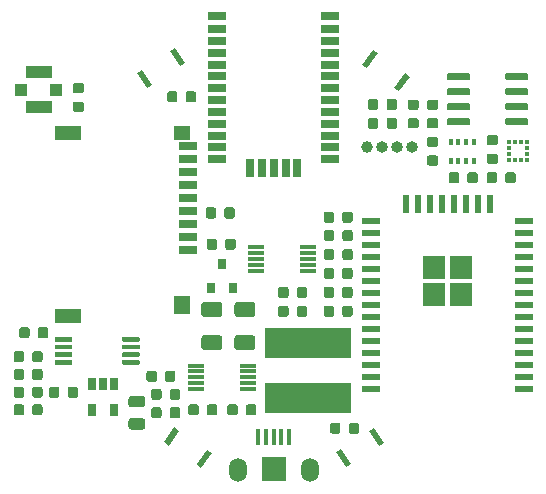
<source format=gbr>
%TF.GenerationSoftware,KiCad,Pcbnew,5.1.5+dfsg1-2~bpo10+1*%
%TF.CreationDate,Date%
%TF.ProjectId,osw,6f73772e-6b69-4636-9164-5f7063625858,1.0*%
%TF.SameCoordinates,Original*%
%TF.FileFunction,Paste,Top*%
%TF.FilePolarity,Positive*%
%FSLAX46Y46*%
G04 Gerber Fmt 4.6, Leading zero omitted, Abs format (unit mm)*
G04 Created by KiCad*
%MOMM*%
%LPD*%
G04 APERTURE LIST*
%ADD10C,0.100000*%
%ADD11R,7.300000X2.650000*%
%ADD12R,0.375000X0.350000*%
%ADD13R,0.350000X0.375000*%
%ADD14R,2.200000X1.200000*%
%ADD15R,1.400000X1.600000*%
%ADD16R,1.400000X1.200000*%
%ADD17R,1.600000X0.700000*%
%ADD18R,0.700000X1.500000*%
%ADD19R,1.500000X0.700000*%
%ADD20O,1.000000X1.000000*%
%ADD21C,1.000000*%
%ADD22R,1.400000X0.300000*%
%ADD23R,1.000000X1.000000*%
%ADD24R,2.200000X1.050000*%
%ADD25R,0.350000X0.500000*%
%ADD26R,0.650000X1.060000*%
%ADD27R,0.800000X0.900000*%
%ADD28R,0.400000X1.350000*%
%ADD29O,1.500000X2.000000*%
%ADD30R,2.000000X2.000000*%
%ADD31R,0.600000X1.524000*%
%ADD32R,1.524000X0.600000*%
G04 APERTURE END LIST*
D10*
%TO.C,U7*%
G36*
X174916000Y-110500000D02*
G01*
X176716000Y-110500000D01*
X176716000Y-112300000D01*
X174916000Y-112300000D01*
X174916000Y-110500000D01*
G37*
X174916000Y-110500000D02*
X176716000Y-110500000D01*
X176716000Y-112300000D01*
X174916000Y-112300000D01*
X174916000Y-110500000D01*
G36*
X172616000Y-110500000D02*
G01*
X174416000Y-110500000D01*
X174416000Y-112300000D01*
X172616000Y-112300000D01*
X172616000Y-110500000D01*
G37*
X172616000Y-110500000D02*
X174416000Y-110500000D01*
X174416000Y-112300000D01*
X172616000Y-112300000D01*
X172616000Y-110500000D01*
G36*
X172616000Y-112800000D02*
G01*
X174416000Y-112800000D01*
X174416000Y-114600000D01*
X172616000Y-114600000D01*
X172616000Y-112800000D01*
G37*
X172616000Y-112800000D02*
X174416000Y-112800000D01*
X174416000Y-114600000D01*
X172616000Y-114600000D01*
X172616000Y-112800000D01*
G36*
X174916000Y-112800000D02*
G01*
X176716000Y-112800000D01*
X176716000Y-114600000D01*
X174916000Y-114600000D01*
X174916000Y-112800000D01*
G37*
X174916000Y-112800000D02*
X176716000Y-112800000D01*
X176716000Y-114600000D01*
X174916000Y-114600000D01*
X174916000Y-112800000D01*
%TD*%
D11*
%TO.C,L1*%
X162900000Y-122525000D03*
X162900000Y-117875000D03*
%TD*%
D12*
%TO.C,U2*%
X179937500Y-101350000D03*
X179937500Y-101850000D03*
X181462500Y-101350000D03*
X181462500Y-101850000D03*
X179937500Y-102350000D03*
X181462500Y-102350000D03*
X179937500Y-100850000D03*
X181462500Y-100850000D03*
D13*
X180450000Y-102362500D03*
X180950000Y-102362500D03*
X180950000Y-100837500D03*
X180450000Y-100837500D03*
%TD*%
D14*
%TO.C,XS1*%
X142600000Y-115550000D03*
X142600000Y-100050000D03*
D15*
X152200000Y-114650000D03*
D16*
X152200000Y-100050000D03*
D17*
X152700000Y-101200000D03*
X152700000Y-103400000D03*
X152700000Y-102300000D03*
X152700000Y-104500000D03*
X152700000Y-105600000D03*
X152700000Y-106700000D03*
X152700000Y-110000000D03*
X152700000Y-108900000D03*
X152700000Y-107800000D03*
%TD*%
D18*
%TO.C,U8*%
X160000000Y-103000000D03*
X161000000Y-103000000D03*
X162000000Y-103000000D03*
X159000000Y-103000000D03*
X158000000Y-103000000D03*
D19*
X155220000Y-102275000D03*
X155220000Y-101275000D03*
X155220000Y-100275000D03*
X155220000Y-99275000D03*
X155220000Y-98275000D03*
X155220000Y-97275000D03*
X155220000Y-96275000D03*
X155220000Y-95275000D03*
X155220000Y-94275000D03*
X155220000Y-93275000D03*
X155220000Y-92275000D03*
X155220000Y-91275000D03*
X155220000Y-90125000D03*
X164780000Y-90125000D03*
X164780000Y-93275000D03*
X164780000Y-102275000D03*
X164780000Y-91275000D03*
X164780000Y-98275000D03*
X164780000Y-92275000D03*
X164780000Y-97275000D03*
X164780000Y-94275000D03*
X164780000Y-95275000D03*
X164780000Y-100275000D03*
X164780000Y-96275000D03*
X164780000Y-101275000D03*
X164780000Y-99275000D03*
%TD*%
D10*
%TO.C,U9*%
G36*
X142834802Y-117325482D02*
G01*
X142844509Y-117326921D01*
X142854028Y-117329306D01*
X142863268Y-117332612D01*
X142872140Y-117336808D01*
X142880557Y-117341853D01*
X142888439Y-117347699D01*
X142895711Y-117354289D01*
X142902301Y-117361561D01*
X142908147Y-117369443D01*
X142913192Y-117377860D01*
X142917388Y-117386732D01*
X142920694Y-117395972D01*
X142923079Y-117405491D01*
X142924518Y-117415198D01*
X142925000Y-117425000D01*
X142925000Y-117625000D01*
X142924518Y-117634802D01*
X142923079Y-117644509D01*
X142920694Y-117654028D01*
X142917388Y-117663268D01*
X142913192Y-117672140D01*
X142908147Y-117680557D01*
X142902301Y-117688439D01*
X142895711Y-117695711D01*
X142888439Y-117702301D01*
X142880557Y-117708147D01*
X142872140Y-117713192D01*
X142863268Y-117717388D01*
X142854028Y-117720694D01*
X142844509Y-117723079D01*
X142834802Y-117724518D01*
X142825000Y-117725000D01*
X141550000Y-117725000D01*
X141540198Y-117724518D01*
X141530491Y-117723079D01*
X141520972Y-117720694D01*
X141511732Y-117717388D01*
X141502860Y-117713192D01*
X141494443Y-117708147D01*
X141486561Y-117702301D01*
X141479289Y-117695711D01*
X141472699Y-117688439D01*
X141466853Y-117680557D01*
X141461808Y-117672140D01*
X141457612Y-117663268D01*
X141454306Y-117654028D01*
X141451921Y-117644509D01*
X141450482Y-117634802D01*
X141450000Y-117625000D01*
X141450000Y-117425000D01*
X141450482Y-117415198D01*
X141451921Y-117405491D01*
X141454306Y-117395972D01*
X141457612Y-117386732D01*
X141461808Y-117377860D01*
X141466853Y-117369443D01*
X141472699Y-117361561D01*
X141479289Y-117354289D01*
X141486561Y-117347699D01*
X141494443Y-117341853D01*
X141502860Y-117336808D01*
X141511732Y-117332612D01*
X141520972Y-117329306D01*
X141530491Y-117326921D01*
X141540198Y-117325482D01*
X141550000Y-117325000D01*
X142825000Y-117325000D01*
X142834802Y-117325482D01*
G37*
G36*
X142834802Y-117975482D02*
G01*
X142844509Y-117976921D01*
X142854028Y-117979306D01*
X142863268Y-117982612D01*
X142872140Y-117986808D01*
X142880557Y-117991853D01*
X142888439Y-117997699D01*
X142895711Y-118004289D01*
X142902301Y-118011561D01*
X142908147Y-118019443D01*
X142913192Y-118027860D01*
X142917388Y-118036732D01*
X142920694Y-118045972D01*
X142923079Y-118055491D01*
X142924518Y-118065198D01*
X142925000Y-118075000D01*
X142925000Y-118275000D01*
X142924518Y-118284802D01*
X142923079Y-118294509D01*
X142920694Y-118304028D01*
X142917388Y-118313268D01*
X142913192Y-118322140D01*
X142908147Y-118330557D01*
X142902301Y-118338439D01*
X142895711Y-118345711D01*
X142888439Y-118352301D01*
X142880557Y-118358147D01*
X142872140Y-118363192D01*
X142863268Y-118367388D01*
X142854028Y-118370694D01*
X142844509Y-118373079D01*
X142834802Y-118374518D01*
X142825000Y-118375000D01*
X141550000Y-118375000D01*
X141540198Y-118374518D01*
X141530491Y-118373079D01*
X141520972Y-118370694D01*
X141511732Y-118367388D01*
X141502860Y-118363192D01*
X141494443Y-118358147D01*
X141486561Y-118352301D01*
X141479289Y-118345711D01*
X141472699Y-118338439D01*
X141466853Y-118330557D01*
X141461808Y-118322140D01*
X141457612Y-118313268D01*
X141454306Y-118304028D01*
X141451921Y-118294509D01*
X141450482Y-118284802D01*
X141450000Y-118275000D01*
X141450000Y-118075000D01*
X141450482Y-118065198D01*
X141451921Y-118055491D01*
X141454306Y-118045972D01*
X141457612Y-118036732D01*
X141461808Y-118027860D01*
X141466853Y-118019443D01*
X141472699Y-118011561D01*
X141479289Y-118004289D01*
X141486561Y-117997699D01*
X141494443Y-117991853D01*
X141502860Y-117986808D01*
X141511732Y-117982612D01*
X141520972Y-117979306D01*
X141530491Y-117976921D01*
X141540198Y-117975482D01*
X141550000Y-117975000D01*
X142825000Y-117975000D01*
X142834802Y-117975482D01*
G37*
G36*
X142834802Y-118625482D02*
G01*
X142844509Y-118626921D01*
X142854028Y-118629306D01*
X142863268Y-118632612D01*
X142872140Y-118636808D01*
X142880557Y-118641853D01*
X142888439Y-118647699D01*
X142895711Y-118654289D01*
X142902301Y-118661561D01*
X142908147Y-118669443D01*
X142913192Y-118677860D01*
X142917388Y-118686732D01*
X142920694Y-118695972D01*
X142923079Y-118705491D01*
X142924518Y-118715198D01*
X142925000Y-118725000D01*
X142925000Y-118925000D01*
X142924518Y-118934802D01*
X142923079Y-118944509D01*
X142920694Y-118954028D01*
X142917388Y-118963268D01*
X142913192Y-118972140D01*
X142908147Y-118980557D01*
X142902301Y-118988439D01*
X142895711Y-118995711D01*
X142888439Y-119002301D01*
X142880557Y-119008147D01*
X142872140Y-119013192D01*
X142863268Y-119017388D01*
X142854028Y-119020694D01*
X142844509Y-119023079D01*
X142834802Y-119024518D01*
X142825000Y-119025000D01*
X141550000Y-119025000D01*
X141540198Y-119024518D01*
X141530491Y-119023079D01*
X141520972Y-119020694D01*
X141511732Y-119017388D01*
X141502860Y-119013192D01*
X141494443Y-119008147D01*
X141486561Y-119002301D01*
X141479289Y-118995711D01*
X141472699Y-118988439D01*
X141466853Y-118980557D01*
X141461808Y-118972140D01*
X141457612Y-118963268D01*
X141454306Y-118954028D01*
X141451921Y-118944509D01*
X141450482Y-118934802D01*
X141450000Y-118925000D01*
X141450000Y-118725000D01*
X141450482Y-118715198D01*
X141451921Y-118705491D01*
X141454306Y-118695972D01*
X141457612Y-118686732D01*
X141461808Y-118677860D01*
X141466853Y-118669443D01*
X141472699Y-118661561D01*
X141479289Y-118654289D01*
X141486561Y-118647699D01*
X141494443Y-118641853D01*
X141502860Y-118636808D01*
X141511732Y-118632612D01*
X141520972Y-118629306D01*
X141530491Y-118626921D01*
X141540198Y-118625482D01*
X141550000Y-118625000D01*
X142825000Y-118625000D01*
X142834802Y-118625482D01*
G37*
G36*
X142834802Y-119275482D02*
G01*
X142844509Y-119276921D01*
X142854028Y-119279306D01*
X142863268Y-119282612D01*
X142872140Y-119286808D01*
X142880557Y-119291853D01*
X142888439Y-119297699D01*
X142895711Y-119304289D01*
X142902301Y-119311561D01*
X142908147Y-119319443D01*
X142913192Y-119327860D01*
X142917388Y-119336732D01*
X142920694Y-119345972D01*
X142923079Y-119355491D01*
X142924518Y-119365198D01*
X142925000Y-119375000D01*
X142925000Y-119575000D01*
X142924518Y-119584802D01*
X142923079Y-119594509D01*
X142920694Y-119604028D01*
X142917388Y-119613268D01*
X142913192Y-119622140D01*
X142908147Y-119630557D01*
X142902301Y-119638439D01*
X142895711Y-119645711D01*
X142888439Y-119652301D01*
X142880557Y-119658147D01*
X142872140Y-119663192D01*
X142863268Y-119667388D01*
X142854028Y-119670694D01*
X142844509Y-119673079D01*
X142834802Y-119674518D01*
X142825000Y-119675000D01*
X141550000Y-119675000D01*
X141540198Y-119674518D01*
X141530491Y-119673079D01*
X141520972Y-119670694D01*
X141511732Y-119667388D01*
X141502860Y-119663192D01*
X141494443Y-119658147D01*
X141486561Y-119652301D01*
X141479289Y-119645711D01*
X141472699Y-119638439D01*
X141466853Y-119630557D01*
X141461808Y-119622140D01*
X141457612Y-119613268D01*
X141454306Y-119604028D01*
X141451921Y-119594509D01*
X141450482Y-119584802D01*
X141450000Y-119575000D01*
X141450000Y-119375000D01*
X141450482Y-119365198D01*
X141451921Y-119355491D01*
X141454306Y-119345972D01*
X141457612Y-119336732D01*
X141461808Y-119327860D01*
X141466853Y-119319443D01*
X141472699Y-119311561D01*
X141479289Y-119304289D01*
X141486561Y-119297699D01*
X141494443Y-119291853D01*
X141502860Y-119286808D01*
X141511732Y-119282612D01*
X141520972Y-119279306D01*
X141530491Y-119276921D01*
X141540198Y-119275482D01*
X141550000Y-119275000D01*
X142825000Y-119275000D01*
X142834802Y-119275482D01*
G37*
G36*
X148559802Y-119275482D02*
G01*
X148569509Y-119276921D01*
X148579028Y-119279306D01*
X148588268Y-119282612D01*
X148597140Y-119286808D01*
X148605557Y-119291853D01*
X148613439Y-119297699D01*
X148620711Y-119304289D01*
X148627301Y-119311561D01*
X148633147Y-119319443D01*
X148638192Y-119327860D01*
X148642388Y-119336732D01*
X148645694Y-119345972D01*
X148648079Y-119355491D01*
X148649518Y-119365198D01*
X148650000Y-119375000D01*
X148650000Y-119575000D01*
X148649518Y-119584802D01*
X148648079Y-119594509D01*
X148645694Y-119604028D01*
X148642388Y-119613268D01*
X148638192Y-119622140D01*
X148633147Y-119630557D01*
X148627301Y-119638439D01*
X148620711Y-119645711D01*
X148613439Y-119652301D01*
X148605557Y-119658147D01*
X148597140Y-119663192D01*
X148588268Y-119667388D01*
X148579028Y-119670694D01*
X148569509Y-119673079D01*
X148559802Y-119674518D01*
X148550000Y-119675000D01*
X147275000Y-119675000D01*
X147265198Y-119674518D01*
X147255491Y-119673079D01*
X147245972Y-119670694D01*
X147236732Y-119667388D01*
X147227860Y-119663192D01*
X147219443Y-119658147D01*
X147211561Y-119652301D01*
X147204289Y-119645711D01*
X147197699Y-119638439D01*
X147191853Y-119630557D01*
X147186808Y-119622140D01*
X147182612Y-119613268D01*
X147179306Y-119604028D01*
X147176921Y-119594509D01*
X147175482Y-119584802D01*
X147175000Y-119575000D01*
X147175000Y-119375000D01*
X147175482Y-119365198D01*
X147176921Y-119355491D01*
X147179306Y-119345972D01*
X147182612Y-119336732D01*
X147186808Y-119327860D01*
X147191853Y-119319443D01*
X147197699Y-119311561D01*
X147204289Y-119304289D01*
X147211561Y-119297699D01*
X147219443Y-119291853D01*
X147227860Y-119286808D01*
X147236732Y-119282612D01*
X147245972Y-119279306D01*
X147255491Y-119276921D01*
X147265198Y-119275482D01*
X147275000Y-119275000D01*
X148550000Y-119275000D01*
X148559802Y-119275482D01*
G37*
G36*
X148559802Y-118625482D02*
G01*
X148569509Y-118626921D01*
X148579028Y-118629306D01*
X148588268Y-118632612D01*
X148597140Y-118636808D01*
X148605557Y-118641853D01*
X148613439Y-118647699D01*
X148620711Y-118654289D01*
X148627301Y-118661561D01*
X148633147Y-118669443D01*
X148638192Y-118677860D01*
X148642388Y-118686732D01*
X148645694Y-118695972D01*
X148648079Y-118705491D01*
X148649518Y-118715198D01*
X148650000Y-118725000D01*
X148650000Y-118925000D01*
X148649518Y-118934802D01*
X148648079Y-118944509D01*
X148645694Y-118954028D01*
X148642388Y-118963268D01*
X148638192Y-118972140D01*
X148633147Y-118980557D01*
X148627301Y-118988439D01*
X148620711Y-118995711D01*
X148613439Y-119002301D01*
X148605557Y-119008147D01*
X148597140Y-119013192D01*
X148588268Y-119017388D01*
X148579028Y-119020694D01*
X148569509Y-119023079D01*
X148559802Y-119024518D01*
X148550000Y-119025000D01*
X147275000Y-119025000D01*
X147265198Y-119024518D01*
X147255491Y-119023079D01*
X147245972Y-119020694D01*
X147236732Y-119017388D01*
X147227860Y-119013192D01*
X147219443Y-119008147D01*
X147211561Y-119002301D01*
X147204289Y-118995711D01*
X147197699Y-118988439D01*
X147191853Y-118980557D01*
X147186808Y-118972140D01*
X147182612Y-118963268D01*
X147179306Y-118954028D01*
X147176921Y-118944509D01*
X147175482Y-118934802D01*
X147175000Y-118925000D01*
X147175000Y-118725000D01*
X147175482Y-118715198D01*
X147176921Y-118705491D01*
X147179306Y-118695972D01*
X147182612Y-118686732D01*
X147186808Y-118677860D01*
X147191853Y-118669443D01*
X147197699Y-118661561D01*
X147204289Y-118654289D01*
X147211561Y-118647699D01*
X147219443Y-118641853D01*
X147227860Y-118636808D01*
X147236732Y-118632612D01*
X147245972Y-118629306D01*
X147255491Y-118626921D01*
X147265198Y-118625482D01*
X147275000Y-118625000D01*
X148550000Y-118625000D01*
X148559802Y-118625482D01*
G37*
G36*
X148559802Y-117975482D02*
G01*
X148569509Y-117976921D01*
X148579028Y-117979306D01*
X148588268Y-117982612D01*
X148597140Y-117986808D01*
X148605557Y-117991853D01*
X148613439Y-117997699D01*
X148620711Y-118004289D01*
X148627301Y-118011561D01*
X148633147Y-118019443D01*
X148638192Y-118027860D01*
X148642388Y-118036732D01*
X148645694Y-118045972D01*
X148648079Y-118055491D01*
X148649518Y-118065198D01*
X148650000Y-118075000D01*
X148650000Y-118275000D01*
X148649518Y-118284802D01*
X148648079Y-118294509D01*
X148645694Y-118304028D01*
X148642388Y-118313268D01*
X148638192Y-118322140D01*
X148633147Y-118330557D01*
X148627301Y-118338439D01*
X148620711Y-118345711D01*
X148613439Y-118352301D01*
X148605557Y-118358147D01*
X148597140Y-118363192D01*
X148588268Y-118367388D01*
X148579028Y-118370694D01*
X148569509Y-118373079D01*
X148559802Y-118374518D01*
X148550000Y-118375000D01*
X147275000Y-118375000D01*
X147265198Y-118374518D01*
X147255491Y-118373079D01*
X147245972Y-118370694D01*
X147236732Y-118367388D01*
X147227860Y-118363192D01*
X147219443Y-118358147D01*
X147211561Y-118352301D01*
X147204289Y-118345711D01*
X147197699Y-118338439D01*
X147191853Y-118330557D01*
X147186808Y-118322140D01*
X147182612Y-118313268D01*
X147179306Y-118304028D01*
X147176921Y-118294509D01*
X147175482Y-118284802D01*
X147175000Y-118275000D01*
X147175000Y-118075000D01*
X147175482Y-118065198D01*
X147176921Y-118055491D01*
X147179306Y-118045972D01*
X147182612Y-118036732D01*
X147186808Y-118027860D01*
X147191853Y-118019443D01*
X147197699Y-118011561D01*
X147204289Y-118004289D01*
X147211561Y-117997699D01*
X147219443Y-117991853D01*
X147227860Y-117986808D01*
X147236732Y-117982612D01*
X147245972Y-117979306D01*
X147255491Y-117976921D01*
X147265198Y-117975482D01*
X147275000Y-117975000D01*
X148550000Y-117975000D01*
X148559802Y-117975482D01*
G37*
G36*
X148559802Y-117325482D02*
G01*
X148569509Y-117326921D01*
X148579028Y-117329306D01*
X148588268Y-117332612D01*
X148597140Y-117336808D01*
X148605557Y-117341853D01*
X148613439Y-117347699D01*
X148620711Y-117354289D01*
X148627301Y-117361561D01*
X148633147Y-117369443D01*
X148638192Y-117377860D01*
X148642388Y-117386732D01*
X148645694Y-117395972D01*
X148648079Y-117405491D01*
X148649518Y-117415198D01*
X148650000Y-117425000D01*
X148650000Y-117625000D01*
X148649518Y-117634802D01*
X148648079Y-117644509D01*
X148645694Y-117654028D01*
X148642388Y-117663268D01*
X148638192Y-117672140D01*
X148633147Y-117680557D01*
X148627301Y-117688439D01*
X148620711Y-117695711D01*
X148613439Y-117702301D01*
X148605557Y-117708147D01*
X148597140Y-117713192D01*
X148588268Y-117717388D01*
X148579028Y-117720694D01*
X148569509Y-117723079D01*
X148559802Y-117724518D01*
X148550000Y-117725000D01*
X147275000Y-117725000D01*
X147265198Y-117724518D01*
X147255491Y-117723079D01*
X147245972Y-117720694D01*
X147236732Y-117717388D01*
X147227860Y-117713192D01*
X147219443Y-117708147D01*
X147211561Y-117702301D01*
X147204289Y-117695711D01*
X147197699Y-117688439D01*
X147191853Y-117680557D01*
X147186808Y-117672140D01*
X147182612Y-117663268D01*
X147179306Y-117654028D01*
X147176921Y-117644509D01*
X147175482Y-117634802D01*
X147175000Y-117625000D01*
X147175000Y-117425000D01*
X147175482Y-117415198D01*
X147176921Y-117405491D01*
X147179306Y-117395972D01*
X147182612Y-117386732D01*
X147186808Y-117377860D01*
X147191853Y-117369443D01*
X147197699Y-117361561D01*
X147204289Y-117354289D01*
X147211561Y-117347699D01*
X147219443Y-117341853D01*
X147227860Y-117336808D01*
X147236732Y-117332612D01*
X147245972Y-117329306D01*
X147255491Y-117326921D01*
X147265198Y-117325482D01*
X147275000Y-117325000D01*
X148550000Y-117325000D01*
X148559802Y-117325482D01*
G37*
%TD*%
D20*
%TO.C,J2*%
X171710000Y-101250000D03*
X170440000Y-101250000D03*
X169170000Y-101250000D03*
D21*
X167900000Y-101250000D03*
%TD*%
D22*
%TO.C,U10*%
X153450000Y-121750000D03*
X153450000Y-121250000D03*
X153450000Y-120750000D03*
X153450000Y-120250000D03*
X153450000Y-119750000D03*
X157850000Y-119750000D03*
X157850000Y-120250000D03*
X157850000Y-120750000D03*
X157850000Y-121250000D03*
X157850000Y-121750000D03*
%TD*%
D10*
%TO.C,R20*%
G36*
X162627691Y-114676053D02*
G01*
X162648926Y-114679203D01*
X162669750Y-114684419D01*
X162689962Y-114691651D01*
X162709368Y-114700830D01*
X162727781Y-114711866D01*
X162745024Y-114724654D01*
X162760930Y-114739070D01*
X162775346Y-114754976D01*
X162788134Y-114772219D01*
X162799170Y-114790632D01*
X162808349Y-114810038D01*
X162815581Y-114830250D01*
X162820797Y-114851074D01*
X162823947Y-114872309D01*
X162825000Y-114893750D01*
X162825000Y-115406250D01*
X162823947Y-115427691D01*
X162820797Y-115448926D01*
X162815581Y-115469750D01*
X162808349Y-115489962D01*
X162799170Y-115509368D01*
X162788134Y-115527781D01*
X162775346Y-115545024D01*
X162760930Y-115560930D01*
X162745024Y-115575346D01*
X162727781Y-115588134D01*
X162709368Y-115599170D01*
X162689962Y-115608349D01*
X162669750Y-115615581D01*
X162648926Y-115620797D01*
X162627691Y-115623947D01*
X162606250Y-115625000D01*
X162168750Y-115625000D01*
X162147309Y-115623947D01*
X162126074Y-115620797D01*
X162105250Y-115615581D01*
X162085038Y-115608349D01*
X162065632Y-115599170D01*
X162047219Y-115588134D01*
X162029976Y-115575346D01*
X162014070Y-115560930D01*
X161999654Y-115545024D01*
X161986866Y-115527781D01*
X161975830Y-115509368D01*
X161966651Y-115489962D01*
X161959419Y-115469750D01*
X161954203Y-115448926D01*
X161951053Y-115427691D01*
X161950000Y-115406250D01*
X161950000Y-114893750D01*
X161951053Y-114872309D01*
X161954203Y-114851074D01*
X161959419Y-114830250D01*
X161966651Y-114810038D01*
X161975830Y-114790632D01*
X161986866Y-114772219D01*
X161999654Y-114754976D01*
X162014070Y-114739070D01*
X162029976Y-114724654D01*
X162047219Y-114711866D01*
X162065632Y-114700830D01*
X162085038Y-114691651D01*
X162105250Y-114684419D01*
X162126074Y-114679203D01*
X162147309Y-114676053D01*
X162168750Y-114675000D01*
X162606250Y-114675000D01*
X162627691Y-114676053D01*
G37*
G36*
X161052691Y-114676053D02*
G01*
X161073926Y-114679203D01*
X161094750Y-114684419D01*
X161114962Y-114691651D01*
X161134368Y-114700830D01*
X161152781Y-114711866D01*
X161170024Y-114724654D01*
X161185930Y-114739070D01*
X161200346Y-114754976D01*
X161213134Y-114772219D01*
X161224170Y-114790632D01*
X161233349Y-114810038D01*
X161240581Y-114830250D01*
X161245797Y-114851074D01*
X161248947Y-114872309D01*
X161250000Y-114893750D01*
X161250000Y-115406250D01*
X161248947Y-115427691D01*
X161245797Y-115448926D01*
X161240581Y-115469750D01*
X161233349Y-115489962D01*
X161224170Y-115509368D01*
X161213134Y-115527781D01*
X161200346Y-115545024D01*
X161185930Y-115560930D01*
X161170024Y-115575346D01*
X161152781Y-115588134D01*
X161134368Y-115599170D01*
X161114962Y-115608349D01*
X161094750Y-115615581D01*
X161073926Y-115620797D01*
X161052691Y-115623947D01*
X161031250Y-115625000D01*
X160593750Y-115625000D01*
X160572309Y-115623947D01*
X160551074Y-115620797D01*
X160530250Y-115615581D01*
X160510038Y-115608349D01*
X160490632Y-115599170D01*
X160472219Y-115588134D01*
X160454976Y-115575346D01*
X160439070Y-115560930D01*
X160424654Y-115545024D01*
X160411866Y-115527781D01*
X160400830Y-115509368D01*
X160391651Y-115489962D01*
X160384419Y-115469750D01*
X160379203Y-115448926D01*
X160376053Y-115427691D01*
X160375000Y-115406250D01*
X160375000Y-114893750D01*
X160376053Y-114872309D01*
X160379203Y-114851074D01*
X160384419Y-114830250D01*
X160391651Y-114810038D01*
X160400830Y-114790632D01*
X160411866Y-114772219D01*
X160424654Y-114754976D01*
X160439070Y-114739070D01*
X160454976Y-114724654D01*
X160472219Y-114711866D01*
X160490632Y-114700830D01*
X160510038Y-114691651D01*
X160530250Y-114684419D01*
X160551074Y-114679203D01*
X160572309Y-114676053D01*
X160593750Y-114675000D01*
X161031250Y-114675000D01*
X161052691Y-114676053D01*
G37*
%TD*%
%TO.C,R12*%
G36*
X161052691Y-113076053D02*
G01*
X161073926Y-113079203D01*
X161094750Y-113084419D01*
X161114962Y-113091651D01*
X161134368Y-113100830D01*
X161152781Y-113111866D01*
X161170024Y-113124654D01*
X161185930Y-113139070D01*
X161200346Y-113154976D01*
X161213134Y-113172219D01*
X161224170Y-113190632D01*
X161233349Y-113210038D01*
X161240581Y-113230250D01*
X161245797Y-113251074D01*
X161248947Y-113272309D01*
X161250000Y-113293750D01*
X161250000Y-113806250D01*
X161248947Y-113827691D01*
X161245797Y-113848926D01*
X161240581Y-113869750D01*
X161233349Y-113889962D01*
X161224170Y-113909368D01*
X161213134Y-113927781D01*
X161200346Y-113945024D01*
X161185930Y-113960930D01*
X161170024Y-113975346D01*
X161152781Y-113988134D01*
X161134368Y-113999170D01*
X161114962Y-114008349D01*
X161094750Y-114015581D01*
X161073926Y-114020797D01*
X161052691Y-114023947D01*
X161031250Y-114025000D01*
X160593750Y-114025000D01*
X160572309Y-114023947D01*
X160551074Y-114020797D01*
X160530250Y-114015581D01*
X160510038Y-114008349D01*
X160490632Y-113999170D01*
X160472219Y-113988134D01*
X160454976Y-113975346D01*
X160439070Y-113960930D01*
X160424654Y-113945024D01*
X160411866Y-113927781D01*
X160400830Y-113909368D01*
X160391651Y-113889962D01*
X160384419Y-113869750D01*
X160379203Y-113848926D01*
X160376053Y-113827691D01*
X160375000Y-113806250D01*
X160375000Y-113293750D01*
X160376053Y-113272309D01*
X160379203Y-113251074D01*
X160384419Y-113230250D01*
X160391651Y-113210038D01*
X160400830Y-113190632D01*
X160411866Y-113172219D01*
X160424654Y-113154976D01*
X160439070Y-113139070D01*
X160454976Y-113124654D01*
X160472219Y-113111866D01*
X160490632Y-113100830D01*
X160510038Y-113091651D01*
X160530250Y-113084419D01*
X160551074Y-113079203D01*
X160572309Y-113076053D01*
X160593750Y-113075000D01*
X161031250Y-113075000D01*
X161052691Y-113076053D01*
G37*
G36*
X162627691Y-113076053D02*
G01*
X162648926Y-113079203D01*
X162669750Y-113084419D01*
X162689962Y-113091651D01*
X162709368Y-113100830D01*
X162727781Y-113111866D01*
X162745024Y-113124654D01*
X162760930Y-113139070D01*
X162775346Y-113154976D01*
X162788134Y-113172219D01*
X162799170Y-113190632D01*
X162808349Y-113210038D01*
X162815581Y-113230250D01*
X162820797Y-113251074D01*
X162823947Y-113272309D01*
X162825000Y-113293750D01*
X162825000Y-113806250D01*
X162823947Y-113827691D01*
X162820797Y-113848926D01*
X162815581Y-113869750D01*
X162808349Y-113889962D01*
X162799170Y-113909368D01*
X162788134Y-113927781D01*
X162775346Y-113945024D01*
X162760930Y-113960930D01*
X162745024Y-113975346D01*
X162727781Y-113988134D01*
X162709368Y-113999170D01*
X162689962Y-114008349D01*
X162669750Y-114015581D01*
X162648926Y-114020797D01*
X162627691Y-114023947D01*
X162606250Y-114025000D01*
X162168750Y-114025000D01*
X162147309Y-114023947D01*
X162126074Y-114020797D01*
X162105250Y-114015581D01*
X162085038Y-114008349D01*
X162065632Y-113999170D01*
X162047219Y-113988134D01*
X162029976Y-113975346D01*
X162014070Y-113960930D01*
X161999654Y-113945024D01*
X161986866Y-113927781D01*
X161975830Y-113909368D01*
X161966651Y-113889962D01*
X161959419Y-113869750D01*
X161954203Y-113848926D01*
X161951053Y-113827691D01*
X161950000Y-113806250D01*
X161950000Y-113293750D01*
X161951053Y-113272309D01*
X161954203Y-113251074D01*
X161959419Y-113230250D01*
X161966651Y-113210038D01*
X161975830Y-113190632D01*
X161986866Y-113172219D01*
X161999654Y-113154976D01*
X162014070Y-113139070D01*
X162029976Y-113124654D01*
X162047219Y-113111866D01*
X162065632Y-113100830D01*
X162085038Y-113091651D01*
X162105250Y-113084419D01*
X162126074Y-113079203D01*
X162147309Y-113076053D01*
X162168750Y-113075000D01*
X162606250Y-113075000D01*
X162627691Y-113076053D01*
G37*
%TD*%
%TO.C,R3*%
G36*
X155027691Y-123026053D02*
G01*
X155048926Y-123029203D01*
X155069750Y-123034419D01*
X155089962Y-123041651D01*
X155109368Y-123050830D01*
X155127781Y-123061866D01*
X155145024Y-123074654D01*
X155160930Y-123089070D01*
X155175346Y-123104976D01*
X155188134Y-123122219D01*
X155199170Y-123140632D01*
X155208349Y-123160038D01*
X155215581Y-123180250D01*
X155220797Y-123201074D01*
X155223947Y-123222309D01*
X155225000Y-123243750D01*
X155225000Y-123756250D01*
X155223947Y-123777691D01*
X155220797Y-123798926D01*
X155215581Y-123819750D01*
X155208349Y-123839962D01*
X155199170Y-123859368D01*
X155188134Y-123877781D01*
X155175346Y-123895024D01*
X155160930Y-123910930D01*
X155145024Y-123925346D01*
X155127781Y-123938134D01*
X155109368Y-123949170D01*
X155089962Y-123958349D01*
X155069750Y-123965581D01*
X155048926Y-123970797D01*
X155027691Y-123973947D01*
X155006250Y-123975000D01*
X154568750Y-123975000D01*
X154547309Y-123973947D01*
X154526074Y-123970797D01*
X154505250Y-123965581D01*
X154485038Y-123958349D01*
X154465632Y-123949170D01*
X154447219Y-123938134D01*
X154429976Y-123925346D01*
X154414070Y-123910930D01*
X154399654Y-123895024D01*
X154386866Y-123877781D01*
X154375830Y-123859368D01*
X154366651Y-123839962D01*
X154359419Y-123819750D01*
X154354203Y-123798926D01*
X154351053Y-123777691D01*
X154350000Y-123756250D01*
X154350000Y-123243750D01*
X154351053Y-123222309D01*
X154354203Y-123201074D01*
X154359419Y-123180250D01*
X154366651Y-123160038D01*
X154375830Y-123140632D01*
X154386866Y-123122219D01*
X154399654Y-123104976D01*
X154414070Y-123089070D01*
X154429976Y-123074654D01*
X154447219Y-123061866D01*
X154465632Y-123050830D01*
X154485038Y-123041651D01*
X154505250Y-123034419D01*
X154526074Y-123029203D01*
X154547309Y-123026053D01*
X154568750Y-123025000D01*
X155006250Y-123025000D01*
X155027691Y-123026053D01*
G37*
G36*
X153452691Y-123026053D02*
G01*
X153473926Y-123029203D01*
X153494750Y-123034419D01*
X153514962Y-123041651D01*
X153534368Y-123050830D01*
X153552781Y-123061866D01*
X153570024Y-123074654D01*
X153585930Y-123089070D01*
X153600346Y-123104976D01*
X153613134Y-123122219D01*
X153624170Y-123140632D01*
X153633349Y-123160038D01*
X153640581Y-123180250D01*
X153645797Y-123201074D01*
X153648947Y-123222309D01*
X153650000Y-123243750D01*
X153650000Y-123756250D01*
X153648947Y-123777691D01*
X153645797Y-123798926D01*
X153640581Y-123819750D01*
X153633349Y-123839962D01*
X153624170Y-123859368D01*
X153613134Y-123877781D01*
X153600346Y-123895024D01*
X153585930Y-123910930D01*
X153570024Y-123925346D01*
X153552781Y-123938134D01*
X153534368Y-123949170D01*
X153514962Y-123958349D01*
X153494750Y-123965581D01*
X153473926Y-123970797D01*
X153452691Y-123973947D01*
X153431250Y-123975000D01*
X152993750Y-123975000D01*
X152972309Y-123973947D01*
X152951074Y-123970797D01*
X152930250Y-123965581D01*
X152910038Y-123958349D01*
X152890632Y-123949170D01*
X152872219Y-123938134D01*
X152854976Y-123925346D01*
X152839070Y-123910930D01*
X152824654Y-123895024D01*
X152811866Y-123877781D01*
X152800830Y-123859368D01*
X152791651Y-123839962D01*
X152784419Y-123819750D01*
X152779203Y-123798926D01*
X152776053Y-123777691D01*
X152775000Y-123756250D01*
X152775000Y-123243750D01*
X152776053Y-123222309D01*
X152779203Y-123201074D01*
X152784419Y-123180250D01*
X152791651Y-123160038D01*
X152800830Y-123140632D01*
X152811866Y-123122219D01*
X152824654Y-123104976D01*
X152839070Y-123089070D01*
X152854976Y-123074654D01*
X152872219Y-123061866D01*
X152890632Y-123050830D01*
X152910038Y-123041651D01*
X152930250Y-123034419D01*
X152951074Y-123029203D01*
X152972309Y-123026053D01*
X152993750Y-123025000D01*
X153431250Y-123025000D01*
X153452691Y-123026053D01*
G37*
%TD*%
%TO.C,R2*%
G36*
X156752691Y-123026053D02*
G01*
X156773926Y-123029203D01*
X156794750Y-123034419D01*
X156814962Y-123041651D01*
X156834368Y-123050830D01*
X156852781Y-123061866D01*
X156870024Y-123074654D01*
X156885930Y-123089070D01*
X156900346Y-123104976D01*
X156913134Y-123122219D01*
X156924170Y-123140632D01*
X156933349Y-123160038D01*
X156940581Y-123180250D01*
X156945797Y-123201074D01*
X156948947Y-123222309D01*
X156950000Y-123243750D01*
X156950000Y-123756250D01*
X156948947Y-123777691D01*
X156945797Y-123798926D01*
X156940581Y-123819750D01*
X156933349Y-123839962D01*
X156924170Y-123859368D01*
X156913134Y-123877781D01*
X156900346Y-123895024D01*
X156885930Y-123910930D01*
X156870024Y-123925346D01*
X156852781Y-123938134D01*
X156834368Y-123949170D01*
X156814962Y-123958349D01*
X156794750Y-123965581D01*
X156773926Y-123970797D01*
X156752691Y-123973947D01*
X156731250Y-123975000D01*
X156293750Y-123975000D01*
X156272309Y-123973947D01*
X156251074Y-123970797D01*
X156230250Y-123965581D01*
X156210038Y-123958349D01*
X156190632Y-123949170D01*
X156172219Y-123938134D01*
X156154976Y-123925346D01*
X156139070Y-123910930D01*
X156124654Y-123895024D01*
X156111866Y-123877781D01*
X156100830Y-123859368D01*
X156091651Y-123839962D01*
X156084419Y-123819750D01*
X156079203Y-123798926D01*
X156076053Y-123777691D01*
X156075000Y-123756250D01*
X156075000Y-123243750D01*
X156076053Y-123222309D01*
X156079203Y-123201074D01*
X156084419Y-123180250D01*
X156091651Y-123160038D01*
X156100830Y-123140632D01*
X156111866Y-123122219D01*
X156124654Y-123104976D01*
X156139070Y-123089070D01*
X156154976Y-123074654D01*
X156172219Y-123061866D01*
X156190632Y-123050830D01*
X156210038Y-123041651D01*
X156230250Y-123034419D01*
X156251074Y-123029203D01*
X156272309Y-123026053D01*
X156293750Y-123025000D01*
X156731250Y-123025000D01*
X156752691Y-123026053D01*
G37*
G36*
X158327691Y-123026053D02*
G01*
X158348926Y-123029203D01*
X158369750Y-123034419D01*
X158389962Y-123041651D01*
X158409368Y-123050830D01*
X158427781Y-123061866D01*
X158445024Y-123074654D01*
X158460930Y-123089070D01*
X158475346Y-123104976D01*
X158488134Y-123122219D01*
X158499170Y-123140632D01*
X158508349Y-123160038D01*
X158515581Y-123180250D01*
X158520797Y-123201074D01*
X158523947Y-123222309D01*
X158525000Y-123243750D01*
X158525000Y-123756250D01*
X158523947Y-123777691D01*
X158520797Y-123798926D01*
X158515581Y-123819750D01*
X158508349Y-123839962D01*
X158499170Y-123859368D01*
X158488134Y-123877781D01*
X158475346Y-123895024D01*
X158460930Y-123910930D01*
X158445024Y-123925346D01*
X158427781Y-123938134D01*
X158409368Y-123949170D01*
X158389962Y-123958349D01*
X158369750Y-123965581D01*
X158348926Y-123970797D01*
X158327691Y-123973947D01*
X158306250Y-123975000D01*
X157868750Y-123975000D01*
X157847309Y-123973947D01*
X157826074Y-123970797D01*
X157805250Y-123965581D01*
X157785038Y-123958349D01*
X157765632Y-123949170D01*
X157747219Y-123938134D01*
X157729976Y-123925346D01*
X157714070Y-123910930D01*
X157699654Y-123895024D01*
X157686866Y-123877781D01*
X157675830Y-123859368D01*
X157666651Y-123839962D01*
X157659419Y-123819750D01*
X157654203Y-123798926D01*
X157651053Y-123777691D01*
X157650000Y-123756250D01*
X157650000Y-123243750D01*
X157651053Y-123222309D01*
X157654203Y-123201074D01*
X157659419Y-123180250D01*
X157666651Y-123160038D01*
X157675830Y-123140632D01*
X157686866Y-123122219D01*
X157699654Y-123104976D01*
X157714070Y-123089070D01*
X157729976Y-123074654D01*
X157747219Y-123061866D01*
X157765632Y-123050830D01*
X157785038Y-123041651D01*
X157805250Y-123034419D01*
X157826074Y-123029203D01*
X157847309Y-123026053D01*
X157868750Y-123025000D01*
X158306250Y-123025000D01*
X158327691Y-123026053D01*
G37*
%TD*%
%TO.C,C14*%
G36*
X158199504Y-114376204D02*
G01*
X158223773Y-114379804D01*
X158247571Y-114385765D01*
X158270671Y-114394030D01*
X158292849Y-114404520D01*
X158313893Y-114417133D01*
X158333598Y-114431747D01*
X158351777Y-114448223D01*
X158368253Y-114466402D01*
X158382867Y-114486107D01*
X158395480Y-114507151D01*
X158405970Y-114529329D01*
X158414235Y-114552429D01*
X158420196Y-114576227D01*
X158423796Y-114600496D01*
X158425000Y-114625000D01*
X158425000Y-115375000D01*
X158423796Y-115399504D01*
X158420196Y-115423773D01*
X158414235Y-115447571D01*
X158405970Y-115470671D01*
X158395480Y-115492849D01*
X158382867Y-115513893D01*
X158368253Y-115533598D01*
X158351777Y-115551777D01*
X158333598Y-115568253D01*
X158313893Y-115582867D01*
X158292849Y-115595480D01*
X158270671Y-115605970D01*
X158247571Y-115614235D01*
X158223773Y-115620196D01*
X158199504Y-115623796D01*
X158175000Y-115625000D01*
X156925000Y-115625000D01*
X156900496Y-115623796D01*
X156876227Y-115620196D01*
X156852429Y-115614235D01*
X156829329Y-115605970D01*
X156807151Y-115595480D01*
X156786107Y-115582867D01*
X156766402Y-115568253D01*
X156748223Y-115551777D01*
X156731747Y-115533598D01*
X156717133Y-115513893D01*
X156704520Y-115492849D01*
X156694030Y-115470671D01*
X156685765Y-115447571D01*
X156679804Y-115423773D01*
X156676204Y-115399504D01*
X156675000Y-115375000D01*
X156675000Y-114625000D01*
X156676204Y-114600496D01*
X156679804Y-114576227D01*
X156685765Y-114552429D01*
X156694030Y-114529329D01*
X156704520Y-114507151D01*
X156717133Y-114486107D01*
X156731747Y-114466402D01*
X156748223Y-114448223D01*
X156766402Y-114431747D01*
X156786107Y-114417133D01*
X156807151Y-114404520D01*
X156829329Y-114394030D01*
X156852429Y-114385765D01*
X156876227Y-114379804D01*
X156900496Y-114376204D01*
X156925000Y-114375000D01*
X158175000Y-114375000D01*
X158199504Y-114376204D01*
G37*
G36*
X158199504Y-117176204D02*
G01*
X158223773Y-117179804D01*
X158247571Y-117185765D01*
X158270671Y-117194030D01*
X158292849Y-117204520D01*
X158313893Y-117217133D01*
X158333598Y-117231747D01*
X158351777Y-117248223D01*
X158368253Y-117266402D01*
X158382867Y-117286107D01*
X158395480Y-117307151D01*
X158405970Y-117329329D01*
X158414235Y-117352429D01*
X158420196Y-117376227D01*
X158423796Y-117400496D01*
X158425000Y-117425000D01*
X158425000Y-118175000D01*
X158423796Y-118199504D01*
X158420196Y-118223773D01*
X158414235Y-118247571D01*
X158405970Y-118270671D01*
X158395480Y-118292849D01*
X158382867Y-118313893D01*
X158368253Y-118333598D01*
X158351777Y-118351777D01*
X158333598Y-118368253D01*
X158313893Y-118382867D01*
X158292849Y-118395480D01*
X158270671Y-118405970D01*
X158247571Y-118414235D01*
X158223773Y-118420196D01*
X158199504Y-118423796D01*
X158175000Y-118425000D01*
X156925000Y-118425000D01*
X156900496Y-118423796D01*
X156876227Y-118420196D01*
X156852429Y-118414235D01*
X156829329Y-118405970D01*
X156807151Y-118395480D01*
X156786107Y-118382867D01*
X156766402Y-118368253D01*
X156748223Y-118351777D01*
X156731747Y-118333598D01*
X156717133Y-118313893D01*
X156704520Y-118292849D01*
X156694030Y-118270671D01*
X156685765Y-118247571D01*
X156679804Y-118223773D01*
X156676204Y-118199504D01*
X156675000Y-118175000D01*
X156675000Y-117425000D01*
X156676204Y-117400496D01*
X156679804Y-117376227D01*
X156685765Y-117352429D01*
X156694030Y-117329329D01*
X156704520Y-117307151D01*
X156717133Y-117286107D01*
X156731747Y-117266402D01*
X156748223Y-117248223D01*
X156766402Y-117231747D01*
X156786107Y-117217133D01*
X156807151Y-117204520D01*
X156829329Y-117194030D01*
X156852429Y-117185765D01*
X156876227Y-117179804D01*
X156900496Y-117176204D01*
X156925000Y-117175000D01*
X158175000Y-117175000D01*
X158199504Y-117176204D01*
G37*
%TD*%
%TO.C,C6*%
G36*
X151878191Y-121700053D02*
G01*
X151899426Y-121703203D01*
X151920250Y-121708419D01*
X151940462Y-121715651D01*
X151959868Y-121724830D01*
X151978281Y-121735866D01*
X151995524Y-121748654D01*
X152011430Y-121763070D01*
X152025846Y-121778976D01*
X152038634Y-121796219D01*
X152049670Y-121814632D01*
X152058849Y-121834038D01*
X152066081Y-121854250D01*
X152071297Y-121875074D01*
X152074447Y-121896309D01*
X152075500Y-121917750D01*
X152075500Y-122430250D01*
X152074447Y-122451691D01*
X152071297Y-122472926D01*
X152066081Y-122493750D01*
X152058849Y-122513962D01*
X152049670Y-122533368D01*
X152038634Y-122551781D01*
X152025846Y-122569024D01*
X152011430Y-122584930D01*
X151995524Y-122599346D01*
X151978281Y-122612134D01*
X151959868Y-122623170D01*
X151940462Y-122632349D01*
X151920250Y-122639581D01*
X151899426Y-122644797D01*
X151878191Y-122647947D01*
X151856750Y-122649000D01*
X151419250Y-122649000D01*
X151397809Y-122647947D01*
X151376574Y-122644797D01*
X151355750Y-122639581D01*
X151335538Y-122632349D01*
X151316132Y-122623170D01*
X151297719Y-122612134D01*
X151280476Y-122599346D01*
X151264570Y-122584930D01*
X151250154Y-122569024D01*
X151237366Y-122551781D01*
X151226330Y-122533368D01*
X151217151Y-122513962D01*
X151209919Y-122493750D01*
X151204703Y-122472926D01*
X151201553Y-122451691D01*
X151200500Y-122430250D01*
X151200500Y-121917750D01*
X151201553Y-121896309D01*
X151204703Y-121875074D01*
X151209919Y-121854250D01*
X151217151Y-121834038D01*
X151226330Y-121814632D01*
X151237366Y-121796219D01*
X151250154Y-121778976D01*
X151264570Y-121763070D01*
X151280476Y-121748654D01*
X151297719Y-121735866D01*
X151316132Y-121724830D01*
X151335538Y-121715651D01*
X151355750Y-121708419D01*
X151376574Y-121703203D01*
X151397809Y-121700053D01*
X151419250Y-121699000D01*
X151856750Y-121699000D01*
X151878191Y-121700053D01*
G37*
G36*
X150303191Y-121700053D02*
G01*
X150324426Y-121703203D01*
X150345250Y-121708419D01*
X150365462Y-121715651D01*
X150384868Y-121724830D01*
X150403281Y-121735866D01*
X150420524Y-121748654D01*
X150436430Y-121763070D01*
X150450846Y-121778976D01*
X150463634Y-121796219D01*
X150474670Y-121814632D01*
X150483849Y-121834038D01*
X150491081Y-121854250D01*
X150496297Y-121875074D01*
X150499447Y-121896309D01*
X150500500Y-121917750D01*
X150500500Y-122430250D01*
X150499447Y-122451691D01*
X150496297Y-122472926D01*
X150491081Y-122493750D01*
X150483849Y-122513962D01*
X150474670Y-122533368D01*
X150463634Y-122551781D01*
X150450846Y-122569024D01*
X150436430Y-122584930D01*
X150420524Y-122599346D01*
X150403281Y-122612134D01*
X150384868Y-122623170D01*
X150365462Y-122632349D01*
X150345250Y-122639581D01*
X150324426Y-122644797D01*
X150303191Y-122647947D01*
X150281750Y-122649000D01*
X149844250Y-122649000D01*
X149822809Y-122647947D01*
X149801574Y-122644797D01*
X149780750Y-122639581D01*
X149760538Y-122632349D01*
X149741132Y-122623170D01*
X149722719Y-122612134D01*
X149705476Y-122599346D01*
X149689570Y-122584930D01*
X149675154Y-122569024D01*
X149662366Y-122551781D01*
X149651330Y-122533368D01*
X149642151Y-122513962D01*
X149634919Y-122493750D01*
X149629703Y-122472926D01*
X149626553Y-122451691D01*
X149625500Y-122430250D01*
X149625500Y-121917750D01*
X149626553Y-121896309D01*
X149629703Y-121875074D01*
X149634919Y-121854250D01*
X149642151Y-121834038D01*
X149651330Y-121814632D01*
X149662366Y-121796219D01*
X149675154Y-121778976D01*
X149689570Y-121763070D01*
X149705476Y-121748654D01*
X149722719Y-121735866D01*
X149741132Y-121724830D01*
X149760538Y-121715651D01*
X149780750Y-121708419D01*
X149801574Y-121703203D01*
X149822809Y-121700053D01*
X149844250Y-121699000D01*
X150281750Y-121699000D01*
X150303191Y-121700053D01*
G37*
%TD*%
%TO.C,C5*%
G36*
X155399504Y-114376204D02*
G01*
X155423773Y-114379804D01*
X155447571Y-114385765D01*
X155470671Y-114394030D01*
X155492849Y-114404520D01*
X155513893Y-114417133D01*
X155533598Y-114431747D01*
X155551777Y-114448223D01*
X155568253Y-114466402D01*
X155582867Y-114486107D01*
X155595480Y-114507151D01*
X155605970Y-114529329D01*
X155614235Y-114552429D01*
X155620196Y-114576227D01*
X155623796Y-114600496D01*
X155625000Y-114625000D01*
X155625000Y-115375000D01*
X155623796Y-115399504D01*
X155620196Y-115423773D01*
X155614235Y-115447571D01*
X155605970Y-115470671D01*
X155595480Y-115492849D01*
X155582867Y-115513893D01*
X155568253Y-115533598D01*
X155551777Y-115551777D01*
X155533598Y-115568253D01*
X155513893Y-115582867D01*
X155492849Y-115595480D01*
X155470671Y-115605970D01*
X155447571Y-115614235D01*
X155423773Y-115620196D01*
X155399504Y-115623796D01*
X155375000Y-115625000D01*
X154125000Y-115625000D01*
X154100496Y-115623796D01*
X154076227Y-115620196D01*
X154052429Y-115614235D01*
X154029329Y-115605970D01*
X154007151Y-115595480D01*
X153986107Y-115582867D01*
X153966402Y-115568253D01*
X153948223Y-115551777D01*
X153931747Y-115533598D01*
X153917133Y-115513893D01*
X153904520Y-115492849D01*
X153894030Y-115470671D01*
X153885765Y-115447571D01*
X153879804Y-115423773D01*
X153876204Y-115399504D01*
X153875000Y-115375000D01*
X153875000Y-114625000D01*
X153876204Y-114600496D01*
X153879804Y-114576227D01*
X153885765Y-114552429D01*
X153894030Y-114529329D01*
X153904520Y-114507151D01*
X153917133Y-114486107D01*
X153931747Y-114466402D01*
X153948223Y-114448223D01*
X153966402Y-114431747D01*
X153986107Y-114417133D01*
X154007151Y-114404520D01*
X154029329Y-114394030D01*
X154052429Y-114385765D01*
X154076227Y-114379804D01*
X154100496Y-114376204D01*
X154125000Y-114375000D01*
X155375000Y-114375000D01*
X155399504Y-114376204D01*
G37*
G36*
X155399504Y-117176204D02*
G01*
X155423773Y-117179804D01*
X155447571Y-117185765D01*
X155470671Y-117194030D01*
X155492849Y-117204520D01*
X155513893Y-117217133D01*
X155533598Y-117231747D01*
X155551777Y-117248223D01*
X155568253Y-117266402D01*
X155582867Y-117286107D01*
X155595480Y-117307151D01*
X155605970Y-117329329D01*
X155614235Y-117352429D01*
X155620196Y-117376227D01*
X155623796Y-117400496D01*
X155625000Y-117425000D01*
X155625000Y-118175000D01*
X155623796Y-118199504D01*
X155620196Y-118223773D01*
X155614235Y-118247571D01*
X155605970Y-118270671D01*
X155595480Y-118292849D01*
X155582867Y-118313893D01*
X155568253Y-118333598D01*
X155551777Y-118351777D01*
X155533598Y-118368253D01*
X155513893Y-118382867D01*
X155492849Y-118395480D01*
X155470671Y-118405970D01*
X155447571Y-118414235D01*
X155423773Y-118420196D01*
X155399504Y-118423796D01*
X155375000Y-118425000D01*
X154125000Y-118425000D01*
X154100496Y-118423796D01*
X154076227Y-118420196D01*
X154052429Y-118414235D01*
X154029329Y-118405970D01*
X154007151Y-118395480D01*
X153986107Y-118382867D01*
X153966402Y-118368253D01*
X153948223Y-118351777D01*
X153931747Y-118333598D01*
X153917133Y-118313893D01*
X153904520Y-118292849D01*
X153894030Y-118270671D01*
X153885765Y-118247571D01*
X153879804Y-118223773D01*
X153876204Y-118199504D01*
X153875000Y-118175000D01*
X153875000Y-117425000D01*
X153876204Y-117400496D01*
X153879804Y-117376227D01*
X153885765Y-117352429D01*
X153894030Y-117329329D01*
X153904520Y-117307151D01*
X153917133Y-117286107D01*
X153931747Y-117266402D01*
X153948223Y-117248223D01*
X153966402Y-117231747D01*
X153986107Y-117217133D01*
X154007151Y-117204520D01*
X154029329Y-117194030D01*
X154052429Y-117185765D01*
X154076227Y-117179804D01*
X154100496Y-117176204D01*
X154125000Y-117175000D01*
X155375000Y-117175000D01*
X155399504Y-117176204D01*
G37*
%TD*%
D23*
%TO.C,J3*%
X141600000Y-96400000D03*
X138600000Y-96400000D03*
D24*
X140100000Y-94925000D03*
X140100000Y-97875000D03*
%TD*%
D10*
%TO.C,R19*%
G36*
X139127191Y-116493053D02*
G01*
X139148426Y-116496203D01*
X139169250Y-116501419D01*
X139189462Y-116508651D01*
X139208868Y-116517830D01*
X139227281Y-116528866D01*
X139244524Y-116541654D01*
X139260430Y-116556070D01*
X139274846Y-116571976D01*
X139287634Y-116589219D01*
X139298670Y-116607632D01*
X139307849Y-116627038D01*
X139315081Y-116647250D01*
X139320297Y-116668074D01*
X139323447Y-116689309D01*
X139324500Y-116710750D01*
X139324500Y-117223250D01*
X139323447Y-117244691D01*
X139320297Y-117265926D01*
X139315081Y-117286750D01*
X139307849Y-117306962D01*
X139298670Y-117326368D01*
X139287634Y-117344781D01*
X139274846Y-117362024D01*
X139260430Y-117377930D01*
X139244524Y-117392346D01*
X139227281Y-117405134D01*
X139208868Y-117416170D01*
X139189462Y-117425349D01*
X139169250Y-117432581D01*
X139148426Y-117437797D01*
X139127191Y-117440947D01*
X139105750Y-117442000D01*
X138668250Y-117442000D01*
X138646809Y-117440947D01*
X138625574Y-117437797D01*
X138604750Y-117432581D01*
X138584538Y-117425349D01*
X138565132Y-117416170D01*
X138546719Y-117405134D01*
X138529476Y-117392346D01*
X138513570Y-117377930D01*
X138499154Y-117362024D01*
X138486366Y-117344781D01*
X138475330Y-117326368D01*
X138466151Y-117306962D01*
X138458919Y-117286750D01*
X138453703Y-117265926D01*
X138450553Y-117244691D01*
X138449500Y-117223250D01*
X138449500Y-116710750D01*
X138450553Y-116689309D01*
X138453703Y-116668074D01*
X138458919Y-116647250D01*
X138466151Y-116627038D01*
X138475330Y-116607632D01*
X138486366Y-116589219D01*
X138499154Y-116571976D01*
X138513570Y-116556070D01*
X138529476Y-116541654D01*
X138546719Y-116528866D01*
X138565132Y-116517830D01*
X138584538Y-116508651D01*
X138604750Y-116501419D01*
X138625574Y-116496203D01*
X138646809Y-116493053D01*
X138668250Y-116492000D01*
X139105750Y-116492000D01*
X139127191Y-116493053D01*
G37*
G36*
X140702191Y-116493053D02*
G01*
X140723426Y-116496203D01*
X140744250Y-116501419D01*
X140764462Y-116508651D01*
X140783868Y-116517830D01*
X140802281Y-116528866D01*
X140819524Y-116541654D01*
X140835430Y-116556070D01*
X140849846Y-116571976D01*
X140862634Y-116589219D01*
X140873670Y-116607632D01*
X140882849Y-116627038D01*
X140890081Y-116647250D01*
X140895297Y-116668074D01*
X140898447Y-116689309D01*
X140899500Y-116710750D01*
X140899500Y-117223250D01*
X140898447Y-117244691D01*
X140895297Y-117265926D01*
X140890081Y-117286750D01*
X140882849Y-117306962D01*
X140873670Y-117326368D01*
X140862634Y-117344781D01*
X140849846Y-117362024D01*
X140835430Y-117377930D01*
X140819524Y-117392346D01*
X140802281Y-117405134D01*
X140783868Y-117416170D01*
X140764462Y-117425349D01*
X140744250Y-117432581D01*
X140723426Y-117437797D01*
X140702191Y-117440947D01*
X140680750Y-117442000D01*
X140243250Y-117442000D01*
X140221809Y-117440947D01*
X140200574Y-117437797D01*
X140179750Y-117432581D01*
X140159538Y-117425349D01*
X140140132Y-117416170D01*
X140121719Y-117405134D01*
X140104476Y-117392346D01*
X140088570Y-117377930D01*
X140074154Y-117362024D01*
X140061366Y-117344781D01*
X140050330Y-117326368D01*
X140041151Y-117306962D01*
X140033919Y-117286750D01*
X140028703Y-117265926D01*
X140025553Y-117244691D01*
X140024500Y-117223250D01*
X140024500Y-116710750D01*
X140025553Y-116689309D01*
X140028703Y-116668074D01*
X140033919Y-116647250D01*
X140041151Y-116627038D01*
X140050330Y-116607632D01*
X140061366Y-116589219D01*
X140074154Y-116571976D01*
X140088570Y-116556070D01*
X140104476Y-116541654D01*
X140121719Y-116528866D01*
X140140132Y-116517830D01*
X140159538Y-116508651D01*
X140179750Y-116501419D01*
X140200574Y-116496203D01*
X140221809Y-116493053D01*
X140243250Y-116492000D01*
X140680750Y-116492000D01*
X140702191Y-116493053D01*
G37*
%TD*%
%TO.C,R18*%
G36*
X172077691Y-97226053D02*
G01*
X172098926Y-97229203D01*
X172119750Y-97234419D01*
X172139962Y-97241651D01*
X172159368Y-97250830D01*
X172177781Y-97261866D01*
X172195024Y-97274654D01*
X172210930Y-97289070D01*
X172225346Y-97304976D01*
X172238134Y-97322219D01*
X172249170Y-97340632D01*
X172258349Y-97360038D01*
X172265581Y-97380250D01*
X172270797Y-97401074D01*
X172273947Y-97422309D01*
X172275000Y-97443750D01*
X172275000Y-97881250D01*
X172273947Y-97902691D01*
X172270797Y-97923926D01*
X172265581Y-97944750D01*
X172258349Y-97964962D01*
X172249170Y-97984368D01*
X172238134Y-98002781D01*
X172225346Y-98020024D01*
X172210930Y-98035930D01*
X172195024Y-98050346D01*
X172177781Y-98063134D01*
X172159368Y-98074170D01*
X172139962Y-98083349D01*
X172119750Y-98090581D01*
X172098926Y-98095797D01*
X172077691Y-98098947D01*
X172056250Y-98100000D01*
X171543750Y-98100000D01*
X171522309Y-98098947D01*
X171501074Y-98095797D01*
X171480250Y-98090581D01*
X171460038Y-98083349D01*
X171440632Y-98074170D01*
X171422219Y-98063134D01*
X171404976Y-98050346D01*
X171389070Y-98035930D01*
X171374654Y-98020024D01*
X171361866Y-98002781D01*
X171350830Y-97984368D01*
X171341651Y-97964962D01*
X171334419Y-97944750D01*
X171329203Y-97923926D01*
X171326053Y-97902691D01*
X171325000Y-97881250D01*
X171325000Y-97443750D01*
X171326053Y-97422309D01*
X171329203Y-97401074D01*
X171334419Y-97380250D01*
X171341651Y-97360038D01*
X171350830Y-97340632D01*
X171361866Y-97322219D01*
X171374654Y-97304976D01*
X171389070Y-97289070D01*
X171404976Y-97274654D01*
X171422219Y-97261866D01*
X171440632Y-97250830D01*
X171460038Y-97241651D01*
X171480250Y-97234419D01*
X171501074Y-97229203D01*
X171522309Y-97226053D01*
X171543750Y-97225000D01*
X172056250Y-97225000D01*
X172077691Y-97226053D01*
G37*
G36*
X172077691Y-98801053D02*
G01*
X172098926Y-98804203D01*
X172119750Y-98809419D01*
X172139962Y-98816651D01*
X172159368Y-98825830D01*
X172177781Y-98836866D01*
X172195024Y-98849654D01*
X172210930Y-98864070D01*
X172225346Y-98879976D01*
X172238134Y-98897219D01*
X172249170Y-98915632D01*
X172258349Y-98935038D01*
X172265581Y-98955250D01*
X172270797Y-98976074D01*
X172273947Y-98997309D01*
X172275000Y-99018750D01*
X172275000Y-99456250D01*
X172273947Y-99477691D01*
X172270797Y-99498926D01*
X172265581Y-99519750D01*
X172258349Y-99539962D01*
X172249170Y-99559368D01*
X172238134Y-99577781D01*
X172225346Y-99595024D01*
X172210930Y-99610930D01*
X172195024Y-99625346D01*
X172177781Y-99638134D01*
X172159368Y-99649170D01*
X172139962Y-99658349D01*
X172119750Y-99665581D01*
X172098926Y-99670797D01*
X172077691Y-99673947D01*
X172056250Y-99675000D01*
X171543750Y-99675000D01*
X171522309Y-99673947D01*
X171501074Y-99670797D01*
X171480250Y-99665581D01*
X171460038Y-99658349D01*
X171440632Y-99649170D01*
X171422219Y-99638134D01*
X171404976Y-99625346D01*
X171389070Y-99610930D01*
X171374654Y-99595024D01*
X171361866Y-99577781D01*
X171350830Y-99559368D01*
X171341651Y-99539962D01*
X171334419Y-99519750D01*
X171329203Y-99498926D01*
X171326053Y-99477691D01*
X171325000Y-99456250D01*
X171325000Y-99018750D01*
X171326053Y-98997309D01*
X171329203Y-98976074D01*
X171334419Y-98955250D01*
X171341651Y-98935038D01*
X171350830Y-98915632D01*
X171361866Y-98897219D01*
X171374654Y-98879976D01*
X171389070Y-98864070D01*
X171404976Y-98849654D01*
X171422219Y-98836866D01*
X171440632Y-98825830D01*
X171460038Y-98816651D01*
X171480250Y-98809419D01*
X171501074Y-98804203D01*
X171522309Y-98801053D01*
X171543750Y-98800000D01*
X172056250Y-98800000D01*
X172077691Y-98801053D01*
G37*
%TD*%
%TO.C,C13*%
G36*
X178777691Y-100226053D02*
G01*
X178798926Y-100229203D01*
X178819750Y-100234419D01*
X178839962Y-100241651D01*
X178859368Y-100250830D01*
X178877781Y-100261866D01*
X178895024Y-100274654D01*
X178910930Y-100289070D01*
X178925346Y-100304976D01*
X178938134Y-100322219D01*
X178949170Y-100340632D01*
X178958349Y-100360038D01*
X178965581Y-100380250D01*
X178970797Y-100401074D01*
X178973947Y-100422309D01*
X178975000Y-100443750D01*
X178975000Y-100881250D01*
X178973947Y-100902691D01*
X178970797Y-100923926D01*
X178965581Y-100944750D01*
X178958349Y-100964962D01*
X178949170Y-100984368D01*
X178938134Y-101002781D01*
X178925346Y-101020024D01*
X178910930Y-101035930D01*
X178895024Y-101050346D01*
X178877781Y-101063134D01*
X178859368Y-101074170D01*
X178839962Y-101083349D01*
X178819750Y-101090581D01*
X178798926Y-101095797D01*
X178777691Y-101098947D01*
X178756250Y-101100000D01*
X178243750Y-101100000D01*
X178222309Y-101098947D01*
X178201074Y-101095797D01*
X178180250Y-101090581D01*
X178160038Y-101083349D01*
X178140632Y-101074170D01*
X178122219Y-101063134D01*
X178104976Y-101050346D01*
X178089070Y-101035930D01*
X178074654Y-101020024D01*
X178061866Y-101002781D01*
X178050830Y-100984368D01*
X178041651Y-100964962D01*
X178034419Y-100944750D01*
X178029203Y-100923926D01*
X178026053Y-100902691D01*
X178025000Y-100881250D01*
X178025000Y-100443750D01*
X178026053Y-100422309D01*
X178029203Y-100401074D01*
X178034419Y-100380250D01*
X178041651Y-100360038D01*
X178050830Y-100340632D01*
X178061866Y-100322219D01*
X178074654Y-100304976D01*
X178089070Y-100289070D01*
X178104976Y-100274654D01*
X178122219Y-100261866D01*
X178140632Y-100250830D01*
X178160038Y-100241651D01*
X178180250Y-100234419D01*
X178201074Y-100229203D01*
X178222309Y-100226053D01*
X178243750Y-100225000D01*
X178756250Y-100225000D01*
X178777691Y-100226053D01*
G37*
G36*
X178777691Y-101801053D02*
G01*
X178798926Y-101804203D01*
X178819750Y-101809419D01*
X178839962Y-101816651D01*
X178859368Y-101825830D01*
X178877781Y-101836866D01*
X178895024Y-101849654D01*
X178910930Y-101864070D01*
X178925346Y-101879976D01*
X178938134Y-101897219D01*
X178949170Y-101915632D01*
X178958349Y-101935038D01*
X178965581Y-101955250D01*
X178970797Y-101976074D01*
X178973947Y-101997309D01*
X178975000Y-102018750D01*
X178975000Y-102456250D01*
X178973947Y-102477691D01*
X178970797Y-102498926D01*
X178965581Y-102519750D01*
X178958349Y-102539962D01*
X178949170Y-102559368D01*
X178938134Y-102577781D01*
X178925346Y-102595024D01*
X178910930Y-102610930D01*
X178895024Y-102625346D01*
X178877781Y-102638134D01*
X178859368Y-102649170D01*
X178839962Y-102658349D01*
X178819750Y-102665581D01*
X178798926Y-102670797D01*
X178777691Y-102673947D01*
X178756250Y-102675000D01*
X178243750Y-102675000D01*
X178222309Y-102673947D01*
X178201074Y-102670797D01*
X178180250Y-102665581D01*
X178160038Y-102658349D01*
X178140632Y-102649170D01*
X178122219Y-102638134D01*
X178104976Y-102625346D01*
X178089070Y-102610930D01*
X178074654Y-102595024D01*
X178061866Y-102577781D01*
X178050830Y-102559368D01*
X178041651Y-102539962D01*
X178034419Y-102519750D01*
X178029203Y-102498926D01*
X178026053Y-102477691D01*
X178025000Y-102456250D01*
X178025000Y-102018750D01*
X178026053Y-101997309D01*
X178029203Y-101976074D01*
X178034419Y-101955250D01*
X178041651Y-101935038D01*
X178050830Y-101915632D01*
X178061866Y-101897219D01*
X178074654Y-101879976D01*
X178089070Y-101864070D01*
X178104976Y-101849654D01*
X178122219Y-101836866D01*
X178140632Y-101825830D01*
X178160038Y-101816651D01*
X178180250Y-101809419D01*
X178201074Y-101804203D01*
X178222309Y-101801053D01*
X178243750Y-101800000D01*
X178756250Y-101800000D01*
X178777691Y-101801053D01*
G37*
%TD*%
%TO.C,C12*%
G36*
X173727691Y-100376053D02*
G01*
X173748926Y-100379203D01*
X173769750Y-100384419D01*
X173789962Y-100391651D01*
X173809368Y-100400830D01*
X173827781Y-100411866D01*
X173845024Y-100424654D01*
X173860930Y-100439070D01*
X173875346Y-100454976D01*
X173888134Y-100472219D01*
X173899170Y-100490632D01*
X173908349Y-100510038D01*
X173915581Y-100530250D01*
X173920797Y-100551074D01*
X173923947Y-100572309D01*
X173925000Y-100593750D01*
X173925000Y-101031250D01*
X173923947Y-101052691D01*
X173920797Y-101073926D01*
X173915581Y-101094750D01*
X173908349Y-101114962D01*
X173899170Y-101134368D01*
X173888134Y-101152781D01*
X173875346Y-101170024D01*
X173860930Y-101185930D01*
X173845024Y-101200346D01*
X173827781Y-101213134D01*
X173809368Y-101224170D01*
X173789962Y-101233349D01*
X173769750Y-101240581D01*
X173748926Y-101245797D01*
X173727691Y-101248947D01*
X173706250Y-101250000D01*
X173193750Y-101250000D01*
X173172309Y-101248947D01*
X173151074Y-101245797D01*
X173130250Y-101240581D01*
X173110038Y-101233349D01*
X173090632Y-101224170D01*
X173072219Y-101213134D01*
X173054976Y-101200346D01*
X173039070Y-101185930D01*
X173024654Y-101170024D01*
X173011866Y-101152781D01*
X173000830Y-101134368D01*
X172991651Y-101114962D01*
X172984419Y-101094750D01*
X172979203Y-101073926D01*
X172976053Y-101052691D01*
X172975000Y-101031250D01*
X172975000Y-100593750D01*
X172976053Y-100572309D01*
X172979203Y-100551074D01*
X172984419Y-100530250D01*
X172991651Y-100510038D01*
X173000830Y-100490632D01*
X173011866Y-100472219D01*
X173024654Y-100454976D01*
X173039070Y-100439070D01*
X173054976Y-100424654D01*
X173072219Y-100411866D01*
X173090632Y-100400830D01*
X173110038Y-100391651D01*
X173130250Y-100384419D01*
X173151074Y-100379203D01*
X173172309Y-100376053D01*
X173193750Y-100375000D01*
X173706250Y-100375000D01*
X173727691Y-100376053D01*
G37*
G36*
X173727691Y-101951053D02*
G01*
X173748926Y-101954203D01*
X173769750Y-101959419D01*
X173789962Y-101966651D01*
X173809368Y-101975830D01*
X173827781Y-101986866D01*
X173845024Y-101999654D01*
X173860930Y-102014070D01*
X173875346Y-102029976D01*
X173888134Y-102047219D01*
X173899170Y-102065632D01*
X173908349Y-102085038D01*
X173915581Y-102105250D01*
X173920797Y-102126074D01*
X173923947Y-102147309D01*
X173925000Y-102168750D01*
X173925000Y-102606250D01*
X173923947Y-102627691D01*
X173920797Y-102648926D01*
X173915581Y-102669750D01*
X173908349Y-102689962D01*
X173899170Y-102709368D01*
X173888134Y-102727781D01*
X173875346Y-102745024D01*
X173860930Y-102760930D01*
X173845024Y-102775346D01*
X173827781Y-102788134D01*
X173809368Y-102799170D01*
X173789962Y-102808349D01*
X173769750Y-102815581D01*
X173748926Y-102820797D01*
X173727691Y-102823947D01*
X173706250Y-102825000D01*
X173193750Y-102825000D01*
X173172309Y-102823947D01*
X173151074Y-102820797D01*
X173130250Y-102815581D01*
X173110038Y-102808349D01*
X173090632Y-102799170D01*
X173072219Y-102788134D01*
X173054976Y-102775346D01*
X173039070Y-102760930D01*
X173024654Y-102745024D01*
X173011866Y-102727781D01*
X173000830Y-102709368D01*
X172991651Y-102689962D01*
X172984419Y-102669750D01*
X172979203Y-102648926D01*
X172976053Y-102627691D01*
X172975000Y-102606250D01*
X172975000Y-102168750D01*
X172976053Y-102147309D01*
X172979203Y-102126074D01*
X172984419Y-102105250D01*
X172991651Y-102085038D01*
X173000830Y-102065632D01*
X173011866Y-102047219D01*
X173024654Y-102029976D01*
X173039070Y-102014070D01*
X173054976Y-101999654D01*
X173072219Y-101986866D01*
X173090632Y-101975830D01*
X173110038Y-101966651D01*
X173130250Y-101959419D01*
X173151074Y-101954203D01*
X173172309Y-101951053D01*
X173193750Y-101950000D01*
X173706250Y-101950000D01*
X173727691Y-101951053D01*
G37*
%TD*%
%TO.C,C11*%
G36*
X173727691Y-98801053D02*
G01*
X173748926Y-98804203D01*
X173769750Y-98809419D01*
X173789962Y-98816651D01*
X173809368Y-98825830D01*
X173827781Y-98836866D01*
X173845024Y-98849654D01*
X173860930Y-98864070D01*
X173875346Y-98879976D01*
X173888134Y-98897219D01*
X173899170Y-98915632D01*
X173908349Y-98935038D01*
X173915581Y-98955250D01*
X173920797Y-98976074D01*
X173923947Y-98997309D01*
X173925000Y-99018750D01*
X173925000Y-99456250D01*
X173923947Y-99477691D01*
X173920797Y-99498926D01*
X173915581Y-99519750D01*
X173908349Y-99539962D01*
X173899170Y-99559368D01*
X173888134Y-99577781D01*
X173875346Y-99595024D01*
X173860930Y-99610930D01*
X173845024Y-99625346D01*
X173827781Y-99638134D01*
X173809368Y-99649170D01*
X173789962Y-99658349D01*
X173769750Y-99665581D01*
X173748926Y-99670797D01*
X173727691Y-99673947D01*
X173706250Y-99675000D01*
X173193750Y-99675000D01*
X173172309Y-99673947D01*
X173151074Y-99670797D01*
X173130250Y-99665581D01*
X173110038Y-99658349D01*
X173090632Y-99649170D01*
X173072219Y-99638134D01*
X173054976Y-99625346D01*
X173039070Y-99610930D01*
X173024654Y-99595024D01*
X173011866Y-99577781D01*
X173000830Y-99559368D01*
X172991651Y-99539962D01*
X172984419Y-99519750D01*
X172979203Y-99498926D01*
X172976053Y-99477691D01*
X172975000Y-99456250D01*
X172975000Y-99018750D01*
X172976053Y-98997309D01*
X172979203Y-98976074D01*
X172984419Y-98955250D01*
X172991651Y-98935038D01*
X173000830Y-98915632D01*
X173011866Y-98897219D01*
X173024654Y-98879976D01*
X173039070Y-98864070D01*
X173054976Y-98849654D01*
X173072219Y-98836866D01*
X173090632Y-98825830D01*
X173110038Y-98816651D01*
X173130250Y-98809419D01*
X173151074Y-98804203D01*
X173172309Y-98801053D01*
X173193750Y-98800000D01*
X173706250Y-98800000D01*
X173727691Y-98801053D01*
G37*
G36*
X173727691Y-97226053D02*
G01*
X173748926Y-97229203D01*
X173769750Y-97234419D01*
X173789962Y-97241651D01*
X173809368Y-97250830D01*
X173827781Y-97261866D01*
X173845024Y-97274654D01*
X173860930Y-97289070D01*
X173875346Y-97304976D01*
X173888134Y-97322219D01*
X173899170Y-97340632D01*
X173908349Y-97360038D01*
X173915581Y-97380250D01*
X173920797Y-97401074D01*
X173923947Y-97422309D01*
X173925000Y-97443750D01*
X173925000Y-97881250D01*
X173923947Y-97902691D01*
X173920797Y-97923926D01*
X173915581Y-97944750D01*
X173908349Y-97964962D01*
X173899170Y-97984368D01*
X173888134Y-98002781D01*
X173875346Y-98020024D01*
X173860930Y-98035930D01*
X173845024Y-98050346D01*
X173827781Y-98063134D01*
X173809368Y-98074170D01*
X173789962Y-98083349D01*
X173769750Y-98090581D01*
X173748926Y-98095797D01*
X173727691Y-98098947D01*
X173706250Y-98100000D01*
X173193750Y-98100000D01*
X173172309Y-98098947D01*
X173151074Y-98095797D01*
X173130250Y-98090581D01*
X173110038Y-98083349D01*
X173090632Y-98074170D01*
X173072219Y-98063134D01*
X173054976Y-98050346D01*
X173039070Y-98035930D01*
X173024654Y-98020024D01*
X173011866Y-98002781D01*
X173000830Y-97984368D01*
X172991651Y-97964962D01*
X172984419Y-97944750D01*
X172979203Y-97923926D01*
X172976053Y-97902691D01*
X172975000Y-97881250D01*
X172975000Y-97443750D01*
X172976053Y-97422309D01*
X172979203Y-97401074D01*
X172984419Y-97380250D01*
X172991651Y-97360038D01*
X173000830Y-97340632D01*
X173011866Y-97322219D01*
X173024654Y-97304976D01*
X173039070Y-97289070D01*
X173054976Y-97274654D01*
X173072219Y-97261866D01*
X173090632Y-97250830D01*
X173110038Y-97241651D01*
X173130250Y-97234419D01*
X173151074Y-97229203D01*
X173172309Y-97226053D01*
X173193750Y-97225000D01*
X173706250Y-97225000D01*
X173727691Y-97226053D01*
G37*
%TD*%
%TO.C,C10*%
G36*
X170224691Y-97161053D02*
G01*
X170245926Y-97164203D01*
X170266750Y-97169419D01*
X170286962Y-97176651D01*
X170306368Y-97185830D01*
X170324781Y-97196866D01*
X170342024Y-97209654D01*
X170357930Y-97224070D01*
X170372346Y-97239976D01*
X170385134Y-97257219D01*
X170396170Y-97275632D01*
X170405349Y-97295038D01*
X170412581Y-97315250D01*
X170417797Y-97336074D01*
X170420947Y-97357309D01*
X170422000Y-97378750D01*
X170422000Y-97891250D01*
X170420947Y-97912691D01*
X170417797Y-97933926D01*
X170412581Y-97954750D01*
X170405349Y-97974962D01*
X170396170Y-97994368D01*
X170385134Y-98012781D01*
X170372346Y-98030024D01*
X170357930Y-98045930D01*
X170342024Y-98060346D01*
X170324781Y-98073134D01*
X170306368Y-98084170D01*
X170286962Y-98093349D01*
X170266750Y-98100581D01*
X170245926Y-98105797D01*
X170224691Y-98108947D01*
X170203250Y-98110000D01*
X169765750Y-98110000D01*
X169744309Y-98108947D01*
X169723074Y-98105797D01*
X169702250Y-98100581D01*
X169682038Y-98093349D01*
X169662632Y-98084170D01*
X169644219Y-98073134D01*
X169626976Y-98060346D01*
X169611070Y-98045930D01*
X169596654Y-98030024D01*
X169583866Y-98012781D01*
X169572830Y-97994368D01*
X169563651Y-97974962D01*
X169556419Y-97954750D01*
X169551203Y-97933926D01*
X169548053Y-97912691D01*
X169547000Y-97891250D01*
X169547000Y-97378750D01*
X169548053Y-97357309D01*
X169551203Y-97336074D01*
X169556419Y-97315250D01*
X169563651Y-97295038D01*
X169572830Y-97275632D01*
X169583866Y-97257219D01*
X169596654Y-97239976D01*
X169611070Y-97224070D01*
X169626976Y-97209654D01*
X169644219Y-97196866D01*
X169662632Y-97185830D01*
X169682038Y-97176651D01*
X169702250Y-97169419D01*
X169723074Y-97164203D01*
X169744309Y-97161053D01*
X169765750Y-97160000D01*
X170203250Y-97160000D01*
X170224691Y-97161053D01*
G37*
G36*
X168649691Y-97161053D02*
G01*
X168670926Y-97164203D01*
X168691750Y-97169419D01*
X168711962Y-97176651D01*
X168731368Y-97185830D01*
X168749781Y-97196866D01*
X168767024Y-97209654D01*
X168782930Y-97224070D01*
X168797346Y-97239976D01*
X168810134Y-97257219D01*
X168821170Y-97275632D01*
X168830349Y-97295038D01*
X168837581Y-97315250D01*
X168842797Y-97336074D01*
X168845947Y-97357309D01*
X168847000Y-97378750D01*
X168847000Y-97891250D01*
X168845947Y-97912691D01*
X168842797Y-97933926D01*
X168837581Y-97954750D01*
X168830349Y-97974962D01*
X168821170Y-97994368D01*
X168810134Y-98012781D01*
X168797346Y-98030024D01*
X168782930Y-98045930D01*
X168767024Y-98060346D01*
X168749781Y-98073134D01*
X168731368Y-98084170D01*
X168711962Y-98093349D01*
X168691750Y-98100581D01*
X168670926Y-98105797D01*
X168649691Y-98108947D01*
X168628250Y-98110000D01*
X168190750Y-98110000D01*
X168169309Y-98108947D01*
X168148074Y-98105797D01*
X168127250Y-98100581D01*
X168107038Y-98093349D01*
X168087632Y-98084170D01*
X168069219Y-98073134D01*
X168051976Y-98060346D01*
X168036070Y-98045930D01*
X168021654Y-98030024D01*
X168008866Y-98012781D01*
X167997830Y-97994368D01*
X167988651Y-97974962D01*
X167981419Y-97954750D01*
X167976203Y-97933926D01*
X167973053Y-97912691D01*
X167972000Y-97891250D01*
X167972000Y-97378750D01*
X167973053Y-97357309D01*
X167976203Y-97336074D01*
X167981419Y-97315250D01*
X167988651Y-97295038D01*
X167997830Y-97275632D01*
X168008866Y-97257219D01*
X168021654Y-97239976D01*
X168036070Y-97224070D01*
X168051976Y-97209654D01*
X168069219Y-97196866D01*
X168087632Y-97185830D01*
X168107038Y-97176651D01*
X168127250Y-97169419D01*
X168148074Y-97164203D01*
X168169309Y-97161053D01*
X168190750Y-97160000D01*
X168628250Y-97160000D01*
X168649691Y-97161053D01*
G37*
%TD*%
%TO.C,C9*%
G36*
X166477691Y-111476053D02*
G01*
X166498926Y-111479203D01*
X166519750Y-111484419D01*
X166539962Y-111491651D01*
X166559368Y-111500830D01*
X166577781Y-111511866D01*
X166595024Y-111524654D01*
X166610930Y-111539070D01*
X166625346Y-111554976D01*
X166638134Y-111572219D01*
X166649170Y-111590632D01*
X166658349Y-111610038D01*
X166665581Y-111630250D01*
X166670797Y-111651074D01*
X166673947Y-111672309D01*
X166675000Y-111693750D01*
X166675000Y-112206250D01*
X166673947Y-112227691D01*
X166670797Y-112248926D01*
X166665581Y-112269750D01*
X166658349Y-112289962D01*
X166649170Y-112309368D01*
X166638134Y-112327781D01*
X166625346Y-112345024D01*
X166610930Y-112360930D01*
X166595024Y-112375346D01*
X166577781Y-112388134D01*
X166559368Y-112399170D01*
X166539962Y-112408349D01*
X166519750Y-112415581D01*
X166498926Y-112420797D01*
X166477691Y-112423947D01*
X166456250Y-112425000D01*
X166018750Y-112425000D01*
X165997309Y-112423947D01*
X165976074Y-112420797D01*
X165955250Y-112415581D01*
X165935038Y-112408349D01*
X165915632Y-112399170D01*
X165897219Y-112388134D01*
X165879976Y-112375346D01*
X165864070Y-112360930D01*
X165849654Y-112345024D01*
X165836866Y-112327781D01*
X165825830Y-112309368D01*
X165816651Y-112289962D01*
X165809419Y-112269750D01*
X165804203Y-112248926D01*
X165801053Y-112227691D01*
X165800000Y-112206250D01*
X165800000Y-111693750D01*
X165801053Y-111672309D01*
X165804203Y-111651074D01*
X165809419Y-111630250D01*
X165816651Y-111610038D01*
X165825830Y-111590632D01*
X165836866Y-111572219D01*
X165849654Y-111554976D01*
X165864070Y-111539070D01*
X165879976Y-111524654D01*
X165897219Y-111511866D01*
X165915632Y-111500830D01*
X165935038Y-111491651D01*
X165955250Y-111484419D01*
X165976074Y-111479203D01*
X165997309Y-111476053D01*
X166018750Y-111475000D01*
X166456250Y-111475000D01*
X166477691Y-111476053D01*
G37*
G36*
X164902691Y-111476053D02*
G01*
X164923926Y-111479203D01*
X164944750Y-111484419D01*
X164964962Y-111491651D01*
X164984368Y-111500830D01*
X165002781Y-111511866D01*
X165020024Y-111524654D01*
X165035930Y-111539070D01*
X165050346Y-111554976D01*
X165063134Y-111572219D01*
X165074170Y-111590632D01*
X165083349Y-111610038D01*
X165090581Y-111630250D01*
X165095797Y-111651074D01*
X165098947Y-111672309D01*
X165100000Y-111693750D01*
X165100000Y-112206250D01*
X165098947Y-112227691D01*
X165095797Y-112248926D01*
X165090581Y-112269750D01*
X165083349Y-112289962D01*
X165074170Y-112309368D01*
X165063134Y-112327781D01*
X165050346Y-112345024D01*
X165035930Y-112360930D01*
X165020024Y-112375346D01*
X165002781Y-112388134D01*
X164984368Y-112399170D01*
X164964962Y-112408349D01*
X164944750Y-112415581D01*
X164923926Y-112420797D01*
X164902691Y-112423947D01*
X164881250Y-112425000D01*
X164443750Y-112425000D01*
X164422309Y-112423947D01*
X164401074Y-112420797D01*
X164380250Y-112415581D01*
X164360038Y-112408349D01*
X164340632Y-112399170D01*
X164322219Y-112388134D01*
X164304976Y-112375346D01*
X164289070Y-112360930D01*
X164274654Y-112345024D01*
X164261866Y-112327781D01*
X164250830Y-112309368D01*
X164241651Y-112289962D01*
X164234419Y-112269750D01*
X164229203Y-112248926D01*
X164226053Y-112227691D01*
X164225000Y-112206250D01*
X164225000Y-111693750D01*
X164226053Y-111672309D01*
X164229203Y-111651074D01*
X164234419Y-111630250D01*
X164241651Y-111610038D01*
X164250830Y-111590632D01*
X164261866Y-111572219D01*
X164274654Y-111554976D01*
X164289070Y-111539070D01*
X164304976Y-111524654D01*
X164322219Y-111511866D01*
X164340632Y-111500830D01*
X164360038Y-111491651D01*
X164380250Y-111484419D01*
X164401074Y-111479203D01*
X164422309Y-111476053D01*
X164443750Y-111475000D01*
X164881250Y-111475000D01*
X164902691Y-111476053D01*
G37*
%TD*%
%TO.C,C8*%
G36*
X164902691Y-114676053D02*
G01*
X164923926Y-114679203D01*
X164944750Y-114684419D01*
X164964962Y-114691651D01*
X164984368Y-114700830D01*
X165002781Y-114711866D01*
X165020024Y-114724654D01*
X165035930Y-114739070D01*
X165050346Y-114754976D01*
X165063134Y-114772219D01*
X165074170Y-114790632D01*
X165083349Y-114810038D01*
X165090581Y-114830250D01*
X165095797Y-114851074D01*
X165098947Y-114872309D01*
X165100000Y-114893750D01*
X165100000Y-115406250D01*
X165098947Y-115427691D01*
X165095797Y-115448926D01*
X165090581Y-115469750D01*
X165083349Y-115489962D01*
X165074170Y-115509368D01*
X165063134Y-115527781D01*
X165050346Y-115545024D01*
X165035930Y-115560930D01*
X165020024Y-115575346D01*
X165002781Y-115588134D01*
X164984368Y-115599170D01*
X164964962Y-115608349D01*
X164944750Y-115615581D01*
X164923926Y-115620797D01*
X164902691Y-115623947D01*
X164881250Y-115625000D01*
X164443750Y-115625000D01*
X164422309Y-115623947D01*
X164401074Y-115620797D01*
X164380250Y-115615581D01*
X164360038Y-115608349D01*
X164340632Y-115599170D01*
X164322219Y-115588134D01*
X164304976Y-115575346D01*
X164289070Y-115560930D01*
X164274654Y-115545024D01*
X164261866Y-115527781D01*
X164250830Y-115509368D01*
X164241651Y-115489962D01*
X164234419Y-115469750D01*
X164229203Y-115448926D01*
X164226053Y-115427691D01*
X164225000Y-115406250D01*
X164225000Y-114893750D01*
X164226053Y-114872309D01*
X164229203Y-114851074D01*
X164234419Y-114830250D01*
X164241651Y-114810038D01*
X164250830Y-114790632D01*
X164261866Y-114772219D01*
X164274654Y-114754976D01*
X164289070Y-114739070D01*
X164304976Y-114724654D01*
X164322219Y-114711866D01*
X164340632Y-114700830D01*
X164360038Y-114691651D01*
X164380250Y-114684419D01*
X164401074Y-114679203D01*
X164422309Y-114676053D01*
X164443750Y-114675000D01*
X164881250Y-114675000D01*
X164902691Y-114676053D01*
G37*
G36*
X166477691Y-114676053D02*
G01*
X166498926Y-114679203D01*
X166519750Y-114684419D01*
X166539962Y-114691651D01*
X166559368Y-114700830D01*
X166577781Y-114711866D01*
X166595024Y-114724654D01*
X166610930Y-114739070D01*
X166625346Y-114754976D01*
X166638134Y-114772219D01*
X166649170Y-114790632D01*
X166658349Y-114810038D01*
X166665581Y-114830250D01*
X166670797Y-114851074D01*
X166673947Y-114872309D01*
X166675000Y-114893750D01*
X166675000Y-115406250D01*
X166673947Y-115427691D01*
X166670797Y-115448926D01*
X166665581Y-115469750D01*
X166658349Y-115489962D01*
X166649170Y-115509368D01*
X166638134Y-115527781D01*
X166625346Y-115545024D01*
X166610930Y-115560930D01*
X166595024Y-115575346D01*
X166577781Y-115588134D01*
X166559368Y-115599170D01*
X166539962Y-115608349D01*
X166519750Y-115615581D01*
X166498926Y-115620797D01*
X166477691Y-115623947D01*
X166456250Y-115625000D01*
X166018750Y-115625000D01*
X165997309Y-115623947D01*
X165976074Y-115620797D01*
X165955250Y-115615581D01*
X165935038Y-115608349D01*
X165915632Y-115599170D01*
X165897219Y-115588134D01*
X165879976Y-115575346D01*
X165864070Y-115560930D01*
X165849654Y-115545024D01*
X165836866Y-115527781D01*
X165825830Y-115509368D01*
X165816651Y-115489962D01*
X165809419Y-115469750D01*
X165804203Y-115448926D01*
X165801053Y-115427691D01*
X165800000Y-115406250D01*
X165800000Y-114893750D01*
X165801053Y-114872309D01*
X165804203Y-114851074D01*
X165809419Y-114830250D01*
X165816651Y-114810038D01*
X165825830Y-114790632D01*
X165836866Y-114772219D01*
X165849654Y-114754976D01*
X165864070Y-114739070D01*
X165879976Y-114724654D01*
X165897219Y-114711866D01*
X165915632Y-114700830D01*
X165935038Y-114691651D01*
X165955250Y-114684419D01*
X165976074Y-114679203D01*
X165997309Y-114676053D01*
X166018750Y-114675000D01*
X166456250Y-114675000D01*
X166477691Y-114676053D01*
G37*
%TD*%
%TO.C,C7*%
G36*
X156490191Y-106351053D02*
G01*
X156511426Y-106354203D01*
X156532250Y-106359419D01*
X156552462Y-106366651D01*
X156571868Y-106375830D01*
X156590281Y-106386866D01*
X156607524Y-106399654D01*
X156623430Y-106414070D01*
X156637846Y-106429976D01*
X156650634Y-106447219D01*
X156661670Y-106465632D01*
X156670849Y-106485038D01*
X156678081Y-106505250D01*
X156683297Y-106526074D01*
X156686447Y-106547309D01*
X156687500Y-106568750D01*
X156687500Y-107081250D01*
X156686447Y-107102691D01*
X156683297Y-107123926D01*
X156678081Y-107144750D01*
X156670849Y-107164962D01*
X156661670Y-107184368D01*
X156650634Y-107202781D01*
X156637846Y-107220024D01*
X156623430Y-107235930D01*
X156607524Y-107250346D01*
X156590281Y-107263134D01*
X156571868Y-107274170D01*
X156552462Y-107283349D01*
X156532250Y-107290581D01*
X156511426Y-107295797D01*
X156490191Y-107298947D01*
X156468750Y-107300000D01*
X156031250Y-107300000D01*
X156009809Y-107298947D01*
X155988574Y-107295797D01*
X155967750Y-107290581D01*
X155947538Y-107283349D01*
X155928132Y-107274170D01*
X155909719Y-107263134D01*
X155892476Y-107250346D01*
X155876570Y-107235930D01*
X155862154Y-107220024D01*
X155849366Y-107202781D01*
X155838330Y-107184368D01*
X155829151Y-107164962D01*
X155821919Y-107144750D01*
X155816703Y-107123926D01*
X155813553Y-107102691D01*
X155812500Y-107081250D01*
X155812500Y-106568750D01*
X155813553Y-106547309D01*
X155816703Y-106526074D01*
X155821919Y-106505250D01*
X155829151Y-106485038D01*
X155838330Y-106465632D01*
X155849366Y-106447219D01*
X155862154Y-106429976D01*
X155876570Y-106414070D01*
X155892476Y-106399654D01*
X155909719Y-106386866D01*
X155928132Y-106375830D01*
X155947538Y-106366651D01*
X155967750Y-106359419D01*
X155988574Y-106354203D01*
X156009809Y-106351053D01*
X156031250Y-106350000D01*
X156468750Y-106350000D01*
X156490191Y-106351053D01*
G37*
G36*
X154915191Y-106351053D02*
G01*
X154936426Y-106354203D01*
X154957250Y-106359419D01*
X154977462Y-106366651D01*
X154996868Y-106375830D01*
X155015281Y-106386866D01*
X155032524Y-106399654D01*
X155048430Y-106414070D01*
X155062846Y-106429976D01*
X155075634Y-106447219D01*
X155086670Y-106465632D01*
X155095849Y-106485038D01*
X155103081Y-106505250D01*
X155108297Y-106526074D01*
X155111447Y-106547309D01*
X155112500Y-106568750D01*
X155112500Y-107081250D01*
X155111447Y-107102691D01*
X155108297Y-107123926D01*
X155103081Y-107144750D01*
X155095849Y-107164962D01*
X155086670Y-107184368D01*
X155075634Y-107202781D01*
X155062846Y-107220024D01*
X155048430Y-107235930D01*
X155032524Y-107250346D01*
X155015281Y-107263134D01*
X154996868Y-107274170D01*
X154977462Y-107283349D01*
X154957250Y-107290581D01*
X154936426Y-107295797D01*
X154915191Y-107298947D01*
X154893750Y-107300000D01*
X154456250Y-107300000D01*
X154434809Y-107298947D01*
X154413574Y-107295797D01*
X154392750Y-107290581D01*
X154372538Y-107283349D01*
X154353132Y-107274170D01*
X154334719Y-107263134D01*
X154317476Y-107250346D01*
X154301570Y-107235930D01*
X154287154Y-107220024D01*
X154274366Y-107202781D01*
X154263330Y-107184368D01*
X154254151Y-107164962D01*
X154246919Y-107144750D01*
X154241703Y-107123926D01*
X154238553Y-107102691D01*
X154237500Y-107081250D01*
X154237500Y-106568750D01*
X154238553Y-106547309D01*
X154241703Y-106526074D01*
X154246919Y-106505250D01*
X154254151Y-106485038D01*
X154263330Y-106465632D01*
X154274366Y-106447219D01*
X154287154Y-106429976D01*
X154301570Y-106414070D01*
X154317476Y-106399654D01*
X154334719Y-106386866D01*
X154353132Y-106375830D01*
X154372538Y-106366651D01*
X154392750Y-106359419D01*
X154413574Y-106354203D01*
X154434809Y-106351053D01*
X154456250Y-106350000D01*
X154893750Y-106350000D01*
X154915191Y-106351053D01*
G37*
%TD*%
%TO.C,R17*%
G36*
X164915191Y-109876053D02*
G01*
X164936426Y-109879203D01*
X164957250Y-109884419D01*
X164977462Y-109891651D01*
X164996868Y-109900830D01*
X165015281Y-109911866D01*
X165032524Y-109924654D01*
X165048430Y-109939070D01*
X165062846Y-109954976D01*
X165075634Y-109972219D01*
X165086670Y-109990632D01*
X165095849Y-110010038D01*
X165103081Y-110030250D01*
X165108297Y-110051074D01*
X165111447Y-110072309D01*
X165112500Y-110093750D01*
X165112500Y-110606250D01*
X165111447Y-110627691D01*
X165108297Y-110648926D01*
X165103081Y-110669750D01*
X165095849Y-110689962D01*
X165086670Y-110709368D01*
X165075634Y-110727781D01*
X165062846Y-110745024D01*
X165048430Y-110760930D01*
X165032524Y-110775346D01*
X165015281Y-110788134D01*
X164996868Y-110799170D01*
X164977462Y-110808349D01*
X164957250Y-110815581D01*
X164936426Y-110820797D01*
X164915191Y-110823947D01*
X164893750Y-110825000D01*
X164456250Y-110825000D01*
X164434809Y-110823947D01*
X164413574Y-110820797D01*
X164392750Y-110815581D01*
X164372538Y-110808349D01*
X164353132Y-110799170D01*
X164334719Y-110788134D01*
X164317476Y-110775346D01*
X164301570Y-110760930D01*
X164287154Y-110745024D01*
X164274366Y-110727781D01*
X164263330Y-110709368D01*
X164254151Y-110689962D01*
X164246919Y-110669750D01*
X164241703Y-110648926D01*
X164238553Y-110627691D01*
X164237500Y-110606250D01*
X164237500Y-110093750D01*
X164238553Y-110072309D01*
X164241703Y-110051074D01*
X164246919Y-110030250D01*
X164254151Y-110010038D01*
X164263330Y-109990632D01*
X164274366Y-109972219D01*
X164287154Y-109954976D01*
X164301570Y-109939070D01*
X164317476Y-109924654D01*
X164334719Y-109911866D01*
X164353132Y-109900830D01*
X164372538Y-109891651D01*
X164392750Y-109884419D01*
X164413574Y-109879203D01*
X164434809Y-109876053D01*
X164456250Y-109875000D01*
X164893750Y-109875000D01*
X164915191Y-109876053D01*
G37*
G36*
X166490191Y-109876053D02*
G01*
X166511426Y-109879203D01*
X166532250Y-109884419D01*
X166552462Y-109891651D01*
X166571868Y-109900830D01*
X166590281Y-109911866D01*
X166607524Y-109924654D01*
X166623430Y-109939070D01*
X166637846Y-109954976D01*
X166650634Y-109972219D01*
X166661670Y-109990632D01*
X166670849Y-110010038D01*
X166678081Y-110030250D01*
X166683297Y-110051074D01*
X166686447Y-110072309D01*
X166687500Y-110093750D01*
X166687500Y-110606250D01*
X166686447Y-110627691D01*
X166683297Y-110648926D01*
X166678081Y-110669750D01*
X166670849Y-110689962D01*
X166661670Y-110709368D01*
X166650634Y-110727781D01*
X166637846Y-110745024D01*
X166623430Y-110760930D01*
X166607524Y-110775346D01*
X166590281Y-110788134D01*
X166571868Y-110799170D01*
X166552462Y-110808349D01*
X166532250Y-110815581D01*
X166511426Y-110820797D01*
X166490191Y-110823947D01*
X166468750Y-110825000D01*
X166031250Y-110825000D01*
X166009809Y-110823947D01*
X165988574Y-110820797D01*
X165967750Y-110815581D01*
X165947538Y-110808349D01*
X165928132Y-110799170D01*
X165909719Y-110788134D01*
X165892476Y-110775346D01*
X165876570Y-110760930D01*
X165862154Y-110745024D01*
X165849366Y-110727781D01*
X165838330Y-110709368D01*
X165829151Y-110689962D01*
X165821919Y-110669750D01*
X165816703Y-110648926D01*
X165813553Y-110627691D01*
X165812500Y-110606250D01*
X165812500Y-110093750D01*
X165813553Y-110072309D01*
X165816703Y-110051074D01*
X165821919Y-110030250D01*
X165829151Y-110010038D01*
X165838330Y-109990632D01*
X165849366Y-109972219D01*
X165862154Y-109954976D01*
X165876570Y-109939070D01*
X165892476Y-109924654D01*
X165909719Y-109911866D01*
X165928132Y-109900830D01*
X165947538Y-109891651D01*
X165967750Y-109884419D01*
X165988574Y-109879203D01*
X166009809Y-109876053D01*
X166031250Y-109875000D01*
X166468750Y-109875000D01*
X166490191Y-109876053D01*
G37*
%TD*%
%TO.C,R16*%
G36*
X166490191Y-108276053D02*
G01*
X166511426Y-108279203D01*
X166532250Y-108284419D01*
X166552462Y-108291651D01*
X166571868Y-108300830D01*
X166590281Y-108311866D01*
X166607524Y-108324654D01*
X166623430Y-108339070D01*
X166637846Y-108354976D01*
X166650634Y-108372219D01*
X166661670Y-108390632D01*
X166670849Y-108410038D01*
X166678081Y-108430250D01*
X166683297Y-108451074D01*
X166686447Y-108472309D01*
X166687500Y-108493750D01*
X166687500Y-109006250D01*
X166686447Y-109027691D01*
X166683297Y-109048926D01*
X166678081Y-109069750D01*
X166670849Y-109089962D01*
X166661670Y-109109368D01*
X166650634Y-109127781D01*
X166637846Y-109145024D01*
X166623430Y-109160930D01*
X166607524Y-109175346D01*
X166590281Y-109188134D01*
X166571868Y-109199170D01*
X166552462Y-109208349D01*
X166532250Y-109215581D01*
X166511426Y-109220797D01*
X166490191Y-109223947D01*
X166468750Y-109225000D01*
X166031250Y-109225000D01*
X166009809Y-109223947D01*
X165988574Y-109220797D01*
X165967750Y-109215581D01*
X165947538Y-109208349D01*
X165928132Y-109199170D01*
X165909719Y-109188134D01*
X165892476Y-109175346D01*
X165876570Y-109160930D01*
X165862154Y-109145024D01*
X165849366Y-109127781D01*
X165838330Y-109109368D01*
X165829151Y-109089962D01*
X165821919Y-109069750D01*
X165816703Y-109048926D01*
X165813553Y-109027691D01*
X165812500Y-109006250D01*
X165812500Y-108493750D01*
X165813553Y-108472309D01*
X165816703Y-108451074D01*
X165821919Y-108430250D01*
X165829151Y-108410038D01*
X165838330Y-108390632D01*
X165849366Y-108372219D01*
X165862154Y-108354976D01*
X165876570Y-108339070D01*
X165892476Y-108324654D01*
X165909719Y-108311866D01*
X165928132Y-108300830D01*
X165947538Y-108291651D01*
X165967750Y-108284419D01*
X165988574Y-108279203D01*
X166009809Y-108276053D01*
X166031250Y-108275000D01*
X166468750Y-108275000D01*
X166490191Y-108276053D01*
G37*
G36*
X164915191Y-108276053D02*
G01*
X164936426Y-108279203D01*
X164957250Y-108284419D01*
X164977462Y-108291651D01*
X164996868Y-108300830D01*
X165015281Y-108311866D01*
X165032524Y-108324654D01*
X165048430Y-108339070D01*
X165062846Y-108354976D01*
X165075634Y-108372219D01*
X165086670Y-108390632D01*
X165095849Y-108410038D01*
X165103081Y-108430250D01*
X165108297Y-108451074D01*
X165111447Y-108472309D01*
X165112500Y-108493750D01*
X165112500Y-109006250D01*
X165111447Y-109027691D01*
X165108297Y-109048926D01*
X165103081Y-109069750D01*
X165095849Y-109089962D01*
X165086670Y-109109368D01*
X165075634Y-109127781D01*
X165062846Y-109145024D01*
X165048430Y-109160930D01*
X165032524Y-109175346D01*
X165015281Y-109188134D01*
X164996868Y-109199170D01*
X164977462Y-109208349D01*
X164957250Y-109215581D01*
X164936426Y-109220797D01*
X164915191Y-109223947D01*
X164893750Y-109225000D01*
X164456250Y-109225000D01*
X164434809Y-109223947D01*
X164413574Y-109220797D01*
X164392750Y-109215581D01*
X164372538Y-109208349D01*
X164353132Y-109199170D01*
X164334719Y-109188134D01*
X164317476Y-109175346D01*
X164301570Y-109160930D01*
X164287154Y-109145024D01*
X164274366Y-109127781D01*
X164263330Y-109109368D01*
X164254151Y-109089962D01*
X164246919Y-109069750D01*
X164241703Y-109048926D01*
X164238553Y-109027691D01*
X164237500Y-109006250D01*
X164237500Y-108493750D01*
X164238553Y-108472309D01*
X164241703Y-108451074D01*
X164246919Y-108430250D01*
X164254151Y-108410038D01*
X164263330Y-108390632D01*
X164274366Y-108372219D01*
X164287154Y-108354976D01*
X164301570Y-108339070D01*
X164317476Y-108324654D01*
X164334719Y-108311866D01*
X164353132Y-108300830D01*
X164372538Y-108291651D01*
X164392750Y-108284419D01*
X164413574Y-108279203D01*
X164434809Y-108276053D01*
X164456250Y-108275000D01*
X164893750Y-108275000D01*
X164915191Y-108276053D01*
G37*
%TD*%
%TO.C,R5*%
G36*
X143724191Y-95829553D02*
G01*
X143745426Y-95832703D01*
X143766250Y-95837919D01*
X143786462Y-95845151D01*
X143805868Y-95854330D01*
X143824281Y-95865366D01*
X143841524Y-95878154D01*
X143857430Y-95892570D01*
X143871846Y-95908476D01*
X143884634Y-95925719D01*
X143895670Y-95944132D01*
X143904849Y-95963538D01*
X143912081Y-95983750D01*
X143917297Y-96004574D01*
X143920447Y-96025809D01*
X143921500Y-96047250D01*
X143921500Y-96484750D01*
X143920447Y-96506191D01*
X143917297Y-96527426D01*
X143912081Y-96548250D01*
X143904849Y-96568462D01*
X143895670Y-96587868D01*
X143884634Y-96606281D01*
X143871846Y-96623524D01*
X143857430Y-96639430D01*
X143841524Y-96653846D01*
X143824281Y-96666634D01*
X143805868Y-96677670D01*
X143786462Y-96686849D01*
X143766250Y-96694081D01*
X143745426Y-96699297D01*
X143724191Y-96702447D01*
X143702750Y-96703500D01*
X143190250Y-96703500D01*
X143168809Y-96702447D01*
X143147574Y-96699297D01*
X143126750Y-96694081D01*
X143106538Y-96686849D01*
X143087132Y-96677670D01*
X143068719Y-96666634D01*
X143051476Y-96653846D01*
X143035570Y-96639430D01*
X143021154Y-96623524D01*
X143008366Y-96606281D01*
X142997330Y-96587868D01*
X142988151Y-96568462D01*
X142980919Y-96548250D01*
X142975703Y-96527426D01*
X142972553Y-96506191D01*
X142971500Y-96484750D01*
X142971500Y-96047250D01*
X142972553Y-96025809D01*
X142975703Y-96004574D01*
X142980919Y-95983750D01*
X142988151Y-95963538D01*
X142997330Y-95944132D01*
X143008366Y-95925719D01*
X143021154Y-95908476D01*
X143035570Y-95892570D01*
X143051476Y-95878154D01*
X143068719Y-95865366D01*
X143087132Y-95854330D01*
X143106538Y-95845151D01*
X143126750Y-95837919D01*
X143147574Y-95832703D01*
X143168809Y-95829553D01*
X143190250Y-95828500D01*
X143702750Y-95828500D01*
X143724191Y-95829553D01*
G37*
G36*
X143724191Y-97404553D02*
G01*
X143745426Y-97407703D01*
X143766250Y-97412919D01*
X143786462Y-97420151D01*
X143805868Y-97429330D01*
X143824281Y-97440366D01*
X143841524Y-97453154D01*
X143857430Y-97467570D01*
X143871846Y-97483476D01*
X143884634Y-97500719D01*
X143895670Y-97519132D01*
X143904849Y-97538538D01*
X143912081Y-97558750D01*
X143917297Y-97579574D01*
X143920447Y-97600809D01*
X143921500Y-97622250D01*
X143921500Y-98059750D01*
X143920447Y-98081191D01*
X143917297Y-98102426D01*
X143912081Y-98123250D01*
X143904849Y-98143462D01*
X143895670Y-98162868D01*
X143884634Y-98181281D01*
X143871846Y-98198524D01*
X143857430Y-98214430D01*
X143841524Y-98228846D01*
X143824281Y-98241634D01*
X143805868Y-98252670D01*
X143786462Y-98261849D01*
X143766250Y-98269081D01*
X143745426Y-98274297D01*
X143724191Y-98277447D01*
X143702750Y-98278500D01*
X143190250Y-98278500D01*
X143168809Y-98277447D01*
X143147574Y-98274297D01*
X143126750Y-98269081D01*
X143106538Y-98261849D01*
X143087132Y-98252670D01*
X143068719Y-98241634D01*
X143051476Y-98228846D01*
X143035570Y-98214430D01*
X143021154Y-98198524D01*
X143008366Y-98181281D01*
X142997330Y-98162868D01*
X142988151Y-98143462D01*
X142980919Y-98123250D01*
X142975703Y-98102426D01*
X142972553Y-98081191D01*
X142971500Y-98059750D01*
X142971500Y-97622250D01*
X142972553Y-97600809D01*
X142975703Y-97579574D01*
X142980919Y-97558750D01*
X142988151Y-97538538D01*
X142997330Y-97519132D01*
X143008366Y-97500719D01*
X143021154Y-97483476D01*
X143035570Y-97467570D01*
X143051476Y-97453154D01*
X143068719Y-97440366D01*
X143087132Y-97429330D01*
X143106538Y-97420151D01*
X143126750Y-97412919D01*
X143147574Y-97407703D01*
X143168809Y-97404553D01*
X143190250Y-97403500D01*
X143702750Y-97403500D01*
X143724191Y-97404553D01*
G37*
%TD*%
%TO.C,R7*%
G36*
X175502691Y-103376053D02*
G01*
X175523926Y-103379203D01*
X175544750Y-103384419D01*
X175564962Y-103391651D01*
X175584368Y-103400830D01*
X175602781Y-103411866D01*
X175620024Y-103424654D01*
X175635930Y-103439070D01*
X175650346Y-103454976D01*
X175663134Y-103472219D01*
X175674170Y-103490632D01*
X175683349Y-103510038D01*
X175690581Y-103530250D01*
X175695797Y-103551074D01*
X175698947Y-103572309D01*
X175700000Y-103593750D01*
X175700000Y-104106250D01*
X175698947Y-104127691D01*
X175695797Y-104148926D01*
X175690581Y-104169750D01*
X175683349Y-104189962D01*
X175674170Y-104209368D01*
X175663134Y-104227781D01*
X175650346Y-104245024D01*
X175635930Y-104260930D01*
X175620024Y-104275346D01*
X175602781Y-104288134D01*
X175584368Y-104299170D01*
X175564962Y-104308349D01*
X175544750Y-104315581D01*
X175523926Y-104320797D01*
X175502691Y-104323947D01*
X175481250Y-104325000D01*
X175043750Y-104325000D01*
X175022309Y-104323947D01*
X175001074Y-104320797D01*
X174980250Y-104315581D01*
X174960038Y-104308349D01*
X174940632Y-104299170D01*
X174922219Y-104288134D01*
X174904976Y-104275346D01*
X174889070Y-104260930D01*
X174874654Y-104245024D01*
X174861866Y-104227781D01*
X174850830Y-104209368D01*
X174841651Y-104189962D01*
X174834419Y-104169750D01*
X174829203Y-104148926D01*
X174826053Y-104127691D01*
X174825000Y-104106250D01*
X174825000Y-103593750D01*
X174826053Y-103572309D01*
X174829203Y-103551074D01*
X174834419Y-103530250D01*
X174841651Y-103510038D01*
X174850830Y-103490632D01*
X174861866Y-103472219D01*
X174874654Y-103454976D01*
X174889070Y-103439070D01*
X174904976Y-103424654D01*
X174922219Y-103411866D01*
X174940632Y-103400830D01*
X174960038Y-103391651D01*
X174980250Y-103384419D01*
X175001074Y-103379203D01*
X175022309Y-103376053D01*
X175043750Y-103375000D01*
X175481250Y-103375000D01*
X175502691Y-103376053D01*
G37*
G36*
X177077691Y-103376053D02*
G01*
X177098926Y-103379203D01*
X177119750Y-103384419D01*
X177139962Y-103391651D01*
X177159368Y-103400830D01*
X177177781Y-103411866D01*
X177195024Y-103424654D01*
X177210930Y-103439070D01*
X177225346Y-103454976D01*
X177238134Y-103472219D01*
X177249170Y-103490632D01*
X177258349Y-103510038D01*
X177265581Y-103530250D01*
X177270797Y-103551074D01*
X177273947Y-103572309D01*
X177275000Y-103593750D01*
X177275000Y-104106250D01*
X177273947Y-104127691D01*
X177270797Y-104148926D01*
X177265581Y-104169750D01*
X177258349Y-104189962D01*
X177249170Y-104209368D01*
X177238134Y-104227781D01*
X177225346Y-104245024D01*
X177210930Y-104260930D01*
X177195024Y-104275346D01*
X177177781Y-104288134D01*
X177159368Y-104299170D01*
X177139962Y-104308349D01*
X177119750Y-104315581D01*
X177098926Y-104320797D01*
X177077691Y-104323947D01*
X177056250Y-104325000D01*
X176618750Y-104325000D01*
X176597309Y-104323947D01*
X176576074Y-104320797D01*
X176555250Y-104315581D01*
X176535038Y-104308349D01*
X176515632Y-104299170D01*
X176497219Y-104288134D01*
X176479976Y-104275346D01*
X176464070Y-104260930D01*
X176449654Y-104245024D01*
X176436866Y-104227781D01*
X176425830Y-104209368D01*
X176416651Y-104189962D01*
X176409419Y-104169750D01*
X176404203Y-104148926D01*
X176401053Y-104127691D01*
X176400000Y-104106250D01*
X176400000Y-103593750D01*
X176401053Y-103572309D01*
X176404203Y-103551074D01*
X176409419Y-103530250D01*
X176416651Y-103510038D01*
X176425830Y-103490632D01*
X176436866Y-103472219D01*
X176449654Y-103454976D01*
X176464070Y-103439070D01*
X176479976Y-103424654D01*
X176497219Y-103411866D01*
X176515632Y-103400830D01*
X176535038Y-103391651D01*
X176555250Y-103384419D01*
X176576074Y-103379203D01*
X176597309Y-103376053D01*
X176618750Y-103375000D01*
X177056250Y-103375000D01*
X177077691Y-103376053D01*
G37*
%TD*%
%TO.C,R6*%
G36*
X180277691Y-103376053D02*
G01*
X180298926Y-103379203D01*
X180319750Y-103384419D01*
X180339962Y-103391651D01*
X180359368Y-103400830D01*
X180377781Y-103411866D01*
X180395024Y-103424654D01*
X180410930Y-103439070D01*
X180425346Y-103454976D01*
X180438134Y-103472219D01*
X180449170Y-103490632D01*
X180458349Y-103510038D01*
X180465581Y-103530250D01*
X180470797Y-103551074D01*
X180473947Y-103572309D01*
X180475000Y-103593750D01*
X180475000Y-104106250D01*
X180473947Y-104127691D01*
X180470797Y-104148926D01*
X180465581Y-104169750D01*
X180458349Y-104189962D01*
X180449170Y-104209368D01*
X180438134Y-104227781D01*
X180425346Y-104245024D01*
X180410930Y-104260930D01*
X180395024Y-104275346D01*
X180377781Y-104288134D01*
X180359368Y-104299170D01*
X180339962Y-104308349D01*
X180319750Y-104315581D01*
X180298926Y-104320797D01*
X180277691Y-104323947D01*
X180256250Y-104325000D01*
X179818750Y-104325000D01*
X179797309Y-104323947D01*
X179776074Y-104320797D01*
X179755250Y-104315581D01*
X179735038Y-104308349D01*
X179715632Y-104299170D01*
X179697219Y-104288134D01*
X179679976Y-104275346D01*
X179664070Y-104260930D01*
X179649654Y-104245024D01*
X179636866Y-104227781D01*
X179625830Y-104209368D01*
X179616651Y-104189962D01*
X179609419Y-104169750D01*
X179604203Y-104148926D01*
X179601053Y-104127691D01*
X179600000Y-104106250D01*
X179600000Y-103593750D01*
X179601053Y-103572309D01*
X179604203Y-103551074D01*
X179609419Y-103530250D01*
X179616651Y-103510038D01*
X179625830Y-103490632D01*
X179636866Y-103472219D01*
X179649654Y-103454976D01*
X179664070Y-103439070D01*
X179679976Y-103424654D01*
X179697219Y-103411866D01*
X179715632Y-103400830D01*
X179735038Y-103391651D01*
X179755250Y-103384419D01*
X179776074Y-103379203D01*
X179797309Y-103376053D01*
X179818750Y-103375000D01*
X180256250Y-103375000D01*
X180277691Y-103376053D01*
G37*
G36*
X178702691Y-103376053D02*
G01*
X178723926Y-103379203D01*
X178744750Y-103384419D01*
X178764962Y-103391651D01*
X178784368Y-103400830D01*
X178802781Y-103411866D01*
X178820024Y-103424654D01*
X178835930Y-103439070D01*
X178850346Y-103454976D01*
X178863134Y-103472219D01*
X178874170Y-103490632D01*
X178883349Y-103510038D01*
X178890581Y-103530250D01*
X178895797Y-103551074D01*
X178898947Y-103572309D01*
X178900000Y-103593750D01*
X178900000Y-104106250D01*
X178898947Y-104127691D01*
X178895797Y-104148926D01*
X178890581Y-104169750D01*
X178883349Y-104189962D01*
X178874170Y-104209368D01*
X178863134Y-104227781D01*
X178850346Y-104245024D01*
X178835930Y-104260930D01*
X178820024Y-104275346D01*
X178802781Y-104288134D01*
X178784368Y-104299170D01*
X178764962Y-104308349D01*
X178744750Y-104315581D01*
X178723926Y-104320797D01*
X178702691Y-104323947D01*
X178681250Y-104325000D01*
X178243750Y-104325000D01*
X178222309Y-104323947D01*
X178201074Y-104320797D01*
X178180250Y-104315581D01*
X178160038Y-104308349D01*
X178140632Y-104299170D01*
X178122219Y-104288134D01*
X178104976Y-104275346D01*
X178089070Y-104260930D01*
X178074654Y-104245024D01*
X178061866Y-104227781D01*
X178050830Y-104209368D01*
X178041651Y-104189962D01*
X178034419Y-104169750D01*
X178029203Y-104148926D01*
X178026053Y-104127691D01*
X178025000Y-104106250D01*
X178025000Y-103593750D01*
X178026053Y-103572309D01*
X178029203Y-103551074D01*
X178034419Y-103530250D01*
X178041651Y-103510038D01*
X178050830Y-103490632D01*
X178061866Y-103472219D01*
X178074654Y-103454976D01*
X178089070Y-103439070D01*
X178104976Y-103424654D01*
X178122219Y-103411866D01*
X178140632Y-103400830D01*
X178160038Y-103391651D01*
X178180250Y-103384419D01*
X178201074Y-103379203D01*
X178222309Y-103376053D01*
X178243750Y-103375000D01*
X178681250Y-103375000D01*
X178702691Y-103376053D01*
G37*
%TD*%
D25*
%TO.C,U3*%
X174975000Y-100800000D03*
X176925000Y-102400000D03*
X176275000Y-102400000D03*
X175625000Y-102400000D03*
X176925000Y-100800000D03*
X176275000Y-100800000D03*
X175625000Y-100800000D03*
X174975000Y-102400000D03*
%TD*%
D10*
%TO.C,U1*%
G36*
X181414703Y-94995722D02*
G01*
X181429264Y-94997882D01*
X181443543Y-95001459D01*
X181457403Y-95006418D01*
X181470710Y-95012712D01*
X181483336Y-95020280D01*
X181495159Y-95029048D01*
X181506066Y-95038934D01*
X181515952Y-95049841D01*
X181524720Y-95061664D01*
X181532288Y-95074290D01*
X181538582Y-95087597D01*
X181543541Y-95101457D01*
X181547118Y-95115736D01*
X181549278Y-95130297D01*
X181550000Y-95145000D01*
X181550000Y-95445000D01*
X181549278Y-95459703D01*
X181547118Y-95474264D01*
X181543541Y-95488543D01*
X181538582Y-95502403D01*
X181532288Y-95515710D01*
X181524720Y-95528336D01*
X181515952Y-95540159D01*
X181506066Y-95551066D01*
X181495159Y-95560952D01*
X181483336Y-95569720D01*
X181470710Y-95577288D01*
X181457403Y-95583582D01*
X181443543Y-95588541D01*
X181429264Y-95592118D01*
X181414703Y-95594278D01*
X181400000Y-95595000D01*
X179750000Y-95595000D01*
X179735297Y-95594278D01*
X179720736Y-95592118D01*
X179706457Y-95588541D01*
X179692597Y-95583582D01*
X179679290Y-95577288D01*
X179666664Y-95569720D01*
X179654841Y-95560952D01*
X179643934Y-95551066D01*
X179634048Y-95540159D01*
X179625280Y-95528336D01*
X179617712Y-95515710D01*
X179611418Y-95502403D01*
X179606459Y-95488543D01*
X179602882Y-95474264D01*
X179600722Y-95459703D01*
X179600000Y-95445000D01*
X179600000Y-95145000D01*
X179600722Y-95130297D01*
X179602882Y-95115736D01*
X179606459Y-95101457D01*
X179611418Y-95087597D01*
X179617712Y-95074290D01*
X179625280Y-95061664D01*
X179634048Y-95049841D01*
X179643934Y-95038934D01*
X179654841Y-95029048D01*
X179666664Y-95020280D01*
X179679290Y-95012712D01*
X179692597Y-95006418D01*
X179706457Y-95001459D01*
X179720736Y-94997882D01*
X179735297Y-94995722D01*
X179750000Y-94995000D01*
X181400000Y-94995000D01*
X181414703Y-94995722D01*
G37*
G36*
X181414703Y-96265722D02*
G01*
X181429264Y-96267882D01*
X181443543Y-96271459D01*
X181457403Y-96276418D01*
X181470710Y-96282712D01*
X181483336Y-96290280D01*
X181495159Y-96299048D01*
X181506066Y-96308934D01*
X181515952Y-96319841D01*
X181524720Y-96331664D01*
X181532288Y-96344290D01*
X181538582Y-96357597D01*
X181543541Y-96371457D01*
X181547118Y-96385736D01*
X181549278Y-96400297D01*
X181550000Y-96415000D01*
X181550000Y-96715000D01*
X181549278Y-96729703D01*
X181547118Y-96744264D01*
X181543541Y-96758543D01*
X181538582Y-96772403D01*
X181532288Y-96785710D01*
X181524720Y-96798336D01*
X181515952Y-96810159D01*
X181506066Y-96821066D01*
X181495159Y-96830952D01*
X181483336Y-96839720D01*
X181470710Y-96847288D01*
X181457403Y-96853582D01*
X181443543Y-96858541D01*
X181429264Y-96862118D01*
X181414703Y-96864278D01*
X181400000Y-96865000D01*
X179750000Y-96865000D01*
X179735297Y-96864278D01*
X179720736Y-96862118D01*
X179706457Y-96858541D01*
X179692597Y-96853582D01*
X179679290Y-96847288D01*
X179666664Y-96839720D01*
X179654841Y-96830952D01*
X179643934Y-96821066D01*
X179634048Y-96810159D01*
X179625280Y-96798336D01*
X179617712Y-96785710D01*
X179611418Y-96772403D01*
X179606459Y-96758543D01*
X179602882Y-96744264D01*
X179600722Y-96729703D01*
X179600000Y-96715000D01*
X179600000Y-96415000D01*
X179600722Y-96400297D01*
X179602882Y-96385736D01*
X179606459Y-96371457D01*
X179611418Y-96357597D01*
X179617712Y-96344290D01*
X179625280Y-96331664D01*
X179634048Y-96319841D01*
X179643934Y-96308934D01*
X179654841Y-96299048D01*
X179666664Y-96290280D01*
X179679290Y-96282712D01*
X179692597Y-96276418D01*
X179706457Y-96271459D01*
X179720736Y-96267882D01*
X179735297Y-96265722D01*
X179750000Y-96265000D01*
X181400000Y-96265000D01*
X181414703Y-96265722D01*
G37*
G36*
X181414703Y-97535722D02*
G01*
X181429264Y-97537882D01*
X181443543Y-97541459D01*
X181457403Y-97546418D01*
X181470710Y-97552712D01*
X181483336Y-97560280D01*
X181495159Y-97569048D01*
X181506066Y-97578934D01*
X181515952Y-97589841D01*
X181524720Y-97601664D01*
X181532288Y-97614290D01*
X181538582Y-97627597D01*
X181543541Y-97641457D01*
X181547118Y-97655736D01*
X181549278Y-97670297D01*
X181550000Y-97685000D01*
X181550000Y-97985000D01*
X181549278Y-97999703D01*
X181547118Y-98014264D01*
X181543541Y-98028543D01*
X181538582Y-98042403D01*
X181532288Y-98055710D01*
X181524720Y-98068336D01*
X181515952Y-98080159D01*
X181506066Y-98091066D01*
X181495159Y-98100952D01*
X181483336Y-98109720D01*
X181470710Y-98117288D01*
X181457403Y-98123582D01*
X181443543Y-98128541D01*
X181429264Y-98132118D01*
X181414703Y-98134278D01*
X181400000Y-98135000D01*
X179750000Y-98135000D01*
X179735297Y-98134278D01*
X179720736Y-98132118D01*
X179706457Y-98128541D01*
X179692597Y-98123582D01*
X179679290Y-98117288D01*
X179666664Y-98109720D01*
X179654841Y-98100952D01*
X179643934Y-98091066D01*
X179634048Y-98080159D01*
X179625280Y-98068336D01*
X179617712Y-98055710D01*
X179611418Y-98042403D01*
X179606459Y-98028543D01*
X179602882Y-98014264D01*
X179600722Y-97999703D01*
X179600000Y-97985000D01*
X179600000Y-97685000D01*
X179600722Y-97670297D01*
X179602882Y-97655736D01*
X179606459Y-97641457D01*
X179611418Y-97627597D01*
X179617712Y-97614290D01*
X179625280Y-97601664D01*
X179634048Y-97589841D01*
X179643934Y-97578934D01*
X179654841Y-97569048D01*
X179666664Y-97560280D01*
X179679290Y-97552712D01*
X179692597Y-97546418D01*
X179706457Y-97541459D01*
X179720736Y-97537882D01*
X179735297Y-97535722D01*
X179750000Y-97535000D01*
X181400000Y-97535000D01*
X181414703Y-97535722D01*
G37*
G36*
X181414703Y-98805722D02*
G01*
X181429264Y-98807882D01*
X181443543Y-98811459D01*
X181457403Y-98816418D01*
X181470710Y-98822712D01*
X181483336Y-98830280D01*
X181495159Y-98839048D01*
X181506066Y-98848934D01*
X181515952Y-98859841D01*
X181524720Y-98871664D01*
X181532288Y-98884290D01*
X181538582Y-98897597D01*
X181543541Y-98911457D01*
X181547118Y-98925736D01*
X181549278Y-98940297D01*
X181550000Y-98955000D01*
X181550000Y-99255000D01*
X181549278Y-99269703D01*
X181547118Y-99284264D01*
X181543541Y-99298543D01*
X181538582Y-99312403D01*
X181532288Y-99325710D01*
X181524720Y-99338336D01*
X181515952Y-99350159D01*
X181506066Y-99361066D01*
X181495159Y-99370952D01*
X181483336Y-99379720D01*
X181470710Y-99387288D01*
X181457403Y-99393582D01*
X181443543Y-99398541D01*
X181429264Y-99402118D01*
X181414703Y-99404278D01*
X181400000Y-99405000D01*
X179750000Y-99405000D01*
X179735297Y-99404278D01*
X179720736Y-99402118D01*
X179706457Y-99398541D01*
X179692597Y-99393582D01*
X179679290Y-99387288D01*
X179666664Y-99379720D01*
X179654841Y-99370952D01*
X179643934Y-99361066D01*
X179634048Y-99350159D01*
X179625280Y-99338336D01*
X179617712Y-99325710D01*
X179611418Y-99312403D01*
X179606459Y-99298543D01*
X179602882Y-99284264D01*
X179600722Y-99269703D01*
X179600000Y-99255000D01*
X179600000Y-98955000D01*
X179600722Y-98940297D01*
X179602882Y-98925736D01*
X179606459Y-98911457D01*
X179611418Y-98897597D01*
X179617712Y-98884290D01*
X179625280Y-98871664D01*
X179634048Y-98859841D01*
X179643934Y-98848934D01*
X179654841Y-98839048D01*
X179666664Y-98830280D01*
X179679290Y-98822712D01*
X179692597Y-98816418D01*
X179706457Y-98811459D01*
X179720736Y-98807882D01*
X179735297Y-98805722D01*
X179750000Y-98805000D01*
X181400000Y-98805000D01*
X181414703Y-98805722D01*
G37*
G36*
X176464703Y-98805722D02*
G01*
X176479264Y-98807882D01*
X176493543Y-98811459D01*
X176507403Y-98816418D01*
X176520710Y-98822712D01*
X176533336Y-98830280D01*
X176545159Y-98839048D01*
X176556066Y-98848934D01*
X176565952Y-98859841D01*
X176574720Y-98871664D01*
X176582288Y-98884290D01*
X176588582Y-98897597D01*
X176593541Y-98911457D01*
X176597118Y-98925736D01*
X176599278Y-98940297D01*
X176600000Y-98955000D01*
X176600000Y-99255000D01*
X176599278Y-99269703D01*
X176597118Y-99284264D01*
X176593541Y-99298543D01*
X176588582Y-99312403D01*
X176582288Y-99325710D01*
X176574720Y-99338336D01*
X176565952Y-99350159D01*
X176556066Y-99361066D01*
X176545159Y-99370952D01*
X176533336Y-99379720D01*
X176520710Y-99387288D01*
X176507403Y-99393582D01*
X176493543Y-99398541D01*
X176479264Y-99402118D01*
X176464703Y-99404278D01*
X176450000Y-99405000D01*
X174800000Y-99405000D01*
X174785297Y-99404278D01*
X174770736Y-99402118D01*
X174756457Y-99398541D01*
X174742597Y-99393582D01*
X174729290Y-99387288D01*
X174716664Y-99379720D01*
X174704841Y-99370952D01*
X174693934Y-99361066D01*
X174684048Y-99350159D01*
X174675280Y-99338336D01*
X174667712Y-99325710D01*
X174661418Y-99312403D01*
X174656459Y-99298543D01*
X174652882Y-99284264D01*
X174650722Y-99269703D01*
X174650000Y-99255000D01*
X174650000Y-98955000D01*
X174650722Y-98940297D01*
X174652882Y-98925736D01*
X174656459Y-98911457D01*
X174661418Y-98897597D01*
X174667712Y-98884290D01*
X174675280Y-98871664D01*
X174684048Y-98859841D01*
X174693934Y-98848934D01*
X174704841Y-98839048D01*
X174716664Y-98830280D01*
X174729290Y-98822712D01*
X174742597Y-98816418D01*
X174756457Y-98811459D01*
X174770736Y-98807882D01*
X174785297Y-98805722D01*
X174800000Y-98805000D01*
X176450000Y-98805000D01*
X176464703Y-98805722D01*
G37*
G36*
X176464703Y-97535722D02*
G01*
X176479264Y-97537882D01*
X176493543Y-97541459D01*
X176507403Y-97546418D01*
X176520710Y-97552712D01*
X176533336Y-97560280D01*
X176545159Y-97569048D01*
X176556066Y-97578934D01*
X176565952Y-97589841D01*
X176574720Y-97601664D01*
X176582288Y-97614290D01*
X176588582Y-97627597D01*
X176593541Y-97641457D01*
X176597118Y-97655736D01*
X176599278Y-97670297D01*
X176600000Y-97685000D01*
X176600000Y-97985000D01*
X176599278Y-97999703D01*
X176597118Y-98014264D01*
X176593541Y-98028543D01*
X176588582Y-98042403D01*
X176582288Y-98055710D01*
X176574720Y-98068336D01*
X176565952Y-98080159D01*
X176556066Y-98091066D01*
X176545159Y-98100952D01*
X176533336Y-98109720D01*
X176520710Y-98117288D01*
X176507403Y-98123582D01*
X176493543Y-98128541D01*
X176479264Y-98132118D01*
X176464703Y-98134278D01*
X176450000Y-98135000D01*
X174800000Y-98135000D01*
X174785297Y-98134278D01*
X174770736Y-98132118D01*
X174756457Y-98128541D01*
X174742597Y-98123582D01*
X174729290Y-98117288D01*
X174716664Y-98109720D01*
X174704841Y-98100952D01*
X174693934Y-98091066D01*
X174684048Y-98080159D01*
X174675280Y-98068336D01*
X174667712Y-98055710D01*
X174661418Y-98042403D01*
X174656459Y-98028543D01*
X174652882Y-98014264D01*
X174650722Y-97999703D01*
X174650000Y-97985000D01*
X174650000Y-97685000D01*
X174650722Y-97670297D01*
X174652882Y-97655736D01*
X174656459Y-97641457D01*
X174661418Y-97627597D01*
X174667712Y-97614290D01*
X174675280Y-97601664D01*
X174684048Y-97589841D01*
X174693934Y-97578934D01*
X174704841Y-97569048D01*
X174716664Y-97560280D01*
X174729290Y-97552712D01*
X174742597Y-97546418D01*
X174756457Y-97541459D01*
X174770736Y-97537882D01*
X174785297Y-97535722D01*
X174800000Y-97535000D01*
X176450000Y-97535000D01*
X176464703Y-97535722D01*
G37*
G36*
X176464703Y-96265722D02*
G01*
X176479264Y-96267882D01*
X176493543Y-96271459D01*
X176507403Y-96276418D01*
X176520710Y-96282712D01*
X176533336Y-96290280D01*
X176545159Y-96299048D01*
X176556066Y-96308934D01*
X176565952Y-96319841D01*
X176574720Y-96331664D01*
X176582288Y-96344290D01*
X176588582Y-96357597D01*
X176593541Y-96371457D01*
X176597118Y-96385736D01*
X176599278Y-96400297D01*
X176600000Y-96415000D01*
X176600000Y-96715000D01*
X176599278Y-96729703D01*
X176597118Y-96744264D01*
X176593541Y-96758543D01*
X176588582Y-96772403D01*
X176582288Y-96785710D01*
X176574720Y-96798336D01*
X176565952Y-96810159D01*
X176556066Y-96821066D01*
X176545159Y-96830952D01*
X176533336Y-96839720D01*
X176520710Y-96847288D01*
X176507403Y-96853582D01*
X176493543Y-96858541D01*
X176479264Y-96862118D01*
X176464703Y-96864278D01*
X176450000Y-96865000D01*
X174800000Y-96865000D01*
X174785297Y-96864278D01*
X174770736Y-96862118D01*
X174756457Y-96858541D01*
X174742597Y-96853582D01*
X174729290Y-96847288D01*
X174716664Y-96839720D01*
X174704841Y-96830952D01*
X174693934Y-96821066D01*
X174684048Y-96810159D01*
X174675280Y-96798336D01*
X174667712Y-96785710D01*
X174661418Y-96772403D01*
X174656459Y-96758543D01*
X174652882Y-96744264D01*
X174650722Y-96729703D01*
X174650000Y-96715000D01*
X174650000Y-96415000D01*
X174650722Y-96400297D01*
X174652882Y-96385736D01*
X174656459Y-96371457D01*
X174661418Y-96357597D01*
X174667712Y-96344290D01*
X174675280Y-96331664D01*
X174684048Y-96319841D01*
X174693934Y-96308934D01*
X174704841Y-96299048D01*
X174716664Y-96290280D01*
X174729290Y-96282712D01*
X174742597Y-96276418D01*
X174756457Y-96271459D01*
X174770736Y-96267882D01*
X174785297Y-96265722D01*
X174800000Y-96265000D01*
X176450000Y-96265000D01*
X176464703Y-96265722D01*
G37*
G36*
X176464703Y-94995722D02*
G01*
X176479264Y-94997882D01*
X176493543Y-95001459D01*
X176507403Y-95006418D01*
X176520710Y-95012712D01*
X176533336Y-95020280D01*
X176545159Y-95029048D01*
X176556066Y-95038934D01*
X176565952Y-95049841D01*
X176574720Y-95061664D01*
X176582288Y-95074290D01*
X176588582Y-95087597D01*
X176593541Y-95101457D01*
X176597118Y-95115736D01*
X176599278Y-95130297D01*
X176600000Y-95145000D01*
X176600000Y-95445000D01*
X176599278Y-95459703D01*
X176597118Y-95474264D01*
X176593541Y-95488543D01*
X176588582Y-95502403D01*
X176582288Y-95515710D01*
X176574720Y-95528336D01*
X176565952Y-95540159D01*
X176556066Y-95551066D01*
X176545159Y-95560952D01*
X176533336Y-95569720D01*
X176520710Y-95577288D01*
X176507403Y-95583582D01*
X176493543Y-95588541D01*
X176479264Y-95592118D01*
X176464703Y-95594278D01*
X176450000Y-95595000D01*
X174800000Y-95595000D01*
X174785297Y-95594278D01*
X174770736Y-95592118D01*
X174756457Y-95588541D01*
X174742597Y-95583582D01*
X174729290Y-95577288D01*
X174716664Y-95569720D01*
X174704841Y-95560952D01*
X174693934Y-95551066D01*
X174684048Y-95540159D01*
X174675280Y-95528336D01*
X174667712Y-95515710D01*
X174661418Y-95502403D01*
X174656459Y-95488543D01*
X174652882Y-95474264D01*
X174650722Y-95459703D01*
X174650000Y-95445000D01*
X174650000Y-95145000D01*
X174650722Y-95130297D01*
X174652882Y-95115736D01*
X174656459Y-95101457D01*
X174661418Y-95087597D01*
X174667712Y-95074290D01*
X174675280Y-95061664D01*
X174684048Y-95049841D01*
X174693934Y-95038934D01*
X174704841Y-95029048D01*
X174716664Y-95020280D01*
X174729290Y-95012712D01*
X174742597Y-95006418D01*
X174756457Y-95001459D01*
X174770736Y-94997882D01*
X174785297Y-94995722D01*
X174800000Y-94995000D01*
X176450000Y-94995000D01*
X176464703Y-94995722D01*
G37*
%TD*%
D22*
%TO.C,U6*%
X158500000Y-109744000D03*
X158500000Y-110244000D03*
X158500000Y-110744000D03*
X158500000Y-111244000D03*
X158500000Y-111744000D03*
X162900000Y-111744000D03*
X162900000Y-111244000D03*
X162900000Y-110744000D03*
X162900000Y-110244000D03*
X162900000Y-109744000D03*
%TD*%
D26*
%TO.C,U11*%
X146500000Y-121350000D03*
X145550000Y-121350000D03*
X144600000Y-121350000D03*
X144600000Y-123550000D03*
X146500000Y-123550000D03*
%TD*%
D10*
%TO.C,R11*%
G36*
X170224691Y-98761053D02*
G01*
X170245926Y-98764203D01*
X170266750Y-98769419D01*
X170286962Y-98776651D01*
X170306368Y-98785830D01*
X170324781Y-98796866D01*
X170342024Y-98809654D01*
X170357930Y-98824070D01*
X170372346Y-98839976D01*
X170385134Y-98857219D01*
X170396170Y-98875632D01*
X170405349Y-98895038D01*
X170412581Y-98915250D01*
X170417797Y-98936074D01*
X170420947Y-98957309D01*
X170422000Y-98978750D01*
X170422000Y-99491250D01*
X170420947Y-99512691D01*
X170417797Y-99533926D01*
X170412581Y-99554750D01*
X170405349Y-99574962D01*
X170396170Y-99594368D01*
X170385134Y-99612781D01*
X170372346Y-99630024D01*
X170357930Y-99645930D01*
X170342024Y-99660346D01*
X170324781Y-99673134D01*
X170306368Y-99684170D01*
X170286962Y-99693349D01*
X170266750Y-99700581D01*
X170245926Y-99705797D01*
X170224691Y-99708947D01*
X170203250Y-99710000D01*
X169765750Y-99710000D01*
X169744309Y-99708947D01*
X169723074Y-99705797D01*
X169702250Y-99700581D01*
X169682038Y-99693349D01*
X169662632Y-99684170D01*
X169644219Y-99673134D01*
X169626976Y-99660346D01*
X169611070Y-99645930D01*
X169596654Y-99630024D01*
X169583866Y-99612781D01*
X169572830Y-99594368D01*
X169563651Y-99574962D01*
X169556419Y-99554750D01*
X169551203Y-99533926D01*
X169548053Y-99512691D01*
X169547000Y-99491250D01*
X169547000Y-98978750D01*
X169548053Y-98957309D01*
X169551203Y-98936074D01*
X169556419Y-98915250D01*
X169563651Y-98895038D01*
X169572830Y-98875632D01*
X169583866Y-98857219D01*
X169596654Y-98839976D01*
X169611070Y-98824070D01*
X169626976Y-98809654D01*
X169644219Y-98796866D01*
X169662632Y-98785830D01*
X169682038Y-98776651D01*
X169702250Y-98769419D01*
X169723074Y-98764203D01*
X169744309Y-98761053D01*
X169765750Y-98760000D01*
X170203250Y-98760000D01*
X170224691Y-98761053D01*
G37*
G36*
X168649691Y-98761053D02*
G01*
X168670926Y-98764203D01*
X168691750Y-98769419D01*
X168711962Y-98776651D01*
X168731368Y-98785830D01*
X168749781Y-98796866D01*
X168767024Y-98809654D01*
X168782930Y-98824070D01*
X168797346Y-98839976D01*
X168810134Y-98857219D01*
X168821170Y-98875632D01*
X168830349Y-98895038D01*
X168837581Y-98915250D01*
X168842797Y-98936074D01*
X168845947Y-98957309D01*
X168847000Y-98978750D01*
X168847000Y-99491250D01*
X168845947Y-99512691D01*
X168842797Y-99533926D01*
X168837581Y-99554750D01*
X168830349Y-99574962D01*
X168821170Y-99594368D01*
X168810134Y-99612781D01*
X168797346Y-99630024D01*
X168782930Y-99645930D01*
X168767024Y-99660346D01*
X168749781Y-99673134D01*
X168731368Y-99684170D01*
X168711962Y-99693349D01*
X168691750Y-99700581D01*
X168670926Y-99705797D01*
X168649691Y-99708947D01*
X168628250Y-99710000D01*
X168190750Y-99710000D01*
X168169309Y-99708947D01*
X168148074Y-99705797D01*
X168127250Y-99700581D01*
X168107038Y-99693349D01*
X168087632Y-99684170D01*
X168069219Y-99673134D01*
X168051976Y-99660346D01*
X168036070Y-99645930D01*
X168021654Y-99630024D01*
X168008866Y-99612781D01*
X167997830Y-99594368D01*
X167988651Y-99574962D01*
X167981419Y-99554750D01*
X167976203Y-99533926D01*
X167973053Y-99512691D01*
X167972000Y-99491250D01*
X167972000Y-98978750D01*
X167973053Y-98957309D01*
X167976203Y-98936074D01*
X167981419Y-98915250D01*
X167988651Y-98895038D01*
X167997830Y-98875632D01*
X168008866Y-98857219D01*
X168021654Y-98839976D01*
X168036070Y-98824070D01*
X168051976Y-98809654D01*
X168069219Y-98796866D01*
X168087632Y-98785830D01*
X168107038Y-98776651D01*
X168127250Y-98769419D01*
X168148074Y-98764203D01*
X168169309Y-98761053D01*
X168190750Y-98760000D01*
X168628250Y-98760000D01*
X168649691Y-98761053D01*
G37*
%TD*%
%TO.C,R10*%
G36*
X153227691Y-96526053D02*
G01*
X153248926Y-96529203D01*
X153269750Y-96534419D01*
X153289962Y-96541651D01*
X153309368Y-96550830D01*
X153327781Y-96561866D01*
X153345024Y-96574654D01*
X153360930Y-96589070D01*
X153375346Y-96604976D01*
X153388134Y-96622219D01*
X153399170Y-96640632D01*
X153408349Y-96660038D01*
X153415581Y-96680250D01*
X153420797Y-96701074D01*
X153423947Y-96722309D01*
X153425000Y-96743750D01*
X153425000Y-97256250D01*
X153423947Y-97277691D01*
X153420797Y-97298926D01*
X153415581Y-97319750D01*
X153408349Y-97339962D01*
X153399170Y-97359368D01*
X153388134Y-97377781D01*
X153375346Y-97395024D01*
X153360930Y-97410930D01*
X153345024Y-97425346D01*
X153327781Y-97438134D01*
X153309368Y-97449170D01*
X153289962Y-97458349D01*
X153269750Y-97465581D01*
X153248926Y-97470797D01*
X153227691Y-97473947D01*
X153206250Y-97475000D01*
X152768750Y-97475000D01*
X152747309Y-97473947D01*
X152726074Y-97470797D01*
X152705250Y-97465581D01*
X152685038Y-97458349D01*
X152665632Y-97449170D01*
X152647219Y-97438134D01*
X152629976Y-97425346D01*
X152614070Y-97410930D01*
X152599654Y-97395024D01*
X152586866Y-97377781D01*
X152575830Y-97359368D01*
X152566651Y-97339962D01*
X152559419Y-97319750D01*
X152554203Y-97298926D01*
X152551053Y-97277691D01*
X152550000Y-97256250D01*
X152550000Y-96743750D01*
X152551053Y-96722309D01*
X152554203Y-96701074D01*
X152559419Y-96680250D01*
X152566651Y-96660038D01*
X152575830Y-96640632D01*
X152586866Y-96622219D01*
X152599654Y-96604976D01*
X152614070Y-96589070D01*
X152629976Y-96574654D01*
X152647219Y-96561866D01*
X152665632Y-96550830D01*
X152685038Y-96541651D01*
X152705250Y-96534419D01*
X152726074Y-96529203D01*
X152747309Y-96526053D01*
X152768750Y-96525000D01*
X153206250Y-96525000D01*
X153227691Y-96526053D01*
G37*
G36*
X151652691Y-96526053D02*
G01*
X151673926Y-96529203D01*
X151694750Y-96534419D01*
X151714962Y-96541651D01*
X151734368Y-96550830D01*
X151752781Y-96561866D01*
X151770024Y-96574654D01*
X151785930Y-96589070D01*
X151800346Y-96604976D01*
X151813134Y-96622219D01*
X151824170Y-96640632D01*
X151833349Y-96660038D01*
X151840581Y-96680250D01*
X151845797Y-96701074D01*
X151848947Y-96722309D01*
X151850000Y-96743750D01*
X151850000Y-97256250D01*
X151848947Y-97277691D01*
X151845797Y-97298926D01*
X151840581Y-97319750D01*
X151833349Y-97339962D01*
X151824170Y-97359368D01*
X151813134Y-97377781D01*
X151800346Y-97395024D01*
X151785930Y-97410930D01*
X151770024Y-97425346D01*
X151752781Y-97438134D01*
X151734368Y-97449170D01*
X151714962Y-97458349D01*
X151694750Y-97465581D01*
X151673926Y-97470797D01*
X151652691Y-97473947D01*
X151631250Y-97475000D01*
X151193750Y-97475000D01*
X151172309Y-97473947D01*
X151151074Y-97470797D01*
X151130250Y-97465581D01*
X151110038Y-97458349D01*
X151090632Y-97449170D01*
X151072219Y-97438134D01*
X151054976Y-97425346D01*
X151039070Y-97410930D01*
X151024654Y-97395024D01*
X151011866Y-97377781D01*
X151000830Y-97359368D01*
X150991651Y-97339962D01*
X150984419Y-97319750D01*
X150979203Y-97298926D01*
X150976053Y-97277691D01*
X150975000Y-97256250D01*
X150975000Y-96743750D01*
X150976053Y-96722309D01*
X150979203Y-96701074D01*
X150984419Y-96680250D01*
X150991651Y-96660038D01*
X151000830Y-96640632D01*
X151011866Y-96622219D01*
X151024654Y-96604976D01*
X151039070Y-96589070D01*
X151054976Y-96574654D01*
X151072219Y-96561866D01*
X151090632Y-96550830D01*
X151110038Y-96541651D01*
X151130250Y-96534419D01*
X151151074Y-96529203D01*
X151172309Y-96526053D01*
X151193750Y-96525000D01*
X151631250Y-96525000D01*
X151652691Y-96526053D01*
G37*
%TD*%
%TO.C,R14*%
G36*
X138652691Y-120026053D02*
G01*
X138673926Y-120029203D01*
X138694750Y-120034419D01*
X138714962Y-120041651D01*
X138734368Y-120050830D01*
X138752781Y-120061866D01*
X138770024Y-120074654D01*
X138785930Y-120089070D01*
X138800346Y-120104976D01*
X138813134Y-120122219D01*
X138824170Y-120140632D01*
X138833349Y-120160038D01*
X138840581Y-120180250D01*
X138845797Y-120201074D01*
X138848947Y-120222309D01*
X138850000Y-120243750D01*
X138850000Y-120756250D01*
X138848947Y-120777691D01*
X138845797Y-120798926D01*
X138840581Y-120819750D01*
X138833349Y-120839962D01*
X138824170Y-120859368D01*
X138813134Y-120877781D01*
X138800346Y-120895024D01*
X138785930Y-120910930D01*
X138770024Y-120925346D01*
X138752781Y-120938134D01*
X138734368Y-120949170D01*
X138714962Y-120958349D01*
X138694750Y-120965581D01*
X138673926Y-120970797D01*
X138652691Y-120973947D01*
X138631250Y-120975000D01*
X138193750Y-120975000D01*
X138172309Y-120973947D01*
X138151074Y-120970797D01*
X138130250Y-120965581D01*
X138110038Y-120958349D01*
X138090632Y-120949170D01*
X138072219Y-120938134D01*
X138054976Y-120925346D01*
X138039070Y-120910930D01*
X138024654Y-120895024D01*
X138011866Y-120877781D01*
X138000830Y-120859368D01*
X137991651Y-120839962D01*
X137984419Y-120819750D01*
X137979203Y-120798926D01*
X137976053Y-120777691D01*
X137975000Y-120756250D01*
X137975000Y-120243750D01*
X137976053Y-120222309D01*
X137979203Y-120201074D01*
X137984419Y-120180250D01*
X137991651Y-120160038D01*
X138000830Y-120140632D01*
X138011866Y-120122219D01*
X138024654Y-120104976D01*
X138039070Y-120089070D01*
X138054976Y-120074654D01*
X138072219Y-120061866D01*
X138090632Y-120050830D01*
X138110038Y-120041651D01*
X138130250Y-120034419D01*
X138151074Y-120029203D01*
X138172309Y-120026053D01*
X138193750Y-120025000D01*
X138631250Y-120025000D01*
X138652691Y-120026053D01*
G37*
G36*
X140227691Y-120026053D02*
G01*
X140248926Y-120029203D01*
X140269750Y-120034419D01*
X140289962Y-120041651D01*
X140309368Y-120050830D01*
X140327781Y-120061866D01*
X140345024Y-120074654D01*
X140360930Y-120089070D01*
X140375346Y-120104976D01*
X140388134Y-120122219D01*
X140399170Y-120140632D01*
X140408349Y-120160038D01*
X140415581Y-120180250D01*
X140420797Y-120201074D01*
X140423947Y-120222309D01*
X140425000Y-120243750D01*
X140425000Y-120756250D01*
X140423947Y-120777691D01*
X140420797Y-120798926D01*
X140415581Y-120819750D01*
X140408349Y-120839962D01*
X140399170Y-120859368D01*
X140388134Y-120877781D01*
X140375346Y-120895024D01*
X140360930Y-120910930D01*
X140345024Y-120925346D01*
X140327781Y-120938134D01*
X140309368Y-120949170D01*
X140289962Y-120958349D01*
X140269750Y-120965581D01*
X140248926Y-120970797D01*
X140227691Y-120973947D01*
X140206250Y-120975000D01*
X139768750Y-120975000D01*
X139747309Y-120973947D01*
X139726074Y-120970797D01*
X139705250Y-120965581D01*
X139685038Y-120958349D01*
X139665632Y-120949170D01*
X139647219Y-120938134D01*
X139629976Y-120925346D01*
X139614070Y-120910930D01*
X139599654Y-120895024D01*
X139586866Y-120877781D01*
X139575830Y-120859368D01*
X139566651Y-120839962D01*
X139559419Y-120819750D01*
X139554203Y-120798926D01*
X139551053Y-120777691D01*
X139550000Y-120756250D01*
X139550000Y-120243750D01*
X139551053Y-120222309D01*
X139554203Y-120201074D01*
X139559419Y-120180250D01*
X139566651Y-120160038D01*
X139575830Y-120140632D01*
X139586866Y-120122219D01*
X139599654Y-120104976D01*
X139614070Y-120089070D01*
X139629976Y-120074654D01*
X139647219Y-120061866D01*
X139665632Y-120050830D01*
X139685038Y-120041651D01*
X139705250Y-120034419D01*
X139726074Y-120029203D01*
X139747309Y-120026053D01*
X139768750Y-120025000D01*
X140206250Y-120025000D01*
X140227691Y-120026053D01*
G37*
%TD*%
%TO.C,R4*%
G36*
X166477691Y-113076053D02*
G01*
X166498926Y-113079203D01*
X166519750Y-113084419D01*
X166539962Y-113091651D01*
X166559368Y-113100830D01*
X166577781Y-113111866D01*
X166595024Y-113124654D01*
X166610930Y-113139070D01*
X166625346Y-113154976D01*
X166638134Y-113172219D01*
X166649170Y-113190632D01*
X166658349Y-113210038D01*
X166665581Y-113230250D01*
X166670797Y-113251074D01*
X166673947Y-113272309D01*
X166675000Y-113293750D01*
X166675000Y-113806250D01*
X166673947Y-113827691D01*
X166670797Y-113848926D01*
X166665581Y-113869750D01*
X166658349Y-113889962D01*
X166649170Y-113909368D01*
X166638134Y-113927781D01*
X166625346Y-113945024D01*
X166610930Y-113960930D01*
X166595024Y-113975346D01*
X166577781Y-113988134D01*
X166559368Y-113999170D01*
X166539962Y-114008349D01*
X166519750Y-114015581D01*
X166498926Y-114020797D01*
X166477691Y-114023947D01*
X166456250Y-114025000D01*
X166018750Y-114025000D01*
X165997309Y-114023947D01*
X165976074Y-114020797D01*
X165955250Y-114015581D01*
X165935038Y-114008349D01*
X165915632Y-113999170D01*
X165897219Y-113988134D01*
X165879976Y-113975346D01*
X165864070Y-113960930D01*
X165849654Y-113945024D01*
X165836866Y-113927781D01*
X165825830Y-113909368D01*
X165816651Y-113889962D01*
X165809419Y-113869750D01*
X165804203Y-113848926D01*
X165801053Y-113827691D01*
X165800000Y-113806250D01*
X165800000Y-113293750D01*
X165801053Y-113272309D01*
X165804203Y-113251074D01*
X165809419Y-113230250D01*
X165816651Y-113210038D01*
X165825830Y-113190632D01*
X165836866Y-113172219D01*
X165849654Y-113154976D01*
X165864070Y-113139070D01*
X165879976Y-113124654D01*
X165897219Y-113111866D01*
X165915632Y-113100830D01*
X165935038Y-113091651D01*
X165955250Y-113084419D01*
X165976074Y-113079203D01*
X165997309Y-113076053D01*
X166018750Y-113075000D01*
X166456250Y-113075000D01*
X166477691Y-113076053D01*
G37*
G36*
X164902691Y-113076053D02*
G01*
X164923926Y-113079203D01*
X164944750Y-113084419D01*
X164964962Y-113091651D01*
X164984368Y-113100830D01*
X165002781Y-113111866D01*
X165020024Y-113124654D01*
X165035930Y-113139070D01*
X165050346Y-113154976D01*
X165063134Y-113172219D01*
X165074170Y-113190632D01*
X165083349Y-113210038D01*
X165090581Y-113230250D01*
X165095797Y-113251074D01*
X165098947Y-113272309D01*
X165100000Y-113293750D01*
X165100000Y-113806250D01*
X165098947Y-113827691D01*
X165095797Y-113848926D01*
X165090581Y-113869750D01*
X165083349Y-113889962D01*
X165074170Y-113909368D01*
X165063134Y-113927781D01*
X165050346Y-113945024D01*
X165035930Y-113960930D01*
X165020024Y-113975346D01*
X165002781Y-113988134D01*
X164984368Y-113999170D01*
X164964962Y-114008349D01*
X164944750Y-114015581D01*
X164923926Y-114020797D01*
X164902691Y-114023947D01*
X164881250Y-114025000D01*
X164443750Y-114025000D01*
X164422309Y-114023947D01*
X164401074Y-114020797D01*
X164380250Y-114015581D01*
X164360038Y-114008349D01*
X164340632Y-113999170D01*
X164322219Y-113988134D01*
X164304976Y-113975346D01*
X164289070Y-113960930D01*
X164274654Y-113945024D01*
X164261866Y-113927781D01*
X164250830Y-113909368D01*
X164241651Y-113889962D01*
X164234419Y-113869750D01*
X164229203Y-113848926D01*
X164226053Y-113827691D01*
X164225000Y-113806250D01*
X164225000Y-113293750D01*
X164226053Y-113272309D01*
X164229203Y-113251074D01*
X164234419Y-113230250D01*
X164241651Y-113210038D01*
X164250830Y-113190632D01*
X164261866Y-113172219D01*
X164274654Y-113154976D01*
X164289070Y-113139070D01*
X164304976Y-113124654D01*
X164322219Y-113111866D01*
X164340632Y-113100830D01*
X164360038Y-113091651D01*
X164380250Y-113084419D01*
X164401074Y-113079203D01*
X164422309Y-113076053D01*
X164443750Y-113075000D01*
X164881250Y-113075000D01*
X164902691Y-113076053D01*
G37*
%TD*%
%TO.C,R15*%
G36*
X138652691Y-121526053D02*
G01*
X138673926Y-121529203D01*
X138694750Y-121534419D01*
X138714962Y-121541651D01*
X138734368Y-121550830D01*
X138752781Y-121561866D01*
X138770024Y-121574654D01*
X138785930Y-121589070D01*
X138800346Y-121604976D01*
X138813134Y-121622219D01*
X138824170Y-121640632D01*
X138833349Y-121660038D01*
X138840581Y-121680250D01*
X138845797Y-121701074D01*
X138848947Y-121722309D01*
X138850000Y-121743750D01*
X138850000Y-122256250D01*
X138848947Y-122277691D01*
X138845797Y-122298926D01*
X138840581Y-122319750D01*
X138833349Y-122339962D01*
X138824170Y-122359368D01*
X138813134Y-122377781D01*
X138800346Y-122395024D01*
X138785930Y-122410930D01*
X138770024Y-122425346D01*
X138752781Y-122438134D01*
X138734368Y-122449170D01*
X138714962Y-122458349D01*
X138694750Y-122465581D01*
X138673926Y-122470797D01*
X138652691Y-122473947D01*
X138631250Y-122475000D01*
X138193750Y-122475000D01*
X138172309Y-122473947D01*
X138151074Y-122470797D01*
X138130250Y-122465581D01*
X138110038Y-122458349D01*
X138090632Y-122449170D01*
X138072219Y-122438134D01*
X138054976Y-122425346D01*
X138039070Y-122410930D01*
X138024654Y-122395024D01*
X138011866Y-122377781D01*
X138000830Y-122359368D01*
X137991651Y-122339962D01*
X137984419Y-122319750D01*
X137979203Y-122298926D01*
X137976053Y-122277691D01*
X137975000Y-122256250D01*
X137975000Y-121743750D01*
X137976053Y-121722309D01*
X137979203Y-121701074D01*
X137984419Y-121680250D01*
X137991651Y-121660038D01*
X138000830Y-121640632D01*
X138011866Y-121622219D01*
X138024654Y-121604976D01*
X138039070Y-121589070D01*
X138054976Y-121574654D01*
X138072219Y-121561866D01*
X138090632Y-121550830D01*
X138110038Y-121541651D01*
X138130250Y-121534419D01*
X138151074Y-121529203D01*
X138172309Y-121526053D01*
X138193750Y-121525000D01*
X138631250Y-121525000D01*
X138652691Y-121526053D01*
G37*
G36*
X140227691Y-121526053D02*
G01*
X140248926Y-121529203D01*
X140269750Y-121534419D01*
X140289962Y-121541651D01*
X140309368Y-121550830D01*
X140327781Y-121561866D01*
X140345024Y-121574654D01*
X140360930Y-121589070D01*
X140375346Y-121604976D01*
X140388134Y-121622219D01*
X140399170Y-121640632D01*
X140408349Y-121660038D01*
X140415581Y-121680250D01*
X140420797Y-121701074D01*
X140423947Y-121722309D01*
X140425000Y-121743750D01*
X140425000Y-122256250D01*
X140423947Y-122277691D01*
X140420797Y-122298926D01*
X140415581Y-122319750D01*
X140408349Y-122339962D01*
X140399170Y-122359368D01*
X140388134Y-122377781D01*
X140375346Y-122395024D01*
X140360930Y-122410930D01*
X140345024Y-122425346D01*
X140327781Y-122438134D01*
X140309368Y-122449170D01*
X140289962Y-122458349D01*
X140269750Y-122465581D01*
X140248926Y-122470797D01*
X140227691Y-122473947D01*
X140206250Y-122475000D01*
X139768750Y-122475000D01*
X139747309Y-122473947D01*
X139726074Y-122470797D01*
X139705250Y-122465581D01*
X139685038Y-122458349D01*
X139665632Y-122449170D01*
X139647219Y-122438134D01*
X139629976Y-122425346D01*
X139614070Y-122410930D01*
X139599654Y-122395024D01*
X139586866Y-122377781D01*
X139575830Y-122359368D01*
X139566651Y-122339962D01*
X139559419Y-122319750D01*
X139554203Y-122298926D01*
X139551053Y-122277691D01*
X139550000Y-122256250D01*
X139550000Y-121743750D01*
X139551053Y-121722309D01*
X139554203Y-121701074D01*
X139559419Y-121680250D01*
X139566651Y-121660038D01*
X139575830Y-121640632D01*
X139586866Y-121622219D01*
X139599654Y-121604976D01*
X139614070Y-121589070D01*
X139629976Y-121574654D01*
X139647219Y-121561866D01*
X139665632Y-121550830D01*
X139685038Y-121541651D01*
X139705250Y-121534419D01*
X139726074Y-121529203D01*
X139747309Y-121526053D01*
X139768750Y-121525000D01*
X140206250Y-121525000D01*
X140227691Y-121526053D01*
G37*
%TD*%
%TO.C,R13*%
G36*
X151877691Y-123280053D02*
G01*
X151898926Y-123283203D01*
X151919750Y-123288419D01*
X151939962Y-123295651D01*
X151959368Y-123304830D01*
X151977781Y-123315866D01*
X151995024Y-123328654D01*
X152010930Y-123343070D01*
X152025346Y-123358976D01*
X152038134Y-123376219D01*
X152049170Y-123394632D01*
X152058349Y-123414038D01*
X152065581Y-123434250D01*
X152070797Y-123455074D01*
X152073947Y-123476309D01*
X152075000Y-123497750D01*
X152075000Y-124010250D01*
X152073947Y-124031691D01*
X152070797Y-124052926D01*
X152065581Y-124073750D01*
X152058349Y-124093962D01*
X152049170Y-124113368D01*
X152038134Y-124131781D01*
X152025346Y-124149024D01*
X152010930Y-124164930D01*
X151995024Y-124179346D01*
X151977781Y-124192134D01*
X151959368Y-124203170D01*
X151939962Y-124212349D01*
X151919750Y-124219581D01*
X151898926Y-124224797D01*
X151877691Y-124227947D01*
X151856250Y-124229000D01*
X151418750Y-124229000D01*
X151397309Y-124227947D01*
X151376074Y-124224797D01*
X151355250Y-124219581D01*
X151335038Y-124212349D01*
X151315632Y-124203170D01*
X151297219Y-124192134D01*
X151279976Y-124179346D01*
X151264070Y-124164930D01*
X151249654Y-124149024D01*
X151236866Y-124131781D01*
X151225830Y-124113368D01*
X151216651Y-124093962D01*
X151209419Y-124073750D01*
X151204203Y-124052926D01*
X151201053Y-124031691D01*
X151200000Y-124010250D01*
X151200000Y-123497750D01*
X151201053Y-123476309D01*
X151204203Y-123455074D01*
X151209419Y-123434250D01*
X151216651Y-123414038D01*
X151225830Y-123394632D01*
X151236866Y-123376219D01*
X151249654Y-123358976D01*
X151264070Y-123343070D01*
X151279976Y-123328654D01*
X151297219Y-123315866D01*
X151315632Y-123304830D01*
X151335038Y-123295651D01*
X151355250Y-123288419D01*
X151376074Y-123283203D01*
X151397309Y-123280053D01*
X151418750Y-123279000D01*
X151856250Y-123279000D01*
X151877691Y-123280053D01*
G37*
G36*
X150302691Y-123280053D02*
G01*
X150323926Y-123283203D01*
X150344750Y-123288419D01*
X150364962Y-123295651D01*
X150384368Y-123304830D01*
X150402781Y-123315866D01*
X150420024Y-123328654D01*
X150435930Y-123343070D01*
X150450346Y-123358976D01*
X150463134Y-123376219D01*
X150474170Y-123394632D01*
X150483349Y-123414038D01*
X150490581Y-123434250D01*
X150495797Y-123455074D01*
X150498947Y-123476309D01*
X150500000Y-123497750D01*
X150500000Y-124010250D01*
X150498947Y-124031691D01*
X150495797Y-124052926D01*
X150490581Y-124073750D01*
X150483349Y-124093962D01*
X150474170Y-124113368D01*
X150463134Y-124131781D01*
X150450346Y-124149024D01*
X150435930Y-124164930D01*
X150420024Y-124179346D01*
X150402781Y-124192134D01*
X150384368Y-124203170D01*
X150364962Y-124212349D01*
X150344750Y-124219581D01*
X150323926Y-124224797D01*
X150302691Y-124227947D01*
X150281250Y-124229000D01*
X149843750Y-124229000D01*
X149822309Y-124227947D01*
X149801074Y-124224797D01*
X149780250Y-124219581D01*
X149760038Y-124212349D01*
X149740632Y-124203170D01*
X149722219Y-124192134D01*
X149704976Y-124179346D01*
X149689070Y-124164930D01*
X149674654Y-124149024D01*
X149661866Y-124131781D01*
X149650830Y-124113368D01*
X149641651Y-124093962D01*
X149634419Y-124073750D01*
X149629203Y-124052926D01*
X149626053Y-124031691D01*
X149625000Y-124010250D01*
X149625000Y-123497750D01*
X149626053Y-123476309D01*
X149629203Y-123455074D01*
X149634419Y-123434250D01*
X149641651Y-123414038D01*
X149650830Y-123394632D01*
X149661866Y-123376219D01*
X149674654Y-123358976D01*
X149689070Y-123343070D01*
X149704976Y-123328654D01*
X149722219Y-123315866D01*
X149740632Y-123304830D01*
X149760038Y-123295651D01*
X149780250Y-123288419D01*
X149801074Y-123283203D01*
X149822309Y-123280053D01*
X149843750Y-123279000D01*
X150281250Y-123279000D01*
X150302691Y-123280053D01*
G37*
%TD*%
%TO.C,R1*%
G36*
X155002191Y-109000053D02*
G01*
X155023426Y-109003203D01*
X155044250Y-109008419D01*
X155064462Y-109015651D01*
X155083868Y-109024830D01*
X155102281Y-109035866D01*
X155119524Y-109048654D01*
X155135430Y-109063070D01*
X155149846Y-109078976D01*
X155162634Y-109096219D01*
X155173670Y-109114632D01*
X155182849Y-109134038D01*
X155190081Y-109154250D01*
X155195297Y-109175074D01*
X155198447Y-109196309D01*
X155199500Y-109217750D01*
X155199500Y-109730250D01*
X155198447Y-109751691D01*
X155195297Y-109772926D01*
X155190081Y-109793750D01*
X155182849Y-109813962D01*
X155173670Y-109833368D01*
X155162634Y-109851781D01*
X155149846Y-109869024D01*
X155135430Y-109884930D01*
X155119524Y-109899346D01*
X155102281Y-109912134D01*
X155083868Y-109923170D01*
X155064462Y-109932349D01*
X155044250Y-109939581D01*
X155023426Y-109944797D01*
X155002191Y-109947947D01*
X154980750Y-109949000D01*
X154543250Y-109949000D01*
X154521809Y-109947947D01*
X154500574Y-109944797D01*
X154479750Y-109939581D01*
X154459538Y-109932349D01*
X154440132Y-109923170D01*
X154421719Y-109912134D01*
X154404476Y-109899346D01*
X154388570Y-109884930D01*
X154374154Y-109869024D01*
X154361366Y-109851781D01*
X154350330Y-109833368D01*
X154341151Y-109813962D01*
X154333919Y-109793750D01*
X154328703Y-109772926D01*
X154325553Y-109751691D01*
X154324500Y-109730250D01*
X154324500Y-109217750D01*
X154325553Y-109196309D01*
X154328703Y-109175074D01*
X154333919Y-109154250D01*
X154341151Y-109134038D01*
X154350330Y-109114632D01*
X154361366Y-109096219D01*
X154374154Y-109078976D01*
X154388570Y-109063070D01*
X154404476Y-109048654D01*
X154421719Y-109035866D01*
X154440132Y-109024830D01*
X154459538Y-109015651D01*
X154479750Y-109008419D01*
X154500574Y-109003203D01*
X154521809Y-109000053D01*
X154543250Y-108999000D01*
X154980750Y-108999000D01*
X155002191Y-109000053D01*
G37*
G36*
X156577191Y-109000053D02*
G01*
X156598426Y-109003203D01*
X156619250Y-109008419D01*
X156639462Y-109015651D01*
X156658868Y-109024830D01*
X156677281Y-109035866D01*
X156694524Y-109048654D01*
X156710430Y-109063070D01*
X156724846Y-109078976D01*
X156737634Y-109096219D01*
X156748670Y-109114632D01*
X156757849Y-109134038D01*
X156765081Y-109154250D01*
X156770297Y-109175074D01*
X156773447Y-109196309D01*
X156774500Y-109217750D01*
X156774500Y-109730250D01*
X156773447Y-109751691D01*
X156770297Y-109772926D01*
X156765081Y-109793750D01*
X156757849Y-109813962D01*
X156748670Y-109833368D01*
X156737634Y-109851781D01*
X156724846Y-109869024D01*
X156710430Y-109884930D01*
X156694524Y-109899346D01*
X156677281Y-109912134D01*
X156658868Y-109923170D01*
X156639462Y-109932349D01*
X156619250Y-109939581D01*
X156598426Y-109944797D01*
X156577191Y-109947947D01*
X156555750Y-109949000D01*
X156118250Y-109949000D01*
X156096809Y-109947947D01*
X156075574Y-109944797D01*
X156054750Y-109939581D01*
X156034538Y-109932349D01*
X156015132Y-109923170D01*
X155996719Y-109912134D01*
X155979476Y-109899346D01*
X155963570Y-109884930D01*
X155949154Y-109869024D01*
X155936366Y-109851781D01*
X155925330Y-109833368D01*
X155916151Y-109813962D01*
X155908919Y-109793750D01*
X155903703Y-109772926D01*
X155900553Y-109751691D01*
X155899500Y-109730250D01*
X155899500Y-109217750D01*
X155900553Y-109196309D01*
X155903703Y-109175074D01*
X155908919Y-109154250D01*
X155916151Y-109134038D01*
X155925330Y-109114632D01*
X155936366Y-109096219D01*
X155949154Y-109078976D01*
X155963570Y-109063070D01*
X155979476Y-109048654D01*
X155996719Y-109035866D01*
X156015132Y-109024830D01*
X156034538Y-109015651D01*
X156054750Y-109008419D01*
X156075574Y-109003203D01*
X156096809Y-109000053D01*
X156118250Y-108999000D01*
X156555750Y-108999000D01*
X156577191Y-109000053D01*
G37*
%TD*%
D27*
%TO.C,Q1*%
X155641000Y-111157000D03*
X156591000Y-113157000D03*
X154691000Y-113157000D03*
%TD*%
D10*
%TO.C,D1*%
G36*
X148880142Y-124197674D02*
G01*
X148903803Y-124201184D01*
X148927007Y-124206996D01*
X148949529Y-124215054D01*
X148971153Y-124225282D01*
X148991670Y-124237579D01*
X149010883Y-124251829D01*
X149028607Y-124267893D01*
X149044671Y-124285617D01*
X149058921Y-124304830D01*
X149071218Y-124325347D01*
X149081446Y-124346971D01*
X149089504Y-124369493D01*
X149095316Y-124392697D01*
X149098826Y-124416358D01*
X149100000Y-124440250D01*
X149100000Y-124927750D01*
X149098826Y-124951642D01*
X149095316Y-124975303D01*
X149089504Y-124998507D01*
X149081446Y-125021029D01*
X149071218Y-125042653D01*
X149058921Y-125063170D01*
X149044671Y-125082383D01*
X149028607Y-125100107D01*
X149010883Y-125116171D01*
X148991670Y-125130421D01*
X148971153Y-125142718D01*
X148949529Y-125152946D01*
X148927007Y-125161004D01*
X148903803Y-125166816D01*
X148880142Y-125170326D01*
X148856250Y-125171500D01*
X147943750Y-125171500D01*
X147919858Y-125170326D01*
X147896197Y-125166816D01*
X147872993Y-125161004D01*
X147850471Y-125152946D01*
X147828847Y-125142718D01*
X147808330Y-125130421D01*
X147789117Y-125116171D01*
X147771393Y-125100107D01*
X147755329Y-125082383D01*
X147741079Y-125063170D01*
X147728782Y-125042653D01*
X147718554Y-125021029D01*
X147710496Y-124998507D01*
X147704684Y-124975303D01*
X147701174Y-124951642D01*
X147700000Y-124927750D01*
X147700000Y-124440250D01*
X147701174Y-124416358D01*
X147704684Y-124392697D01*
X147710496Y-124369493D01*
X147718554Y-124346971D01*
X147728782Y-124325347D01*
X147741079Y-124304830D01*
X147755329Y-124285617D01*
X147771393Y-124267893D01*
X147789117Y-124251829D01*
X147808330Y-124237579D01*
X147828847Y-124225282D01*
X147850471Y-124215054D01*
X147872993Y-124206996D01*
X147896197Y-124201184D01*
X147919858Y-124197674D01*
X147943750Y-124196500D01*
X148856250Y-124196500D01*
X148880142Y-124197674D01*
G37*
G36*
X148880142Y-122322674D02*
G01*
X148903803Y-122326184D01*
X148927007Y-122331996D01*
X148949529Y-122340054D01*
X148971153Y-122350282D01*
X148991670Y-122362579D01*
X149010883Y-122376829D01*
X149028607Y-122392893D01*
X149044671Y-122410617D01*
X149058921Y-122429830D01*
X149071218Y-122450347D01*
X149081446Y-122471971D01*
X149089504Y-122494493D01*
X149095316Y-122517697D01*
X149098826Y-122541358D01*
X149100000Y-122565250D01*
X149100000Y-123052750D01*
X149098826Y-123076642D01*
X149095316Y-123100303D01*
X149089504Y-123123507D01*
X149081446Y-123146029D01*
X149071218Y-123167653D01*
X149058921Y-123188170D01*
X149044671Y-123207383D01*
X149028607Y-123225107D01*
X149010883Y-123241171D01*
X148991670Y-123255421D01*
X148971153Y-123267718D01*
X148949529Y-123277946D01*
X148927007Y-123286004D01*
X148903803Y-123291816D01*
X148880142Y-123295326D01*
X148856250Y-123296500D01*
X147943750Y-123296500D01*
X147919858Y-123295326D01*
X147896197Y-123291816D01*
X147872993Y-123286004D01*
X147850471Y-123277946D01*
X147828847Y-123267718D01*
X147808330Y-123255421D01*
X147789117Y-123241171D01*
X147771393Y-123225107D01*
X147755329Y-123207383D01*
X147741079Y-123188170D01*
X147728782Y-123167653D01*
X147718554Y-123146029D01*
X147710496Y-123123507D01*
X147704684Y-123100303D01*
X147701174Y-123076642D01*
X147700000Y-123052750D01*
X147700000Y-122565250D01*
X147701174Y-122541358D01*
X147704684Y-122517697D01*
X147710496Y-122494493D01*
X147718554Y-122471971D01*
X147728782Y-122450347D01*
X147741079Y-122429830D01*
X147755329Y-122410617D01*
X147771393Y-122392893D01*
X147789117Y-122376829D01*
X147808330Y-122362579D01*
X147828847Y-122350282D01*
X147850471Y-122340054D01*
X147872993Y-122331996D01*
X147896197Y-122326184D01*
X147919858Y-122322674D01*
X147943750Y-122321500D01*
X148856250Y-122321500D01*
X148880142Y-122322674D01*
G37*
%TD*%
%TO.C,C4*%
G36*
X138652691Y-118526053D02*
G01*
X138673926Y-118529203D01*
X138694750Y-118534419D01*
X138714962Y-118541651D01*
X138734368Y-118550830D01*
X138752781Y-118561866D01*
X138770024Y-118574654D01*
X138785930Y-118589070D01*
X138800346Y-118604976D01*
X138813134Y-118622219D01*
X138824170Y-118640632D01*
X138833349Y-118660038D01*
X138840581Y-118680250D01*
X138845797Y-118701074D01*
X138848947Y-118722309D01*
X138850000Y-118743750D01*
X138850000Y-119256250D01*
X138848947Y-119277691D01*
X138845797Y-119298926D01*
X138840581Y-119319750D01*
X138833349Y-119339962D01*
X138824170Y-119359368D01*
X138813134Y-119377781D01*
X138800346Y-119395024D01*
X138785930Y-119410930D01*
X138770024Y-119425346D01*
X138752781Y-119438134D01*
X138734368Y-119449170D01*
X138714962Y-119458349D01*
X138694750Y-119465581D01*
X138673926Y-119470797D01*
X138652691Y-119473947D01*
X138631250Y-119475000D01*
X138193750Y-119475000D01*
X138172309Y-119473947D01*
X138151074Y-119470797D01*
X138130250Y-119465581D01*
X138110038Y-119458349D01*
X138090632Y-119449170D01*
X138072219Y-119438134D01*
X138054976Y-119425346D01*
X138039070Y-119410930D01*
X138024654Y-119395024D01*
X138011866Y-119377781D01*
X138000830Y-119359368D01*
X137991651Y-119339962D01*
X137984419Y-119319750D01*
X137979203Y-119298926D01*
X137976053Y-119277691D01*
X137975000Y-119256250D01*
X137975000Y-118743750D01*
X137976053Y-118722309D01*
X137979203Y-118701074D01*
X137984419Y-118680250D01*
X137991651Y-118660038D01*
X138000830Y-118640632D01*
X138011866Y-118622219D01*
X138024654Y-118604976D01*
X138039070Y-118589070D01*
X138054976Y-118574654D01*
X138072219Y-118561866D01*
X138090632Y-118550830D01*
X138110038Y-118541651D01*
X138130250Y-118534419D01*
X138151074Y-118529203D01*
X138172309Y-118526053D01*
X138193750Y-118525000D01*
X138631250Y-118525000D01*
X138652691Y-118526053D01*
G37*
G36*
X140227691Y-118526053D02*
G01*
X140248926Y-118529203D01*
X140269750Y-118534419D01*
X140289962Y-118541651D01*
X140309368Y-118550830D01*
X140327781Y-118561866D01*
X140345024Y-118574654D01*
X140360930Y-118589070D01*
X140375346Y-118604976D01*
X140388134Y-118622219D01*
X140399170Y-118640632D01*
X140408349Y-118660038D01*
X140415581Y-118680250D01*
X140420797Y-118701074D01*
X140423947Y-118722309D01*
X140425000Y-118743750D01*
X140425000Y-119256250D01*
X140423947Y-119277691D01*
X140420797Y-119298926D01*
X140415581Y-119319750D01*
X140408349Y-119339962D01*
X140399170Y-119359368D01*
X140388134Y-119377781D01*
X140375346Y-119395024D01*
X140360930Y-119410930D01*
X140345024Y-119425346D01*
X140327781Y-119438134D01*
X140309368Y-119449170D01*
X140289962Y-119458349D01*
X140269750Y-119465581D01*
X140248926Y-119470797D01*
X140227691Y-119473947D01*
X140206250Y-119475000D01*
X139768750Y-119475000D01*
X139747309Y-119473947D01*
X139726074Y-119470797D01*
X139705250Y-119465581D01*
X139685038Y-119458349D01*
X139665632Y-119449170D01*
X139647219Y-119438134D01*
X139629976Y-119425346D01*
X139614070Y-119410930D01*
X139599654Y-119395024D01*
X139586866Y-119377781D01*
X139575830Y-119359368D01*
X139566651Y-119339962D01*
X139559419Y-119319750D01*
X139554203Y-119298926D01*
X139551053Y-119277691D01*
X139550000Y-119256250D01*
X139550000Y-118743750D01*
X139551053Y-118722309D01*
X139554203Y-118701074D01*
X139559419Y-118680250D01*
X139566651Y-118660038D01*
X139575830Y-118640632D01*
X139586866Y-118622219D01*
X139599654Y-118604976D01*
X139614070Y-118589070D01*
X139629976Y-118574654D01*
X139647219Y-118561866D01*
X139665632Y-118550830D01*
X139685038Y-118541651D01*
X139705250Y-118534419D01*
X139726074Y-118529203D01*
X139747309Y-118526053D01*
X139768750Y-118525000D01*
X140206250Y-118525000D01*
X140227691Y-118526053D01*
G37*
%TD*%
%TO.C,C3*%
G36*
X149902691Y-120176053D02*
G01*
X149923926Y-120179203D01*
X149944750Y-120184419D01*
X149964962Y-120191651D01*
X149984368Y-120200830D01*
X150002781Y-120211866D01*
X150020024Y-120224654D01*
X150035930Y-120239070D01*
X150050346Y-120254976D01*
X150063134Y-120272219D01*
X150074170Y-120290632D01*
X150083349Y-120310038D01*
X150090581Y-120330250D01*
X150095797Y-120351074D01*
X150098947Y-120372309D01*
X150100000Y-120393750D01*
X150100000Y-120906250D01*
X150098947Y-120927691D01*
X150095797Y-120948926D01*
X150090581Y-120969750D01*
X150083349Y-120989962D01*
X150074170Y-121009368D01*
X150063134Y-121027781D01*
X150050346Y-121045024D01*
X150035930Y-121060930D01*
X150020024Y-121075346D01*
X150002781Y-121088134D01*
X149984368Y-121099170D01*
X149964962Y-121108349D01*
X149944750Y-121115581D01*
X149923926Y-121120797D01*
X149902691Y-121123947D01*
X149881250Y-121125000D01*
X149443750Y-121125000D01*
X149422309Y-121123947D01*
X149401074Y-121120797D01*
X149380250Y-121115581D01*
X149360038Y-121108349D01*
X149340632Y-121099170D01*
X149322219Y-121088134D01*
X149304976Y-121075346D01*
X149289070Y-121060930D01*
X149274654Y-121045024D01*
X149261866Y-121027781D01*
X149250830Y-121009368D01*
X149241651Y-120989962D01*
X149234419Y-120969750D01*
X149229203Y-120948926D01*
X149226053Y-120927691D01*
X149225000Y-120906250D01*
X149225000Y-120393750D01*
X149226053Y-120372309D01*
X149229203Y-120351074D01*
X149234419Y-120330250D01*
X149241651Y-120310038D01*
X149250830Y-120290632D01*
X149261866Y-120272219D01*
X149274654Y-120254976D01*
X149289070Y-120239070D01*
X149304976Y-120224654D01*
X149322219Y-120211866D01*
X149340632Y-120200830D01*
X149360038Y-120191651D01*
X149380250Y-120184419D01*
X149401074Y-120179203D01*
X149422309Y-120176053D01*
X149443750Y-120175000D01*
X149881250Y-120175000D01*
X149902691Y-120176053D01*
G37*
G36*
X151477691Y-120176053D02*
G01*
X151498926Y-120179203D01*
X151519750Y-120184419D01*
X151539962Y-120191651D01*
X151559368Y-120200830D01*
X151577781Y-120211866D01*
X151595024Y-120224654D01*
X151610930Y-120239070D01*
X151625346Y-120254976D01*
X151638134Y-120272219D01*
X151649170Y-120290632D01*
X151658349Y-120310038D01*
X151665581Y-120330250D01*
X151670797Y-120351074D01*
X151673947Y-120372309D01*
X151675000Y-120393750D01*
X151675000Y-120906250D01*
X151673947Y-120927691D01*
X151670797Y-120948926D01*
X151665581Y-120969750D01*
X151658349Y-120989962D01*
X151649170Y-121009368D01*
X151638134Y-121027781D01*
X151625346Y-121045024D01*
X151610930Y-121060930D01*
X151595024Y-121075346D01*
X151577781Y-121088134D01*
X151559368Y-121099170D01*
X151539962Y-121108349D01*
X151519750Y-121115581D01*
X151498926Y-121120797D01*
X151477691Y-121123947D01*
X151456250Y-121125000D01*
X151018750Y-121125000D01*
X150997309Y-121123947D01*
X150976074Y-121120797D01*
X150955250Y-121115581D01*
X150935038Y-121108349D01*
X150915632Y-121099170D01*
X150897219Y-121088134D01*
X150879976Y-121075346D01*
X150864070Y-121060930D01*
X150849654Y-121045024D01*
X150836866Y-121027781D01*
X150825830Y-121009368D01*
X150816651Y-120989962D01*
X150809419Y-120969750D01*
X150804203Y-120948926D01*
X150801053Y-120927691D01*
X150800000Y-120906250D01*
X150800000Y-120393750D01*
X150801053Y-120372309D01*
X150804203Y-120351074D01*
X150809419Y-120330250D01*
X150816651Y-120310038D01*
X150825830Y-120290632D01*
X150836866Y-120272219D01*
X150849654Y-120254976D01*
X150864070Y-120239070D01*
X150879976Y-120224654D01*
X150897219Y-120211866D01*
X150915632Y-120200830D01*
X150935038Y-120191651D01*
X150955250Y-120184419D01*
X150976074Y-120179203D01*
X150997309Y-120176053D01*
X151018750Y-120175000D01*
X151456250Y-120175000D01*
X151477691Y-120176053D01*
G37*
%TD*%
%TO.C,C2*%
G36*
X141652691Y-121526053D02*
G01*
X141673926Y-121529203D01*
X141694750Y-121534419D01*
X141714962Y-121541651D01*
X141734368Y-121550830D01*
X141752781Y-121561866D01*
X141770024Y-121574654D01*
X141785930Y-121589070D01*
X141800346Y-121604976D01*
X141813134Y-121622219D01*
X141824170Y-121640632D01*
X141833349Y-121660038D01*
X141840581Y-121680250D01*
X141845797Y-121701074D01*
X141848947Y-121722309D01*
X141850000Y-121743750D01*
X141850000Y-122256250D01*
X141848947Y-122277691D01*
X141845797Y-122298926D01*
X141840581Y-122319750D01*
X141833349Y-122339962D01*
X141824170Y-122359368D01*
X141813134Y-122377781D01*
X141800346Y-122395024D01*
X141785930Y-122410930D01*
X141770024Y-122425346D01*
X141752781Y-122438134D01*
X141734368Y-122449170D01*
X141714962Y-122458349D01*
X141694750Y-122465581D01*
X141673926Y-122470797D01*
X141652691Y-122473947D01*
X141631250Y-122475000D01*
X141193750Y-122475000D01*
X141172309Y-122473947D01*
X141151074Y-122470797D01*
X141130250Y-122465581D01*
X141110038Y-122458349D01*
X141090632Y-122449170D01*
X141072219Y-122438134D01*
X141054976Y-122425346D01*
X141039070Y-122410930D01*
X141024654Y-122395024D01*
X141011866Y-122377781D01*
X141000830Y-122359368D01*
X140991651Y-122339962D01*
X140984419Y-122319750D01*
X140979203Y-122298926D01*
X140976053Y-122277691D01*
X140975000Y-122256250D01*
X140975000Y-121743750D01*
X140976053Y-121722309D01*
X140979203Y-121701074D01*
X140984419Y-121680250D01*
X140991651Y-121660038D01*
X141000830Y-121640632D01*
X141011866Y-121622219D01*
X141024654Y-121604976D01*
X141039070Y-121589070D01*
X141054976Y-121574654D01*
X141072219Y-121561866D01*
X141090632Y-121550830D01*
X141110038Y-121541651D01*
X141130250Y-121534419D01*
X141151074Y-121529203D01*
X141172309Y-121526053D01*
X141193750Y-121525000D01*
X141631250Y-121525000D01*
X141652691Y-121526053D01*
G37*
G36*
X143227691Y-121526053D02*
G01*
X143248926Y-121529203D01*
X143269750Y-121534419D01*
X143289962Y-121541651D01*
X143309368Y-121550830D01*
X143327781Y-121561866D01*
X143345024Y-121574654D01*
X143360930Y-121589070D01*
X143375346Y-121604976D01*
X143388134Y-121622219D01*
X143399170Y-121640632D01*
X143408349Y-121660038D01*
X143415581Y-121680250D01*
X143420797Y-121701074D01*
X143423947Y-121722309D01*
X143425000Y-121743750D01*
X143425000Y-122256250D01*
X143423947Y-122277691D01*
X143420797Y-122298926D01*
X143415581Y-122319750D01*
X143408349Y-122339962D01*
X143399170Y-122359368D01*
X143388134Y-122377781D01*
X143375346Y-122395024D01*
X143360930Y-122410930D01*
X143345024Y-122425346D01*
X143327781Y-122438134D01*
X143309368Y-122449170D01*
X143289962Y-122458349D01*
X143269750Y-122465581D01*
X143248926Y-122470797D01*
X143227691Y-122473947D01*
X143206250Y-122475000D01*
X142768750Y-122475000D01*
X142747309Y-122473947D01*
X142726074Y-122470797D01*
X142705250Y-122465581D01*
X142685038Y-122458349D01*
X142665632Y-122449170D01*
X142647219Y-122438134D01*
X142629976Y-122425346D01*
X142614070Y-122410930D01*
X142599654Y-122395024D01*
X142586866Y-122377781D01*
X142575830Y-122359368D01*
X142566651Y-122339962D01*
X142559419Y-122319750D01*
X142554203Y-122298926D01*
X142551053Y-122277691D01*
X142550000Y-122256250D01*
X142550000Y-121743750D01*
X142551053Y-121722309D01*
X142554203Y-121701074D01*
X142559419Y-121680250D01*
X142566651Y-121660038D01*
X142575830Y-121640632D01*
X142586866Y-121622219D01*
X142599654Y-121604976D01*
X142614070Y-121589070D01*
X142629976Y-121574654D01*
X142647219Y-121561866D01*
X142665632Y-121550830D01*
X142685038Y-121541651D01*
X142705250Y-121534419D01*
X142726074Y-121529203D01*
X142747309Y-121526053D01*
X142768750Y-121525000D01*
X143206250Y-121525000D01*
X143227691Y-121526053D01*
G37*
%TD*%
%TO.C,C1*%
G36*
X140227691Y-123026053D02*
G01*
X140248926Y-123029203D01*
X140269750Y-123034419D01*
X140289962Y-123041651D01*
X140309368Y-123050830D01*
X140327781Y-123061866D01*
X140345024Y-123074654D01*
X140360930Y-123089070D01*
X140375346Y-123104976D01*
X140388134Y-123122219D01*
X140399170Y-123140632D01*
X140408349Y-123160038D01*
X140415581Y-123180250D01*
X140420797Y-123201074D01*
X140423947Y-123222309D01*
X140425000Y-123243750D01*
X140425000Y-123756250D01*
X140423947Y-123777691D01*
X140420797Y-123798926D01*
X140415581Y-123819750D01*
X140408349Y-123839962D01*
X140399170Y-123859368D01*
X140388134Y-123877781D01*
X140375346Y-123895024D01*
X140360930Y-123910930D01*
X140345024Y-123925346D01*
X140327781Y-123938134D01*
X140309368Y-123949170D01*
X140289962Y-123958349D01*
X140269750Y-123965581D01*
X140248926Y-123970797D01*
X140227691Y-123973947D01*
X140206250Y-123975000D01*
X139768750Y-123975000D01*
X139747309Y-123973947D01*
X139726074Y-123970797D01*
X139705250Y-123965581D01*
X139685038Y-123958349D01*
X139665632Y-123949170D01*
X139647219Y-123938134D01*
X139629976Y-123925346D01*
X139614070Y-123910930D01*
X139599654Y-123895024D01*
X139586866Y-123877781D01*
X139575830Y-123859368D01*
X139566651Y-123839962D01*
X139559419Y-123819750D01*
X139554203Y-123798926D01*
X139551053Y-123777691D01*
X139550000Y-123756250D01*
X139550000Y-123243750D01*
X139551053Y-123222309D01*
X139554203Y-123201074D01*
X139559419Y-123180250D01*
X139566651Y-123160038D01*
X139575830Y-123140632D01*
X139586866Y-123122219D01*
X139599654Y-123104976D01*
X139614070Y-123089070D01*
X139629976Y-123074654D01*
X139647219Y-123061866D01*
X139665632Y-123050830D01*
X139685038Y-123041651D01*
X139705250Y-123034419D01*
X139726074Y-123029203D01*
X139747309Y-123026053D01*
X139768750Y-123025000D01*
X140206250Y-123025000D01*
X140227691Y-123026053D01*
G37*
G36*
X138652691Y-123026053D02*
G01*
X138673926Y-123029203D01*
X138694750Y-123034419D01*
X138714962Y-123041651D01*
X138734368Y-123050830D01*
X138752781Y-123061866D01*
X138770024Y-123074654D01*
X138785930Y-123089070D01*
X138800346Y-123104976D01*
X138813134Y-123122219D01*
X138824170Y-123140632D01*
X138833349Y-123160038D01*
X138840581Y-123180250D01*
X138845797Y-123201074D01*
X138848947Y-123222309D01*
X138850000Y-123243750D01*
X138850000Y-123756250D01*
X138848947Y-123777691D01*
X138845797Y-123798926D01*
X138840581Y-123819750D01*
X138833349Y-123839962D01*
X138824170Y-123859368D01*
X138813134Y-123877781D01*
X138800346Y-123895024D01*
X138785930Y-123910930D01*
X138770024Y-123925346D01*
X138752781Y-123938134D01*
X138734368Y-123949170D01*
X138714962Y-123958349D01*
X138694750Y-123965581D01*
X138673926Y-123970797D01*
X138652691Y-123973947D01*
X138631250Y-123975000D01*
X138193750Y-123975000D01*
X138172309Y-123973947D01*
X138151074Y-123970797D01*
X138130250Y-123965581D01*
X138110038Y-123958349D01*
X138090632Y-123949170D01*
X138072219Y-123938134D01*
X138054976Y-123925346D01*
X138039070Y-123910930D01*
X138024654Y-123895024D01*
X138011866Y-123877781D01*
X138000830Y-123859368D01*
X137991651Y-123839962D01*
X137984419Y-123819750D01*
X137979203Y-123798926D01*
X137976053Y-123777691D01*
X137975000Y-123756250D01*
X137975000Y-123243750D01*
X137976053Y-123222309D01*
X137979203Y-123201074D01*
X137984419Y-123180250D01*
X137991651Y-123160038D01*
X138000830Y-123140632D01*
X138011866Y-123122219D01*
X138024654Y-123104976D01*
X138039070Y-123089070D01*
X138054976Y-123074654D01*
X138072219Y-123061866D01*
X138090632Y-123050830D01*
X138110038Y-123041651D01*
X138130250Y-123034419D01*
X138151074Y-123029203D01*
X138172309Y-123026053D01*
X138193750Y-123025000D01*
X138631250Y-123025000D01*
X138652691Y-123026053D01*
G37*
%TD*%
%TO.C,R9*%
G36*
X166483191Y-106714053D02*
G01*
X166504426Y-106717203D01*
X166525250Y-106722419D01*
X166545462Y-106729651D01*
X166564868Y-106738830D01*
X166583281Y-106749866D01*
X166600524Y-106762654D01*
X166616430Y-106777070D01*
X166630846Y-106792976D01*
X166643634Y-106810219D01*
X166654670Y-106828632D01*
X166663849Y-106848038D01*
X166671081Y-106868250D01*
X166676297Y-106889074D01*
X166679447Y-106910309D01*
X166680500Y-106931750D01*
X166680500Y-107444250D01*
X166679447Y-107465691D01*
X166676297Y-107486926D01*
X166671081Y-107507750D01*
X166663849Y-107527962D01*
X166654670Y-107547368D01*
X166643634Y-107565781D01*
X166630846Y-107583024D01*
X166616430Y-107598930D01*
X166600524Y-107613346D01*
X166583281Y-107626134D01*
X166564868Y-107637170D01*
X166545462Y-107646349D01*
X166525250Y-107653581D01*
X166504426Y-107658797D01*
X166483191Y-107661947D01*
X166461750Y-107663000D01*
X166024250Y-107663000D01*
X166002809Y-107661947D01*
X165981574Y-107658797D01*
X165960750Y-107653581D01*
X165940538Y-107646349D01*
X165921132Y-107637170D01*
X165902719Y-107626134D01*
X165885476Y-107613346D01*
X165869570Y-107598930D01*
X165855154Y-107583024D01*
X165842366Y-107565781D01*
X165831330Y-107547368D01*
X165822151Y-107527962D01*
X165814919Y-107507750D01*
X165809703Y-107486926D01*
X165806553Y-107465691D01*
X165805500Y-107444250D01*
X165805500Y-106931750D01*
X165806553Y-106910309D01*
X165809703Y-106889074D01*
X165814919Y-106868250D01*
X165822151Y-106848038D01*
X165831330Y-106828632D01*
X165842366Y-106810219D01*
X165855154Y-106792976D01*
X165869570Y-106777070D01*
X165885476Y-106762654D01*
X165902719Y-106749866D01*
X165921132Y-106738830D01*
X165940538Y-106729651D01*
X165960750Y-106722419D01*
X165981574Y-106717203D01*
X166002809Y-106714053D01*
X166024250Y-106713000D01*
X166461750Y-106713000D01*
X166483191Y-106714053D01*
G37*
G36*
X164908191Y-106714053D02*
G01*
X164929426Y-106717203D01*
X164950250Y-106722419D01*
X164970462Y-106729651D01*
X164989868Y-106738830D01*
X165008281Y-106749866D01*
X165025524Y-106762654D01*
X165041430Y-106777070D01*
X165055846Y-106792976D01*
X165068634Y-106810219D01*
X165079670Y-106828632D01*
X165088849Y-106848038D01*
X165096081Y-106868250D01*
X165101297Y-106889074D01*
X165104447Y-106910309D01*
X165105500Y-106931750D01*
X165105500Y-107444250D01*
X165104447Y-107465691D01*
X165101297Y-107486926D01*
X165096081Y-107507750D01*
X165088849Y-107527962D01*
X165079670Y-107547368D01*
X165068634Y-107565781D01*
X165055846Y-107583024D01*
X165041430Y-107598930D01*
X165025524Y-107613346D01*
X165008281Y-107626134D01*
X164989868Y-107637170D01*
X164970462Y-107646349D01*
X164950250Y-107653581D01*
X164929426Y-107658797D01*
X164908191Y-107661947D01*
X164886750Y-107663000D01*
X164449250Y-107663000D01*
X164427809Y-107661947D01*
X164406574Y-107658797D01*
X164385750Y-107653581D01*
X164365538Y-107646349D01*
X164346132Y-107637170D01*
X164327719Y-107626134D01*
X164310476Y-107613346D01*
X164294570Y-107598930D01*
X164280154Y-107583024D01*
X164267366Y-107565781D01*
X164256330Y-107547368D01*
X164247151Y-107527962D01*
X164239919Y-107507750D01*
X164234703Y-107486926D01*
X164231553Y-107465691D01*
X164230500Y-107444250D01*
X164230500Y-106931750D01*
X164231553Y-106910309D01*
X164234703Y-106889074D01*
X164239919Y-106868250D01*
X164247151Y-106848038D01*
X164256330Y-106828632D01*
X164267366Y-106810219D01*
X164280154Y-106792976D01*
X164294570Y-106777070D01*
X164310476Y-106762654D01*
X164327719Y-106749866D01*
X164346132Y-106738830D01*
X164365538Y-106729651D01*
X164385750Y-106722419D01*
X164406574Y-106717203D01*
X164427809Y-106714053D01*
X164449250Y-106713000D01*
X164886750Y-106713000D01*
X164908191Y-106714053D01*
G37*
%TD*%
%TO.C,R8*%
G36*
X167027691Y-124576053D02*
G01*
X167048926Y-124579203D01*
X167069750Y-124584419D01*
X167089962Y-124591651D01*
X167109368Y-124600830D01*
X167127781Y-124611866D01*
X167145024Y-124624654D01*
X167160930Y-124639070D01*
X167175346Y-124654976D01*
X167188134Y-124672219D01*
X167199170Y-124690632D01*
X167208349Y-124710038D01*
X167215581Y-124730250D01*
X167220797Y-124751074D01*
X167223947Y-124772309D01*
X167225000Y-124793750D01*
X167225000Y-125306250D01*
X167223947Y-125327691D01*
X167220797Y-125348926D01*
X167215581Y-125369750D01*
X167208349Y-125389962D01*
X167199170Y-125409368D01*
X167188134Y-125427781D01*
X167175346Y-125445024D01*
X167160930Y-125460930D01*
X167145024Y-125475346D01*
X167127781Y-125488134D01*
X167109368Y-125499170D01*
X167089962Y-125508349D01*
X167069750Y-125515581D01*
X167048926Y-125520797D01*
X167027691Y-125523947D01*
X167006250Y-125525000D01*
X166568750Y-125525000D01*
X166547309Y-125523947D01*
X166526074Y-125520797D01*
X166505250Y-125515581D01*
X166485038Y-125508349D01*
X166465632Y-125499170D01*
X166447219Y-125488134D01*
X166429976Y-125475346D01*
X166414070Y-125460930D01*
X166399654Y-125445024D01*
X166386866Y-125427781D01*
X166375830Y-125409368D01*
X166366651Y-125389962D01*
X166359419Y-125369750D01*
X166354203Y-125348926D01*
X166351053Y-125327691D01*
X166350000Y-125306250D01*
X166350000Y-124793750D01*
X166351053Y-124772309D01*
X166354203Y-124751074D01*
X166359419Y-124730250D01*
X166366651Y-124710038D01*
X166375830Y-124690632D01*
X166386866Y-124672219D01*
X166399654Y-124654976D01*
X166414070Y-124639070D01*
X166429976Y-124624654D01*
X166447219Y-124611866D01*
X166465632Y-124600830D01*
X166485038Y-124591651D01*
X166505250Y-124584419D01*
X166526074Y-124579203D01*
X166547309Y-124576053D01*
X166568750Y-124575000D01*
X167006250Y-124575000D01*
X167027691Y-124576053D01*
G37*
G36*
X165452691Y-124576053D02*
G01*
X165473926Y-124579203D01*
X165494750Y-124584419D01*
X165514962Y-124591651D01*
X165534368Y-124600830D01*
X165552781Y-124611866D01*
X165570024Y-124624654D01*
X165585930Y-124639070D01*
X165600346Y-124654976D01*
X165613134Y-124672219D01*
X165624170Y-124690632D01*
X165633349Y-124710038D01*
X165640581Y-124730250D01*
X165645797Y-124751074D01*
X165648947Y-124772309D01*
X165650000Y-124793750D01*
X165650000Y-125306250D01*
X165648947Y-125327691D01*
X165645797Y-125348926D01*
X165640581Y-125369750D01*
X165633349Y-125389962D01*
X165624170Y-125409368D01*
X165613134Y-125427781D01*
X165600346Y-125445024D01*
X165585930Y-125460930D01*
X165570024Y-125475346D01*
X165552781Y-125488134D01*
X165534368Y-125499170D01*
X165514962Y-125508349D01*
X165494750Y-125515581D01*
X165473926Y-125520797D01*
X165452691Y-125523947D01*
X165431250Y-125525000D01*
X164993750Y-125525000D01*
X164972309Y-125523947D01*
X164951074Y-125520797D01*
X164930250Y-125515581D01*
X164910038Y-125508349D01*
X164890632Y-125499170D01*
X164872219Y-125488134D01*
X164854976Y-125475346D01*
X164839070Y-125460930D01*
X164824654Y-125445024D01*
X164811866Y-125427781D01*
X164800830Y-125409368D01*
X164791651Y-125389962D01*
X164784419Y-125369750D01*
X164779203Y-125348926D01*
X164776053Y-125327691D01*
X164775000Y-125306250D01*
X164775000Y-124793750D01*
X164776053Y-124772309D01*
X164779203Y-124751074D01*
X164784419Y-124730250D01*
X164791651Y-124710038D01*
X164800830Y-124690632D01*
X164811866Y-124672219D01*
X164824654Y-124654976D01*
X164839070Y-124639070D01*
X164854976Y-124624654D01*
X164872219Y-124611866D01*
X164890632Y-124600830D01*
X164910038Y-124591651D01*
X164930250Y-124584419D01*
X164951074Y-124579203D01*
X164972309Y-124576053D01*
X164993750Y-124575000D01*
X165431250Y-124575000D01*
X165452691Y-124576053D01*
G37*
%TD*%
D28*
%TO.C,U5*%
X161300000Y-125825000D03*
X160650000Y-125825000D03*
X160000000Y-125825000D03*
X159350000Y-125825000D03*
X158700000Y-125825000D03*
D29*
X163048000Y-128627000D03*
D30*
X160000000Y-128500000D03*
D29*
X156952000Y-128627000D03*
%TD*%
D10*
%TO.C,SW2*%
G36*
X167902771Y-94556328D02*
G01*
X167498262Y-94262436D01*
X168394047Y-93029494D01*
X168798556Y-93323386D01*
X167902771Y-94556328D01*
G37*
G36*
X170612978Y-96525409D02*
G01*
X170208469Y-96231517D01*
X171104254Y-94998575D01*
X171508763Y-95292467D01*
X170612978Y-96525409D01*
G37*
%TD*%
%TO.C,SW1*%
G36*
X149704901Y-95981454D02*
G01*
X149290383Y-96261051D01*
X148438173Y-94997598D01*
X148852691Y-94718001D01*
X149704901Y-95981454D01*
G37*
G36*
X152482177Y-94108158D02*
G01*
X152067659Y-94387755D01*
X151215449Y-93124302D01*
X151629967Y-92844705D01*
X152482177Y-94108158D01*
G37*
%TD*%
%TO.C,SW5*%
G36*
X154317659Y-126862245D02*
G01*
X154732177Y-127141842D01*
X153879967Y-128405295D01*
X153465449Y-128125698D01*
X154317659Y-126862245D01*
G37*
G36*
X151540383Y-124988949D02*
G01*
X151954901Y-125268546D01*
X151102691Y-126531999D01*
X150688173Y-126252402D01*
X151540383Y-124988949D01*
G37*
%TD*%
%TO.C,SW4*%
G36*
X168088399Y-125269711D02*
G01*
X168507735Y-124997391D01*
X169337765Y-126275525D01*
X168918429Y-126547845D01*
X168088399Y-125269711D01*
G37*
G36*
X165278852Y-127094252D02*
G01*
X165698188Y-126821932D01*
X166528218Y-128100066D01*
X166108882Y-128372386D01*
X165278852Y-127094252D01*
G37*
%TD*%
D31*
%TO.C,U7*%
X171160000Y-106100000D03*
X172176000Y-106100000D03*
X173192000Y-106100000D03*
X174208000Y-106100000D03*
X175224000Y-106100000D03*
X176240000Y-106100000D03*
X177256000Y-106100000D03*
X178272000Y-106100000D03*
D32*
X168216000Y-115616000D03*
X168216000Y-121712000D03*
X168216000Y-112568000D03*
X168216000Y-113584000D03*
X168216000Y-120696000D03*
X168216000Y-119680000D03*
X168216000Y-118664000D03*
X168216000Y-117648000D03*
X168216000Y-107488000D03*
X168216000Y-108504000D03*
X168216000Y-114600000D03*
X168216000Y-110536000D03*
X168216000Y-116632000D03*
X168216000Y-111552000D03*
X168216000Y-109520000D03*
X181216000Y-121712000D03*
X181216000Y-120696000D03*
X181216000Y-119680000D03*
X181216000Y-118664000D03*
X181216000Y-117648000D03*
X181216000Y-116632000D03*
X181216000Y-115616000D03*
X181216000Y-114600000D03*
X181216000Y-113600000D03*
X181216000Y-112568000D03*
X181216000Y-111552000D03*
X181216000Y-110536000D03*
X181216000Y-109520000D03*
X181216000Y-108504000D03*
X181216000Y-107488000D03*
%TD*%
M02*

</source>
